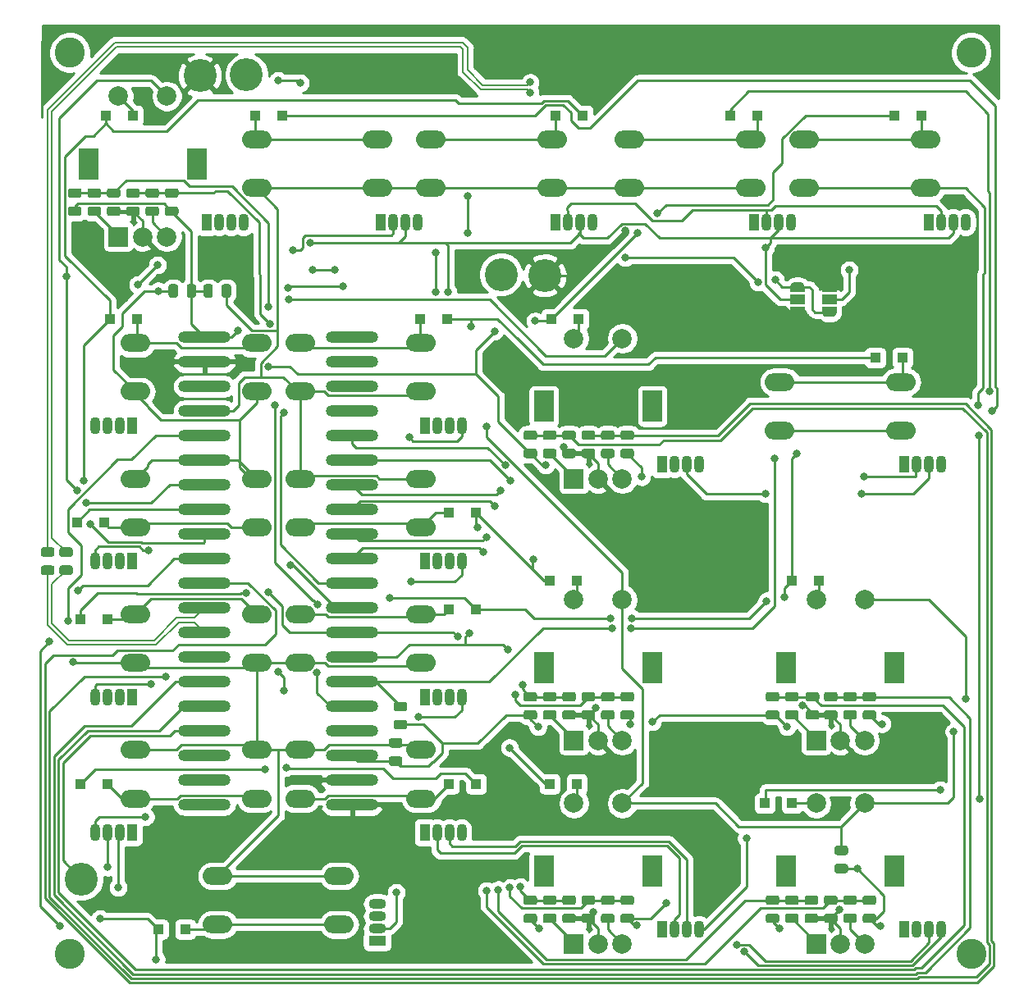
<source format=gbr>
G04 #@! TF.GenerationSoftware,KiCad,Pcbnew,(5.1.6)-1*
G04 #@! TF.CreationDate,2021-01-18T15:04:30+00:00*
G04 #@! TF.ProjectId,scope_user_interface,73636f70-655f-4757-9365-725f696e7465,rev?*
G04 #@! TF.SameCoordinates,Original*
G04 #@! TF.FileFunction,Copper,L2,Bot*
G04 #@! TF.FilePolarity,Positive*
%FSLAX46Y46*%
G04 Gerber Fmt 4.6, Leading zero omitted, Abs format (unit mm)*
G04 Created by KiCad (PCBNEW (5.1.6)-1) date 2021-01-18 15:04:30*
%MOMM*%
%LPD*%
G01*
G04 APERTURE LIST*
G04 #@! TA.AperFunction,SMDPad,CuDef*
%ADD10R,1.100000X1.100000*%
G04 #@! TD*
G04 #@! TA.AperFunction,ComponentPad*
%ADD11C,3.400000*%
G04 #@! TD*
G04 #@! TA.AperFunction,SMDPad,CuDef*
%ADD12R,1.500000X1.000000*%
G04 #@! TD*
G04 #@! TA.AperFunction,SMDPad,CuDef*
%ADD13C,0.100000*%
G04 #@! TD*
G04 #@! TA.AperFunction,SMDPad,CuDef*
%ADD14O,5.400000X1.200000*%
G04 #@! TD*
G04 #@! TA.AperFunction,ComponentPad*
%ADD15O,2.000000X1.200000*%
G04 #@! TD*
G04 #@! TA.AperFunction,ComponentPad*
%ADD16R,2.000000X2.000000*%
G04 #@! TD*
G04 #@! TA.AperFunction,ComponentPad*
%ADD17C,2.000000*%
G04 #@! TD*
G04 #@! TA.AperFunction,ComponentPad*
%ADD18R,2.000000X3.200000*%
G04 #@! TD*
G04 #@! TA.AperFunction,ComponentPad*
%ADD19O,3.048000X1.850000*%
G04 #@! TD*
G04 #@! TA.AperFunction,ComponentPad*
%ADD20O,1.070000X1.800000*%
G04 #@! TD*
G04 #@! TA.AperFunction,ComponentPad*
%ADD21R,1.070000X1.800000*%
G04 #@! TD*
G04 #@! TA.AperFunction,ComponentPad*
%ADD22O,1.800000X1.070000*%
G04 #@! TD*
G04 #@! TA.AperFunction,ComponentPad*
%ADD23R,1.800000X1.070000*%
G04 #@! TD*
G04 #@! TA.AperFunction,ViaPad*
%ADD24C,3.100000*%
G04 #@! TD*
G04 #@! TA.AperFunction,ViaPad*
%ADD25C,0.800000*%
G04 #@! TD*
G04 #@! TA.AperFunction,Conductor*
%ADD26C,0.250000*%
G04 #@! TD*
G04 #@! TA.AperFunction,Conductor*
%ADD27C,0.200000*%
G04 #@! TD*
G04 #@! TA.AperFunction,Conductor*
%ADD28C,0.254000*%
G04 #@! TD*
G04 APERTURE END LIST*
G04 #@! TA.AperFunction,SMDPad,CuDef*
G36*
G01*
X151456250Y-141487500D02*
X150543750Y-141487500D01*
G75*
G02*
X150300000Y-141243750I0J243750D01*
G01*
X150300000Y-140756250D01*
G75*
G02*
X150543750Y-140512500I243750J0D01*
G01*
X151456250Y-140512500D01*
G75*
G02*
X151700000Y-140756250I0J-243750D01*
G01*
X151700000Y-141243750D01*
G75*
G02*
X151456250Y-141487500I-243750J0D01*
G01*
G37*
G04 #@! TD.AperFunction*
G04 #@! TA.AperFunction,SMDPad,CuDef*
G36*
G01*
X151456250Y-143362500D02*
X150543750Y-143362500D01*
G75*
G02*
X150300000Y-143118750I0J243750D01*
G01*
X150300000Y-142631250D01*
G75*
G02*
X150543750Y-142387500I243750J0D01*
G01*
X151456250Y-142387500D01*
G75*
G02*
X151700000Y-142631250I0J-243750D01*
G01*
X151700000Y-143118750D01*
G75*
G02*
X151456250Y-143362500I-243750J0D01*
G01*
G37*
G04 #@! TD.AperFunction*
G04 #@! TA.AperFunction,SMDPad,CuDef*
G36*
G01*
X161456250Y-141487500D02*
X160543750Y-141487500D01*
G75*
G02*
X160300000Y-141243750I0J243750D01*
G01*
X160300000Y-140756250D01*
G75*
G02*
X160543750Y-140512500I243750J0D01*
G01*
X161456250Y-140512500D01*
G75*
G02*
X161700000Y-140756250I0J-243750D01*
G01*
X161700000Y-141243750D01*
G75*
G02*
X161456250Y-141487500I-243750J0D01*
G01*
G37*
G04 #@! TD.AperFunction*
G04 #@! TA.AperFunction,SMDPad,CuDef*
G36*
G01*
X161456250Y-143362500D02*
X160543750Y-143362500D01*
G75*
G02*
X160300000Y-143118750I0J243750D01*
G01*
X160300000Y-142631250D01*
G75*
G02*
X160543750Y-142387500I243750J0D01*
G01*
X161456250Y-142387500D01*
G75*
G02*
X161700000Y-142631250I0J-243750D01*
G01*
X161700000Y-143118750D01*
G75*
G02*
X161456250Y-143362500I-243750J0D01*
G01*
G37*
G04 #@! TD.AperFunction*
D10*
X155800000Y-108000000D03*
X153000000Y-108000000D03*
X178000000Y-131000000D03*
X175200000Y-131000000D03*
G04 #@! TA.AperFunction,SMDPad,CuDef*
G36*
G01*
X153456250Y-120487500D02*
X152543750Y-120487500D01*
G75*
G02*
X152300000Y-120243750I0J243750D01*
G01*
X152300000Y-119756250D01*
G75*
G02*
X152543750Y-119512500I243750J0D01*
G01*
X153456250Y-119512500D01*
G75*
G02*
X153700000Y-119756250I0J-243750D01*
G01*
X153700000Y-120243750D01*
G75*
G02*
X153456250Y-120487500I-243750J0D01*
G01*
G37*
G04 #@! TD.AperFunction*
G04 #@! TA.AperFunction,SMDPad,CuDef*
G36*
G01*
X153456250Y-122362500D02*
X152543750Y-122362500D01*
G75*
G02*
X152300000Y-122118750I0J243750D01*
G01*
X152300000Y-121631250D01*
G75*
G02*
X152543750Y-121387500I243750J0D01*
G01*
X153456250Y-121387500D01*
G75*
G02*
X153700000Y-121631250I0J-243750D01*
G01*
X153700000Y-122118750D01*
G75*
G02*
X153456250Y-122362500I-243750J0D01*
G01*
G37*
G04 #@! TD.AperFunction*
G04 #@! TA.AperFunction,SMDPad,CuDef*
G36*
G01*
X151456250Y-120487500D02*
X150543750Y-120487500D01*
G75*
G02*
X150300000Y-120243750I0J243750D01*
G01*
X150300000Y-119756250D01*
G75*
G02*
X150543750Y-119512500I243750J0D01*
G01*
X151456250Y-119512500D01*
G75*
G02*
X151700000Y-119756250I0J-243750D01*
G01*
X151700000Y-120243750D01*
G75*
G02*
X151456250Y-120487500I-243750J0D01*
G01*
G37*
G04 #@! TD.AperFunction*
G04 #@! TA.AperFunction,SMDPad,CuDef*
G36*
G01*
X151456250Y-122362500D02*
X150543750Y-122362500D01*
G75*
G02*
X150300000Y-122118750I0J243750D01*
G01*
X150300000Y-121631250D01*
G75*
G02*
X150543750Y-121387500I243750J0D01*
G01*
X151456250Y-121387500D01*
G75*
G02*
X151700000Y-121631250I0J-243750D01*
G01*
X151700000Y-122118750D01*
G75*
G02*
X151456250Y-122362500I-243750J0D01*
G01*
G37*
G04 #@! TD.AperFunction*
G04 #@! TA.AperFunction,SMDPad,CuDef*
G36*
G01*
X186456250Y-141487500D02*
X185543750Y-141487500D01*
G75*
G02*
X185300000Y-141243750I0J243750D01*
G01*
X185300000Y-140756250D01*
G75*
G02*
X185543750Y-140512500I243750J0D01*
G01*
X186456250Y-140512500D01*
G75*
G02*
X186700000Y-140756250I0J-243750D01*
G01*
X186700000Y-141243750D01*
G75*
G02*
X186456250Y-141487500I-243750J0D01*
G01*
G37*
G04 #@! TD.AperFunction*
G04 #@! TA.AperFunction,SMDPad,CuDef*
G36*
G01*
X186456250Y-143362500D02*
X185543750Y-143362500D01*
G75*
G02*
X185300000Y-143118750I0J243750D01*
G01*
X185300000Y-142631250D01*
G75*
G02*
X185543750Y-142387500I243750J0D01*
G01*
X186456250Y-142387500D01*
G75*
G02*
X186700000Y-142631250I0J-243750D01*
G01*
X186700000Y-143118750D01*
G75*
G02*
X186456250Y-143362500I-243750J0D01*
G01*
G37*
G04 #@! TD.AperFunction*
G04 #@! TA.AperFunction,SMDPad,CuDef*
G36*
G01*
X161456250Y-120487500D02*
X160543750Y-120487500D01*
G75*
G02*
X160300000Y-120243750I0J243750D01*
G01*
X160300000Y-119756250D01*
G75*
G02*
X160543750Y-119512500I243750J0D01*
G01*
X161456250Y-119512500D01*
G75*
G02*
X161700000Y-119756250I0J-243750D01*
G01*
X161700000Y-120243750D01*
G75*
G02*
X161456250Y-120487500I-243750J0D01*
G01*
G37*
G04 #@! TD.AperFunction*
G04 #@! TA.AperFunction,SMDPad,CuDef*
G36*
G01*
X161456250Y-122362500D02*
X160543750Y-122362500D01*
G75*
G02*
X160300000Y-122118750I0J243750D01*
G01*
X160300000Y-121631250D01*
G75*
G02*
X160543750Y-121387500I243750J0D01*
G01*
X161456250Y-121387500D01*
G75*
G02*
X161700000Y-121631250I0J-243750D01*
G01*
X161700000Y-122118750D01*
G75*
G02*
X161456250Y-122362500I-243750J0D01*
G01*
G37*
G04 #@! TD.AperFunction*
G04 #@! TA.AperFunction,SMDPad,CuDef*
G36*
G01*
X138056250Y-121487500D02*
X137143750Y-121487500D01*
G75*
G02*
X136900000Y-121243750I0J243750D01*
G01*
X136900000Y-120756250D01*
G75*
G02*
X137143750Y-120512500I243750J0D01*
G01*
X138056250Y-120512500D01*
G75*
G02*
X138300000Y-120756250I0J-243750D01*
G01*
X138300000Y-121243750D01*
G75*
G02*
X138056250Y-121487500I-243750J0D01*
G01*
G37*
G04 #@! TD.AperFunction*
G04 #@! TA.AperFunction,SMDPad,CuDef*
G36*
G01*
X138056250Y-123362500D02*
X137143750Y-123362500D01*
G75*
G02*
X136900000Y-123118750I0J243750D01*
G01*
X136900000Y-122631250D01*
G75*
G02*
X137143750Y-122387500I243750J0D01*
G01*
X138056250Y-122387500D01*
G75*
G02*
X138300000Y-122631250I0J-243750D01*
G01*
X138300000Y-123118750D01*
G75*
G02*
X138056250Y-123362500I-243750J0D01*
G01*
G37*
G04 #@! TD.AperFunction*
G04 #@! TA.AperFunction,SMDPad,CuDef*
G36*
G01*
X119150000Y-78556250D02*
X119150000Y-77643750D01*
G75*
G02*
X119393750Y-77400000I243750J0D01*
G01*
X119881250Y-77400000D01*
G75*
G02*
X120125000Y-77643750I0J-243750D01*
G01*
X120125000Y-78556250D01*
G75*
G02*
X119881250Y-78800000I-243750J0D01*
G01*
X119393750Y-78800000D01*
G75*
G02*
X119150000Y-78556250I0J243750D01*
G01*
G37*
G04 #@! TD.AperFunction*
G04 #@! TA.AperFunction,SMDPad,CuDef*
G36*
G01*
X117275000Y-78556250D02*
X117275000Y-77643750D01*
G75*
G02*
X117518750Y-77400000I243750J0D01*
G01*
X118006250Y-77400000D01*
G75*
G02*
X118250000Y-77643750I0J-243750D01*
G01*
X118250000Y-78556250D01*
G75*
G02*
X118006250Y-78800000I-243750J0D01*
G01*
X117518750Y-78800000D01*
G75*
G02*
X117275000Y-78556250I0J243750D01*
G01*
G37*
G04 #@! TD.AperFunction*
G04 #@! TA.AperFunction,SMDPad,CuDef*
G36*
G01*
X114650000Y-77643750D02*
X114650000Y-78556250D01*
G75*
G02*
X114406250Y-78800000I-243750J0D01*
G01*
X113918750Y-78800000D01*
G75*
G02*
X113675000Y-78556250I0J243750D01*
G01*
X113675000Y-77643750D01*
G75*
G02*
X113918750Y-77400000I243750J0D01*
G01*
X114406250Y-77400000D01*
G75*
G02*
X114650000Y-77643750I0J-243750D01*
G01*
G37*
G04 #@! TD.AperFunction*
G04 #@! TA.AperFunction,SMDPad,CuDef*
G36*
G01*
X116525000Y-77643750D02*
X116525000Y-78556250D01*
G75*
G02*
X116281250Y-78800000I-243750J0D01*
G01*
X115793750Y-78800000D01*
G75*
G02*
X115550000Y-78556250I0J243750D01*
G01*
X115550000Y-77643750D01*
G75*
G02*
X115793750Y-77400000I243750J0D01*
G01*
X116281250Y-77400000D01*
G75*
G02*
X116525000Y-77643750I0J-243750D01*
G01*
G37*
G04 #@! TD.AperFunction*
G04 #@! TA.AperFunction,SMDPad,CuDef*
G36*
G01*
X183556250Y-136350000D02*
X182643750Y-136350000D01*
G75*
G02*
X182400000Y-136106250I0J243750D01*
G01*
X182400000Y-135618750D01*
G75*
G02*
X182643750Y-135375000I243750J0D01*
G01*
X183556250Y-135375000D01*
G75*
G02*
X183800000Y-135618750I0J-243750D01*
G01*
X183800000Y-136106250D01*
G75*
G02*
X183556250Y-136350000I-243750J0D01*
G01*
G37*
G04 #@! TD.AperFunction*
G04 #@! TA.AperFunction,SMDPad,CuDef*
G36*
G01*
X183556250Y-138225000D02*
X182643750Y-138225000D01*
G75*
G02*
X182400000Y-137981250I0J243750D01*
G01*
X182400000Y-137493750D01*
G75*
G02*
X182643750Y-137250000I243750J0D01*
G01*
X183556250Y-137250000D01*
G75*
G02*
X183800000Y-137493750I0J-243750D01*
G01*
X183800000Y-137981250D01*
G75*
G02*
X183556250Y-138225000I-243750J0D01*
G01*
G37*
G04 #@! TD.AperFunction*
X110000000Y-60000000D03*
X107200000Y-60000000D03*
X156000000Y-81000000D03*
X153200000Y-81000000D03*
G04 #@! TA.AperFunction,SMDPad,CuDef*
G36*
G01*
X137556250Y-125250000D02*
X136643750Y-125250000D01*
G75*
G02*
X136400000Y-125006250I0J243750D01*
G01*
X136400000Y-124518750D01*
G75*
G02*
X136643750Y-124275000I243750J0D01*
G01*
X137556250Y-124275000D01*
G75*
G02*
X137800000Y-124518750I0J-243750D01*
G01*
X137800000Y-125006250D01*
G75*
G02*
X137556250Y-125250000I-243750J0D01*
G01*
G37*
G04 #@! TD.AperFunction*
G04 #@! TA.AperFunction,SMDPad,CuDef*
G36*
G01*
X137556250Y-127125000D02*
X136643750Y-127125000D01*
G75*
G02*
X136400000Y-126881250I0J243750D01*
G01*
X136400000Y-126393750D01*
G75*
G02*
X136643750Y-126150000I243750J0D01*
G01*
X137556250Y-126150000D01*
G75*
G02*
X137800000Y-126393750I0J-243750D01*
G01*
X137800000Y-126881250D01*
G75*
G02*
X137556250Y-127125000I-243750J0D01*
G01*
G37*
G04 #@! TD.AperFunction*
X180800000Y-108000000D03*
X178000000Y-108000000D03*
G04 #@! TA.AperFunction,SMDPad,CuDef*
G36*
G01*
X176456250Y-141487500D02*
X175543750Y-141487500D01*
G75*
G02*
X175300000Y-141243750I0J243750D01*
G01*
X175300000Y-140756250D01*
G75*
G02*
X175543750Y-140512500I243750J0D01*
G01*
X176456250Y-140512500D01*
G75*
G02*
X176700000Y-140756250I0J-243750D01*
G01*
X176700000Y-141243750D01*
G75*
G02*
X176456250Y-141487500I-243750J0D01*
G01*
G37*
G04 #@! TD.AperFunction*
G04 #@! TA.AperFunction,SMDPad,CuDef*
G36*
G01*
X176456250Y-143362500D02*
X175543750Y-143362500D01*
G75*
G02*
X175300000Y-143118750I0J243750D01*
G01*
X175300000Y-142631250D01*
G75*
G02*
X175543750Y-142387500I243750J0D01*
G01*
X176456250Y-142387500D01*
G75*
G02*
X176700000Y-142631250I0J-243750D01*
G01*
X176700000Y-143118750D01*
G75*
G02*
X176456250Y-143362500I-243750J0D01*
G01*
G37*
G04 #@! TD.AperFunction*
G04 #@! TA.AperFunction,SMDPad,CuDef*
G36*
G01*
X159456250Y-120487500D02*
X158543750Y-120487500D01*
G75*
G02*
X158300000Y-120243750I0J243750D01*
G01*
X158300000Y-119756250D01*
G75*
G02*
X158543750Y-119512500I243750J0D01*
G01*
X159456250Y-119512500D01*
G75*
G02*
X159700000Y-119756250I0J-243750D01*
G01*
X159700000Y-120243750D01*
G75*
G02*
X159456250Y-120487500I-243750J0D01*
G01*
G37*
G04 #@! TD.AperFunction*
G04 #@! TA.AperFunction,SMDPad,CuDef*
G36*
G01*
X159456250Y-122362500D02*
X158543750Y-122362500D01*
G75*
G02*
X158300000Y-122118750I0J243750D01*
G01*
X158300000Y-121631250D01*
G75*
G02*
X158543750Y-121387500I243750J0D01*
G01*
X159456250Y-121387500D01*
G75*
G02*
X159700000Y-121631250I0J-243750D01*
G01*
X159700000Y-122118750D01*
G75*
G02*
X159456250Y-122362500I-243750J0D01*
G01*
G37*
G04 #@! TD.AperFunction*
G04 #@! TA.AperFunction,SMDPad,CuDef*
G36*
G01*
X109543750Y-69387500D02*
X110456250Y-69387500D01*
G75*
G02*
X110700000Y-69631250I0J-243750D01*
G01*
X110700000Y-70118750D01*
G75*
G02*
X110456250Y-70362500I-243750J0D01*
G01*
X109543750Y-70362500D01*
G75*
G02*
X109300000Y-70118750I0J243750D01*
G01*
X109300000Y-69631250D01*
G75*
G02*
X109543750Y-69387500I243750J0D01*
G01*
G37*
G04 #@! TD.AperFunction*
G04 #@! TA.AperFunction,SMDPad,CuDef*
G36*
G01*
X109543750Y-67512500D02*
X110456250Y-67512500D01*
G75*
G02*
X110700000Y-67756250I0J-243750D01*
G01*
X110700000Y-68243750D01*
G75*
G02*
X110456250Y-68487500I-243750J0D01*
G01*
X109543750Y-68487500D01*
G75*
G02*
X109300000Y-68243750I0J243750D01*
G01*
X109300000Y-67756250D01*
G75*
G02*
X109543750Y-67512500I243750J0D01*
G01*
G37*
G04 #@! TD.AperFunction*
G04 #@! TA.AperFunction,SMDPad,CuDef*
G36*
G01*
X179543750Y-142387500D02*
X180456250Y-142387500D01*
G75*
G02*
X180700000Y-142631250I0J-243750D01*
G01*
X180700000Y-143118750D01*
G75*
G02*
X180456250Y-143362500I-243750J0D01*
G01*
X179543750Y-143362500D01*
G75*
G02*
X179300000Y-143118750I0J243750D01*
G01*
X179300000Y-142631250D01*
G75*
G02*
X179543750Y-142387500I243750J0D01*
G01*
G37*
G04 #@! TD.AperFunction*
G04 #@! TA.AperFunction,SMDPad,CuDef*
G36*
G01*
X179543750Y-140512500D02*
X180456250Y-140512500D01*
G75*
G02*
X180700000Y-140756250I0J-243750D01*
G01*
X180700000Y-141243750D01*
G75*
G02*
X180456250Y-141487500I-243750J0D01*
G01*
X179543750Y-141487500D01*
G75*
G02*
X179300000Y-141243750I0J243750D01*
G01*
X179300000Y-140756250D01*
G75*
G02*
X179543750Y-140512500I243750J0D01*
G01*
G37*
G04 #@! TD.AperFunction*
G04 #@! TA.AperFunction,SMDPad,CuDef*
G36*
G01*
X181543750Y-121387500D02*
X182456250Y-121387500D01*
G75*
G02*
X182700000Y-121631250I0J-243750D01*
G01*
X182700000Y-122118750D01*
G75*
G02*
X182456250Y-122362500I-243750J0D01*
G01*
X181543750Y-122362500D01*
G75*
G02*
X181300000Y-122118750I0J243750D01*
G01*
X181300000Y-121631250D01*
G75*
G02*
X181543750Y-121387500I243750J0D01*
G01*
G37*
G04 #@! TD.AperFunction*
G04 #@! TA.AperFunction,SMDPad,CuDef*
G36*
G01*
X181543750Y-119512500D02*
X182456250Y-119512500D01*
G75*
G02*
X182700000Y-119756250I0J-243750D01*
G01*
X182700000Y-120243750D01*
G75*
G02*
X182456250Y-120487500I-243750J0D01*
G01*
X181543750Y-120487500D01*
G75*
G02*
X181300000Y-120243750I0J243750D01*
G01*
X181300000Y-119756250D01*
G75*
G02*
X181543750Y-119512500I243750J0D01*
G01*
G37*
G04 #@! TD.AperFunction*
G04 #@! TA.AperFunction,SMDPad,CuDef*
G36*
G01*
X181543750Y-142387500D02*
X182456250Y-142387500D01*
G75*
G02*
X182700000Y-142631250I0J-243750D01*
G01*
X182700000Y-143118750D01*
G75*
G02*
X182456250Y-143362500I-243750J0D01*
G01*
X181543750Y-143362500D01*
G75*
G02*
X181300000Y-143118750I0J243750D01*
G01*
X181300000Y-142631250D01*
G75*
G02*
X181543750Y-142387500I243750J0D01*
G01*
G37*
G04 #@! TD.AperFunction*
G04 #@! TA.AperFunction,SMDPad,CuDef*
G36*
G01*
X181543750Y-140512500D02*
X182456250Y-140512500D01*
G75*
G02*
X182700000Y-140756250I0J-243750D01*
G01*
X182700000Y-141243750D01*
G75*
G02*
X182456250Y-141487500I-243750J0D01*
G01*
X181543750Y-141487500D01*
G75*
G02*
X181300000Y-141243750I0J243750D01*
G01*
X181300000Y-140756250D01*
G75*
G02*
X181543750Y-140512500I243750J0D01*
G01*
G37*
G04 #@! TD.AperFunction*
G04 #@! TA.AperFunction,SMDPad,CuDef*
G36*
G01*
X154543750Y-142387500D02*
X155456250Y-142387500D01*
G75*
G02*
X155700000Y-142631250I0J-243750D01*
G01*
X155700000Y-143118750D01*
G75*
G02*
X155456250Y-143362500I-243750J0D01*
G01*
X154543750Y-143362500D01*
G75*
G02*
X154300000Y-143118750I0J243750D01*
G01*
X154300000Y-142631250D01*
G75*
G02*
X154543750Y-142387500I243750J0D01*
G01*
G37*
G04 #@! TD.AperFunction*
G04 #@! TA.AperFunction,SMDPad,CuDef*
G36*
G01*
X154543750Y-140512500D02*
X155456250Y-140512500D01*
G75*
G02*
X155700000Y-140756250I0J-243750D01*
G01*
X155700000Y-141243750D01*
G75*
G02*
X155456250Y-141487500I-243750J0D01*
G01*
X154543750Y-141487500D01*
G75*
G02*
X154300000Y-141243750I0J243750D01*
G01*
X154300000Y-140756250D01*
G75*
G02*
X154543750Y-140512500I243750J0D01*
G01*
G37*
G04 #@! TD.AperFunction*
G04 #@! TA.AperFunction,SMDPad,CuDef*
G36*
G01*
X156543750Y-121387500D02*
X157456250Y-121387500D01*
G75*
G02*
X157700000Y-121631250I0J-243750D01*
G01*
X157700000Y-122118750D01*
G75*
G02*
X157456250Y-122362500I-243750J0D01*
G01*
X156543750Y-122362500D01*
G75*
G02*
X156300000Y-122118750I0J243750D01*
G01*
X156300000Y-121631250D01*
G75*
G02*
X156543750Y-121387500I243750J0D01*
G01*
G37*
G04 #@! TD.AperFunction*
G04 #@! TA.AperFunction,SMDPad,CuDef*
G36*
G01*
X156543750Y-119512500D02*
X157456250Y-119512500D01*
G75*
G02*
X157700000Y-119756250I0J-243750D01*
G01*
X157700000Y-120243750D01*
G75*
G02*
X157456250Y-120487500I-243750J0D01*
G01*
X156543750Y-120487500D01*
G75*
G02*
X156300000Y-120243750I0J243750D01*
G01*
X156300000Y-119756250D01*
G75*
G02*
X156543750Y-119512500I243750J0D01*
G01*
G37*
G04 #@! TD.AperFunction*
G04 #@! TA.AperFunction,SMDPad,CuDef*
G36*
G01*
X156543750Y-94387500D02*
X157456250Y-94387500D01*
G75*
G02*
X157700000Y-94631250I0J-243750D01*
G01*
X157700000Y-95118750D01*
G75*
G02*
X157456250Y-95362500I-243750J0D01*
G01*
X156543750Y-95362500D01*
G75*
G02*
X156300000Y-95118750I0J243750D01*
G01*
X156300000Y-94631250D01*
G75*
G02*
X156543750Y-94387500I243750J0D01*
G01*
G37*
G04 #@! TD.AperFunction*
G04 #@! TA.AperFunction,SMDPad,CuDef*
G36*
G01*
X156543750Y-92512500D02*
X157456250Y-92512500D01*
G75*
G02*
X157700000Y-92756250I0J-243750D01*
G01*
X157700000Y-93243750D01*
G75*
G02*
X157456250Y-93487500I-243750J0D01*
G01*
X156543750Y-93487500D01*
G75*
G02*
X156300000Y-93243750I0J243750D01*
G01*
X156300000Y-92756250D01*
G75*
G02*
X156543750Y-92512500I243750J0D01*
G01*
G37*
G04 #@! TD.AperFunction*
G04 #@! TA.AperFunction,SMDPad,CuDef*
G36*
G01*
X156543750Y-142387500D02*
X157456250Y-142387500D01*
G75*
G02*
X157700000Y-142631250I0J-243750D01*
G01*
X157700000Y-143118750D01*
G75*
G02*
X157456250Y-143362500I-243750J0D01*
G01*
X156543750Y-143362500D01*
G75*
G02*
X156300000Y-143118750I0J243750D01*
G01*
X156300000Y-142631250D01*
G75*
G02*
X156543750Y-142387500I243750J0D01*
G01*
G37*
G04 #@! TD.AperFunction*
G04 #@! TA.AperFunction,SMDPad,CuDef*
G36*
G01*
X156543750Y-140512500D02*
X157456250Y-140512500D01*
G75*
G02*
X157700000Y-140756250I0J-243750D01*
G01*
X157700000Y-141243750D01*
G75*
G02*
X157456250Y-141487500I-243750J0D01*
G01*
X156543750Y-141487500D01*
G75*
G02*
X156300000Y-141243750I0J243750D01*
G01*
X156300000Y-140756250D01*
G75*
G02*
X156543750Y-140512500I243750J0D01*
G01*
G37*
G04 #@! TD.AperFunction*
G04 #@! TA.AperFunction,SMDPad,CuDef*
G36*
G01*
X154543750Y-121387500D02*
X155456250Y-121387500D01*
G75*
G02*
X155700000Y-121631250I0J-243750D01*
G01*
X155700000Y-122118750D01*
G75*
G02*
X155456250Y-122362500I-243750J0D01*
G01*
X154543750Y-122362500D01*
G75*
G02*
X154300000Y-122118750I0J243750D01*
G01*
X154300000Y-121631250D01*
G75*
G02*
X154543750Y-121387500I243750J0D01*
G01*
G37*
G04 #@! TD.AperFunction*
G04 #@! TA.AperFunction,SMDPad,CuDef*
G36*
G01*
X154543750Y-119512500D02*
X155456250Y-119512500D01*
G75*
G02*
X155700000Y-119756250I0J-243750D01*
G01*
X155700000Y-120243750D01*
G75*
G02*
X155456250Y-120487500I-243750J0D01*
G01*
X154543750Y-120487500D01*
G75*
G02*
X154300000Y-120243750I0J243750D01*
G01*
X154300000Y-119756250D01*
G75*
G02*
X154543750Y-119512500I243750J0D01*
G01*
G37*
G04 #@! TD.AperFunction*
D11*
X148000000Y-76400000D03*
D12*
X181864000Y-78994000D03*
G04 #@! TA.AperFunction,SMDPad,CuDef*
D13*
G36*
X182613398Y-80294000D02*
G01*
X182613398Y-80318534D01*
X182608588Y-80367365D01*
X182599016Y-80415490D01*
X182584772Y-80462445D01*
X182565995Y-80507778D01*
X182542864Y-80551051D01*
X182515604Y-80591850D01*
X182484476Y-80629779D01*
X182449779Y-80664476D01*
X182411850Y-80695604D01*
X182371051Y-80722864D01*
X182327778Y-80745995D01*
X182282445Y-80764772D01*
X182235490Y-80779016D01*
X182187365Y-80788588D01*
X182138534Y-80793398D01*
X182114000Y-80793398D01*
X182114000Y-80794000D01*
X181614000Y-80794000D01*
X181614000Y-80793398D01*
X181589466Y-80793398D01*
X181540635Y-80788588D01*
X181492510Y-80779016D01*
X181445555Y-80764772D01*
X181400222Y-80745995D01*
X181356949Y-80722864D01*
X181316150Y-80695604D01*
X181278221Y-80664476D01*
X181243524Y-80629779D01*
X181212396Y-80591850D01*
X181185136Y-80551051D01*
X181162005Y-80507778D01*
X181143228Y-80462445D01*
X181128984Y-80415490D01*
X181119412Y-80367365D01*
X181114602Y-80318534D01*
X181114602Y-80294000D01*
X181114000Y-80294000D01*
X181114000Y-79744000D01*
X182614000Y-79744000D01*
X182614000Y-80294000D01*
X182613398Y-80294000D01*
G37*
G04 #@! TD.AperFunction*
G04 #@! TA.AperFunction,SMDPad,CuDef*
G36*
X181114000Y-78244000D02*
G01*
X181114000Y-77694000D01*
X181114602Y-77694000D01*
X181114602Y-77669466D01*
X181119412Y-77620635D01*
X181128984Y-77572510D01*
X181143228Y-77525555D01*
X181162005Y-77480222D01*
X181185136Y-77436949D01*
X181212396Y-77396150D01*
X181243524Y-77358221D01*
X181278221Y-77323524D01*
X181316150Y-77292396D01*
X181356949Y-77265136D01*
X181400222Y-77242005D01*
X181445555Y-77223228D01*
X181492510Y-77208984D01*
X181540635Y-77199412D01*
X181589466Y-77194602D01*
X181614000Y-77194602D01*
X181614000Y-77194000D01*
X182114000Y-77194000D01*
X182114000Y-77194602D01*
X182138534Y-77194602D01*
X182187365Y-77199412D01*
X182235490Y-77208984D01*
X182282445Y-77223228D01*
X182327778Y-77242005D01*
X182371051Y-77265136D01*
X182411850Y-77292396D01*
X182449779Y-77323524D01*
X182484476Y-77358221D01*
X182515604Y-77396150D01*
X182542864Y-77436949D01*
X182565995Y-77480222D01*
X182584772Y-77525555D01*
X182599016Y-77572510D01*
X182608588Y-77620635D01*
X182613398Y-77669466D01*
X182613398Y-77694000D01*
X182614000Y-77694000D01*
X182614000Y-78244000D01*
X181114000Y-78244000D01*
G37*
G04 #@! TD.AperFunction*
D11*
X116900000Y-55900000D03*
X152500000Y-76500000D03*
X121700000Y-55800000D03*
G04 #@! TA.AperFunction,SMDPad,CuDef*
G36*
G01*
X101656250Y-105550000D02*
X100743750Y-105550000D01*
G75*
G02*
X100500000Y-105306250I0J243750D01*
G01*
X100500000Y-104818750D01*
G75*
G02*
X100743750Y-104575000I243750J0D01*
G01*
X101656250Y-104575000D01*
G75*
G02*
X101900000Y-104818750I0J-243750D01*
G01*
X101900000Y-105306250D01*
G75*
G02*
X101656250Y-105550000I-243750J0D01*
G01*
G37*
G04 #@! TD.AperFunction*
G04 #@! TA.AperFunction,SMDPad,CuDef*
G36*
G01*
X101656250Y-107425000D02*
X100743750Y-107425000D01*
G75*
G02*
X100500000Y-107181250I0J243750D01*
G01*
X100500000Y-106693750D01*
G75*
G02*
X100743750Y-106450000I243750J0D01*
G01*
X101656250Y-106450000D01*
G75*
G02*
X101900000Y-106693750I0J-243750D01*
G01*
X101900000Y-107181250D01*
G75*
G02*
X101656250Y-107425000I-243750J0D01*
G01*
G37*
G04 #@! TD.AperFunction*
G04 #@! TA.AperFunction,SMDPad,CuDef*
G36*
G01*
X103556250Y-105550000D02*
X102643750Y-105550000D01*
G75*
G02*
X102400000Y-105306250I0J243750D01*
G01*
X102400000Y-104818750D01*
G75*
G02*
X102643750Y-104575000I243750J0D01*
G01*
X103556250Y-104575000D01*
G75*
G02*
X103800000Y-104818750I0J-243750D01*
G01*
X103800000Y-105306250D01*
G75*
G02*
X103556250Y-105550000I-243750J0D01*
G01*
G37*
G04 #@! TD.AperFunction*
G04 #@! TA.AperFunction,SMDPad,CuDef*
G36*
G01*
X103556250Y-107425000D02*
X102643750Y-107425000D01*
G75*
G02*
X102400000Y-107181250I0J243750D01*
G01*
X102400000Y-106693750D01*
G75*
G02*
X102643750Y-106450000I243750J0D01*
G01*
X103556250Y-106450000D01*
G75*
G02*
X103800000Y-106693750I0J-243750D01*
G01*
X103800000Y-107181250D01*
G75*
G02*
X103556250Y-107425000I-243750J0D01*
G01*
G37*
G04 #@! TD.AperFunction*
X104700000Y-138800000D03*
D14*
X132620000Y-131130000D03*
X132620000Y-128590000D03*
X132620000Y-126050000D03*
X132620000Y-123510000D03*
X132620000Y-120970000D03*
X132620000Y-118430000D03*
X132620000Y-115890000D03*
X132620000Y-113350000D03*
X132620000Y-110810000D03*
X132620000Y-108270000D03*
X132620000Y-105730000D03*
X132620000Y-103190000D03*
X132620000Y-100650000D03*
X132620000Y-98110000D03*
X132620000Y-95570000D03*
X132620000Y-93030000D03*
X132620000Y-90490000D03*
X132620000Y-87950000D03*
X132620000Y-85410000D03*
X132620000Y-82870000D03*
X117380000Y-82870000D03*
X117380000Y-85410000D03*
X117380000Y-87950000D03*
X117380000Y-90490000D03*
X117380000Y-93030000D03*
X117380000Y-95570000D03*
X117380000Y-98110000D03*
X117380000Y-100650000D03*
X117380000Y-103190000D03*
X117380000Y-105730000D03*
X117380000Y-108270000D03*
X117380000Y-110810000D03*
X117380000Y-113350000D03*
X117380000Y-115890000D03*
X117380000Y-118430000D03*
X117380000Y-120970000D03*
X117380000Y-123510000D03*
X117380000Y-126050000D03*
X117380000Y-128590000D03*
X117380000Y-131130000D03*
D15*
X117380000Y-82870000D03*
X132620000Y-82870000D03*
X117380000Y-85410000D03*
X132620000Y-85410000D03*
X117380000Y-87950000D03*
X132620000Y-87950000D03*
X117380000Y-90490000D03*
X132620000Y-90490000D03*
X117380000Y-93030000D03*
X132620000Y-93030000D03*
X117380000Y-95570000D03*
X132620000Y-95570000D03*
X117380000Y-98110000D03*
X132620000Y-98110000D03*
X117380000Y-100650000D03*
X132620000Y-100650000D03*
X117380000Y-103190000D03*
X132620000Y-103190000D03*
X117380000Y-105730000D03*
X132620000Y-105730000D03*
X117380000Y-108270000D03*
X132620000Y-108270000D03*
X117380000Y-110810000D03*
X132620000Y-110810000D03*
X117380000Y-113350000D03*
X132620000Y-113350000D03*
X117380000Y-115890000D03*
X132620000Y-115890000D03*
X117380000Y-118430000D03*
X132620000Y-118430000D03*
X117380000Y-120970000D03*
X132620000Y-120970000D03*
X117380000Y-123510000D03*
X132620000Y-123510000D03*
X117380000Y-126050000D03*
X132620000Y-126050000D03*
X117380000Y-128590000D03*
X132620000Y-128590000D03*
X117380000Y-131130000D03*
X132620000Y-131130000D03*
D16*
X108500000Y-72500000D03*
D17*
X111000000Y-72500000D03*
X113500000Y-72500000D03*
D18*
X105400000Y-65000000D03*
X116600000Y-65000000D03*
D17*
X108500000Y-58000000D03*
X113500000Y-58000000D03*
D12*
X178562000Y-78994000D03*
G04 #@! TA.AperFunction,SMDPad,CuDef*
D13*
G36*
X179311398Y-80294000D02*
G01*
X179311398Y-80318534D01*
X179306588Y-80367365D01*
X179297016Y-80415490D01*
X179282772Y-80462445D01*
X179263995Y-80507778D01*
X179240864Y-80551051D01*
X179213604Y-80591850D01*
X179182476Y-80629779D01*
X179147779Y-80664476D01*
X179109850Y-80695604D01*
X179069051Y-80722864D01*
X179025778Y-80745995D01*
X178980445Y-80764772D01*
X178933490Y-80779016D01*
X178885365Y-80788588D01*
X178836534Y-80793398D01*
X178812000Y-80793398D01*
X178812000Y-80794000D01*
X178312000Y-80794000D01*
X178312000Y-80793398D01*
X178287466Y-80793398D01*
X178238635Y-80788588D01*
X178190510Y-80779016D01*
X178143555Y-80764772D01*
X178098222Y-80745995D01*
X178054949Y-80722864D01*
X178014150Y-80695604D01*
X177976221Y-80664476D01*
X177941524Y-80629779D01*
X177910396Y-80591850D01*
X177883136Y-80551051D01*
X177860005Y-80507778D01*
X177841228Y-80462445D01*
X177826984Y-80415490D01*
X177817412Y-80367365D01*
X177812602Y-80318534D01*
X177812602Y-80294000D01*
X177812000Y-80294000D01*
X177812000Y-79744000D01*
X179312000Y-79744000D01*
X179312000Y-80294000D01*
X179311398Y-80294000D01*
G37*
G04 #@! TD.AperFunction*
G04 #@! TA.AperFunction,SMDPad,CuDef*
G36*
X177812000Y-78244000D02*
G01*
X177812000Y-77694000D01*
X177812602Y-77694000D01*
X177812602Y-77669466D01*
X177817412Y-77620635D01*
X177826984Y-77572510D01*
X177841228Y-77525555D01*
X177860005Y-77480222D01*
X177883136Y-77436949D01*
X177910396Y-77396150D01*
X177941524Y-77358221D01*
X177976221Y-77323524D01*
X178014150Y-77292396D01*
X178054949Y-77265136D01*
X178098222Y-77242005D01*
X178143555Y-77223228D01*
X178190510Y-77208984D01*
X178238635Y-77199412D01*
X178287466Y-77194602D01*
X178312000Y-77194602D01*
X178312000Y-77194000D01*
X178812000Y-77194000D01*
X178812000Y-77194602D01*
X178836534Y-77194602D01*
X178885365Y-77199412D01*
X178933490Y-77208984D01*
X178980445Y-77223228D01*
X179025778Y-77242005D01*
X179069051Y-77265136D01*
X179109850Y-77292396D01*
X179147779Y-77323524D01*
X179182476Y-77358221D01*
X179213604Y-77396150D01*
X179240864Y-77436949D01*
X179263995Y-77480222D01*
X179282772Y-77525555D01*
X179297016Y-77572510D01*
X179306588Y-77620635D01*
X179311398Y-77669466D01*
X179311398Y-77694000D01*
X179312000Y-77694000D01*
X179312000Y-78244000D01*
X177812000Y-78244000D01*
G37*
G04 #@! TD.AperFunction*
G04 #@! TA.AperFunction,SMDPad,CuDef*
G36*
G01*
X178456250Y-120487500D02*
X177543750Y-120487500D01*
G75*
G02*
X177300000Y-120243750I0J243750D01*
G01*
X177300000Y-119756250D01*
G75*
G02*
X177543750Y-119512500I243750J0D01*
G01*
X178456250Y-119512500D01*
G75*
G02*
X178700000Y-119756250I0J-243750D01*
G01*
X178700000Y-120243750D01*
G75*
G02*
X178456250Y-120487500I-243750J0D01*
G01*
G37*
G04 #@! TD.AperFunction*
G04 #@! TA.AperFunction,SMDPad,CuDef*
G36*
G01*
X178456250Y-122362500D02*
X177543750Y-122362500D01*
G75*
G02*
X177300000Y-122118750I0J243750D01*
G01*
X177300000Y-121631250D01*
G75*
G02*
X177543750Y-121387500I243750J0D01*
G01*
X178456250Y-121387500D01*
G75*
G02*
X178700000Y-121631250I0J-243750D01*
G01*
X178700000Y-122118750D01*
G75*
G02*
X178456250Y-122362500I-243750J0D01*
G01*
G37*
G04 #@! TD.AperFunction*
G04 #@! TA.AperFunction,SMDPad,CuDef*
G36*
G01*
X186456250Y-120487500D02*
X185543750Y-120487500D01*
G75*
G02*
X185300000Y-120243750I0J243750D01*
G01*
X185300000Y-119756250D01*
G75*
G02*
X185543750Y-119512500I243750J0D01*
G01*
X186456250Y-119512500D01*
G75*
G02*
X186700000Y-119756250I0J-243750D01*
G01*
X186700000Y-120243750D01*
G75*
G02*
X186456250Y-120487500I-243750J0D01*
G01*
G37*
G04 #@! TD.AperFunction*
G04 #@! TA.AperFunction,SMDPad,CuDef*
G36*
G01*
X186456250Y-122362500D02*
X185543750Y-122362500D01*
G75*
G02*
X185300000Y-122118750I0J243750D01*
G01*
X185300000Y-121631250D01*
G75*
G02*
X185543750Y-121387500I243750J0D01*
G01*
X186456250Y-121387500D01*
G75*
G02*
X186700000Y-121631250I0J-243750D01*
G01*
X186700000Y-122118750D01*
G75*
G02*
X186456250Y-122362500I-243750J0D01*
G01*
G37*
G04 #@! TD.AperFunction*
D19*
X110250000Y-88500000D03*
X110250000Y-83500000D03*
X122750000Y-88500000D03*
X122750000Y-83500000D03*
G04 #@! TA.AperFunction,SMDPad,CuDef*
G36*
G01*
X114456250Y-68487500D02*
X113543750Y-68487500D01*
G75*
G02*
X113300000Y-68243750I0J243750D01*
G01*
X113300000Y-67756250D01*
G75*
G02*
X113543750Y-67512500I243750J0D01*
G01*
X114456250Y-67512500D01*
G75*
G02*
X114700000Y-67756250I0J-243750D01*
G01*
X114700000Y-68243750D01*
G75*
G02*
X114456250Y-68487500I-243750J0D01*
G01*
G37*
G04 #@! TD.AperFunction*
G04 #@! TA.AperFunction,SMDPad,CuDef*
G36*
G01*
X114456250Y-70362500D02*
X113543750Y-70362500D01*
G75*
G02*
X113300000Y-70118750I0J243750D01*
G01*
X113300000Y-69631250D01*
G75*
G02*
X113543750Y-69387500I243750J0D01*
G01*
X114456250Y-69387500D01*
G75*
G02*
X114700000Y-69631250I0J-243750D01*
G01*
X114700000Y-70118750D01*
G75*
G02*
X114456250Y-70362500I-243750J0D01*
G01*
G37*
G04 #@! TD.AperFunction*
G04 #@! TA.AperFunction,SMDPad,CuDef*
G36*
G01*
X178456250Y-141487500D02*
X177543750Y-141487500D01*
G75*
G02*
X177300000Y-141243750I0J243750D01*
G01*
X177300000Y-140756250D01*
G75*
G02*
X177543750Y-140512500I243750J0D01*
G01*
X178456250Y-140512500D01*
G75*
G02*
X178700000Y-140756250I0J-243750D01*
G01*
X178700000Y-141243750D01*
G75*
G02*
X178456250Y-141487500I-243750J0D01*
G01*
G37*
G04 #@! TD.AperFunction*
G04 #@! TA.AperFunction,SMDPad,CuDef*
G36*
G01*
X178456250Y-143362500D02*
X177543750Y-143362500D01*
G75*
G02*
X177300000Y-143118750I0J243750D01*
G01*
X177300000Y-142631250D01*
G75*
G02*
X177543750Y-142387500I243750J0D01*
G01*
X178456250Y-142387500D01*
G75*
G02*
X178700000Y-142631250I0J-243750D01*
G01*
X178700000Y-143118750D01*
G75*
G02*
X178456250Y-143362500I-243750J0D01*
G01*
G37*
G04 #@! TD.AperFunction*
G04 #@! TA.AperFunction,SMDPad,CuDef*
G36*
G01*
X159456250Y-141487500D02*
X158543750Y-141487500D01*
G75*
G02*
X158300000Y-141243750I0J243750D01*
G01*
X158300000Y-140756250D01*
G75*
G02*
X158543750Y-140512500I243750J0D01*
G01*
X159456250Y-140512500D01*
G75*
G02*
X159700000Y-140756250I0J-243750D01*
G01*
X159700000Y-141243750D01*
G75*
G02*
X159456250Y-141487500I-243750J0D01*
G01*
G37*
G04 #@! TD.AperFunction*
G04 #@! TA.AperFunction,SMDPad,CuDef*
G36*
G01*
X159456250Y-143362500D02*
X158543750Y-143362500D01*
G75*
G02*
X158300000Y-143118750I0J243750D01*
G01*
X158300000Y-142631250D01*
G75*
G02*
X158543750Y-142387500I243750J0D01*
G01*
X159456250Y-142387500D01*
G75*
G02*
X159700000Y-142631250I0J-243750D01*
G01*
X159700000Y-143118750D01*
G75*
G02*
X159456250Y-143362500I-243750J0D01*
G01*
G37*
G04 #@! TD.AperFunction*
G04 #@! TA.AperFunction,SMDPad,CuDef*
G36*
G01*
X159456250Y-93487500D02*
X158543750Y-93487500D01*
G75*
G02*
X158300000Y-93243750I0J243750D01*
G01*
X158300000Y-92756250D01*
G75*
G02*
X158543750Y-92512500I243750J0D01*
G01*
X159456250Y-92512500D01*
G75*
G02*
X159700000Y-92756250I0J-243750D01*
G01*
X159700000Y-93243750D01*
G75*
G02*
X159456250Y-93487500I-243750J0D01*
G01*
G37*
G04 #@! TD.AperFunction*
G04 #@! TA.AperFunction,SMDPad,CuDef*
G36*
G01*
X159456250Y-95362500D02*
X158543750Y-95362500D01*
G75*
G02*
X158300000Y-95118750I0J243750D01*
G01*
X158300000Y-94631250D01*
G75*
G02*
X158543750Y-94387500I243750J0D01*
G01*
X159456250Y-94387500D01*
G75*
G02*
X159700000Y-94631250I0J-243750D01*
G01*
X159700000Y-95118750D01*
G75*
G02*
X159456250Y-95362500I-243750J0D01*
G01*
G37*
G04 #@! TD.AperFunction*
G04 #@! TA.AperFunction,SMDPad,CuDef*
G36*
G01*
X184456250Y-120487500D02*
X183543750Y-120487500D01*
G75*
G02*
X183300000Y-120243750I0J243750D01*
G01*
X183300000Y-119756250D01*
G75*
G02*
X183543750Y-119512500I243750J0D01*
G01*
X184456250Y-119512500D01*
G75*
G02*
X184700000Y-119756250I0J-243750D01*
G01*
X184700000Y-120243750D01*
G75*
G02*
X184456250Y-120487500I-243750J0D01*
G01*
G37*
G04 #@! TD.AperFunction*
G04 #@! TA.AperFunction,SMDPad,CuDef*
G36*
G01*
X184456250Y-122362500D02*
X183543750Y-122362500D01*
G75*
G02*
X183300000Y-122118750I0J243750D01*
G01*
X183300000Y-121631250D01*
G75*
G02*
X183543750Y-121387500I243750J0D01*
G01*
X184456250Y-121387500D01*
G75*
G02*
X184700000Y-121631250I0J-243750D01*
G01*
X184700000Y-122118750D01*
G75*
G02*
X184456250Y-122362500I-243750J0D01*
G01*
G37*
G04 #@! TD.AperFunction*
G04 #@! TA.AperFunction,SMDPad,CuDef*
G36*
G01*
X112456250Y-68487500D02*
X111543750Y-68487500D01*
G75*
G02*
X111300000Y-68243750I0J243750D01*
G01*
X111300000Y-67756250D01*
G75*
G02*
X111543750Y-67512500I243750J0D01*
G01*
X112456250Y-67512500D01*
G75*
G02*
X112700000Y-67756250I0J-243750D01*
G01*
X112700000Y-68243750D01*
G75*
G02*
X112456250Y-68487500I-243750J0D01*
G01*
G37*
G04 #@! TD.AperFunction*
G04 #@! TA.AperFunction,SMDPad,CuDef*
G36*
G01*
X112456250Y-70362500D02*
X111543750Y-70362500D01*
G75*
G02*
X111300000Y-70118750I0J243750D01*
G01*
X111300000Y-69631250D01*
G75*
G02*
X111543750Y-69387500I243750J0D01*
G01*
X112456250Y-69387500D01*
G75*
G02*
X112700000Y-69631250I0J-243750D01*
G01*
X112700000Y-70118750D01*
G75*
G02*
X112456250Y-70362500I-243750J0D01*
G01*
G37*
G04 #@! TD.AperFunction*
G04 #@! TA.AperFunction,SMDPad,CuDef*
G36*
G01*
X161456250Y-93487500D02*
X160543750Y-93487500D01*
G75*
G02*
X160300000Y-93243750I0J243750D01*
G01*
X160300000Y-92756250D01*
G75*
G02*
X160543750Y-92512500I243750J0D01*
G01*
X161456250Y-92512500D01*
G75*
G02*
X161700000Y-92756250I0J-243750D01*
G01*
X161700000Y-93243750D01*
G75*
G02*
X161456250Y-93487500I-243750J0D01*
G01*
G37*
G04 #@! TD.AperFunction*
G04 #@! TA.AperFunction,SMDPad,CuDef*
G36*
G01*
X161456250Y-95362500D02*
X160543750Y-95362500D01*
G75*
G02*
X160300000Y-95118750I0J243750D01*
G01*
X160300000Y-94631250D01*
G75*
G02*
X160543750Y-94387500I243750J0D01*
G01*
X161456250Y-94387500D01*
G75*
G02*
X161700000Y-94631250I0J-243750D01*
G01*
X161700000Y-95118750D01*
G75*
G02*
X161456250Y-95362500I-243750J0D01*
G01*
G37*
G04 #@! TD.AperFunction*
G04 #@! TA.AperFunction,SMDPad,CuDef*
G36*
G01*
X184456250Y-141487500D02*
X183543750Y-141487500D01*
G75*
G02*
X183300000Y-141243750I0J243750D01*
G01*
X183300000Y-140756250D01*
G75*
G02*
X183543750Y-140512500I243750J0D01*
G01*
X184456250Y-140512500D01*
G75*
G02*
X184700000Y-140756250I0J-243750D01*
G01*
X184700000Y-141243750D01*
G75*
G02*
X184456250Y-141487500I-243750J0D01*
G01*
G37*
G04 #@! TD.AperFunction*
G04 #@! TA.AperFunction,SMDPad,CuDef*
G36*
G01*
X184456250Y-143362500D02*
X183543750Y-143362500D01*
G75*
G02*
X183300000Y-143118750I0J243750D01*
G01*
X183300000Y-142631250D01*
G75*
G02*
X183543750Y-142387500I243750J0D01*
G01*
X184456250Y-142387500D01*
G75*
G02*
X184700000Y-142631250I0J-243750D01*
G01*
X184700000Y-143118750D01*
G75*
G02*
X184456250Y-143362500I-243750J0D01*
G01*
G37*
G04 #@! TD.AperFunction*
G04 #@! TA.AperFunction,SMDPad,CuDef*
G36*
G01*
X106456250Y-68487500D02*
X105543750Y-68487500D01*
G75*
G02*
X105300000Y-68243750I0J243750D01*
G01*
X105300000Y-67756250D01*
G75*
G02*
X105543750Y-67512500I243750J0D01*
G01*
X106456250Y-67512500D01*
G75*
G02*
X106700000Y-67756250I0J-243750D01*
G01*
X106700000Y-68243750D01*
G75*
G02*
X106456250Y-68487500I-243750J0D01*
G01*
G37*
G04 #@! TD.AperFunction*
G04 #@! TA.AperFunction,SMDPad,CuDef*
G36*
G01*
X106456250Y-70362500D02*
X105543750Y-70362500D01*
G75*
G02*
X105300000Y-70118750I0J243750D01*
G01*
X105300000Y-69631250D01*
G75*
G02*
X105543750Y-69387500I243750J0D01*
G01*
X106456250Y-69387500D01*
G75*
G02*
X106700000Y-69631250I0J-243750D01*
G01*
X106700000Y-70118750D01*
G75*
G02*
X106456250Y-70362500I-243750J0D01*
G01*
G37*
G04 #@! TD.AperFunction*
G04 #@! TA.AperFunction,SMDPad,CuDef*
G36*
G01*
X151456250Y-93487500D02*
X150543750Y-93487500D01*
G75*
G02*
X150300000Y-93243750I0J243750D01*
G01*
X150300000Y-92756250D01*
G75*
G02*
X150543750Y-92512500I243750J0D01*
G01*
X151456250Y-92512500D01*
G75*
G02*
X151700000Y-92756250I0J-243750D01*
G01*
X151700000Y-93243750D01*
G75*
G02*
X151456250Y-93487500I-243750J0D01*
G01*
G37*
G04 #@! TD.AperFunction*
G04 #@! TA.AperFunction,SMDPad,CuDef*
G36*
G01*
X151456250Y-95362500D02*
X150543750Y-95362500D01*
G75*
G02*
X150300000Y-95118750I0J243750D01*
G01*
X150300000Y-94631250D01*
G75*
G02*
X150543750Y-94387500I243750J0D01*
G01*
X151456250Y-94387500D01*
G75*
G02*
X151700000Y-94631250I0J-243750D01*
G01*
X151700000Y-95118750D01*
G75*
G02*
X151456250Y-95362500I-243750J0D01*
G01*
G37*
G04 #@! TD.AperFunction*
G04 #@! TA.AperFunction,SMDPad,CuDef*
G36*
G01*
X104456250Y-68487500D02*
X103543750Y-68487500D01*
G75*
G02*
X103300000Y-68243750I0J243750D01*
G01*
X103300000Y-67756250D01*
G75*
G02*
X103543750Y-67512500I243750J0D01*
G01*
X104456250Y-67512500D01*
G75*
G02*
X104700000Y-67756250I0J-243750D01*
G01*
X104700000Y-68243750D01*
G75*
G02*
X104456250Y-68487500I-243750J0D01*
G01*
G37*
G04 #@! TD.AperFunction*
G04 #@! TA.AperFunction,SMDPad,CuDef*
G36*
G01*
X104456250Y-70362500D02*
X103543750Y-70362500D01*
G75*
G02*
X103300000Y-70118750I0J243750D01*
G01*
X103300000Y-69631250D01*
G75*
G02*
X103543750Y-69387500I243750J0D01*
G01*
X104456250Y-69387500D01*
G75*
G02*
X104700000Y-69631250I0J-243750D01*
G01*
X104700000Y-70118750D01*
G75*
G02*
X104456250Y-70362500I-243750J0D01*
G01*
G37*
G04 #@! TD.AperFunction*
G04 #@! TA.AperFunction,SMDPad,CuDef*
G36*
G01*
X153456250Y-141487500D02*
X152543750Y-141487500D01*
G75*
G02*
X152300000Y-141243750I0J243750D01*
G01*
X152300000Y-140756250D01*
G75*
G02*
X152543750Y-140512500I243750J0D01*
G01*
X153456250Y-140512500D01*
G75*
G02*
X153700000Y-140756250I0J-243750D01*
G01*
X153700000Y-141243750D01*
G75*
G02*
X153456250Y-141487500I-243750J0D01*
G01*
G37*
G04 #@! TD.AperFunction*
G04 #@! TA.AperFunction,SMDPad,CuDef*
G36*
G01*
X153456250Y-143362500D02*
X152543750Y-143362500D01*
G75*
G02*
X152300000Y-143118750I0J243750D01*
G01*
X152300000Y-142631250D01*
G75*
G02*
X152543750Y-142387500I243750J0D01*
G01*
X153456250Y-142387500D01*
G75*
G02*
X153700000Y-142631250I0J-243750D01*
G01*
X153700000Y-143118750D01*
G75*
G02*
X153456250Y-143362500I-243750J0D01*
G01*
G37*
G04 #@! TD.AperFunction*
X122750000Y-97500000D03*
X122750000Y-102500000D03*
X110250000Y-97500000D03*
X110250000Y-102500000D03*
G04 #@! TA.AperFunction,SMDPad,CuDef*
G36*
G01*
X153456250Y-93487500D02*
X152543750Y-93487500D01*
G75*
G02*
X152300000Y-93243750I0J243750D01*
G01*
X152300000Y-92756250D01*
G75*
G02*
X152543750Y-92512500I243750J0D01*
G01*
X153456250Y-92512500D01*
G75*
G02*
X153700000Y-92756250I0J-243750D01*
G01*
X153700000Y-93243750D01*
G75*
G02*
X153456250Y-93487500I-243750J0D01*
G01*
G37*
G04 #@! TD.AperFunction*
G04 #@! TA.AperFunction,SMDPad,CuDef*
G36*
G01*
X153456250Y-95362500D02*
X152543750Y-95362500D01*
G75*
G02*
X152300000Y-95118750I0J243750D01*
G01*
X152300000Y-94631250D01*
G75*
G02*
X152543750Y-94387500I243750J0D01*
G01*
X153456250Y-94387500D01*
G75*
G02*
X153700000Y-94631250I0J-243750D01*
G01*
X153700000Y-95118750D01*
G75*
G02*
X153456250Y-95362500I-243750J0D01*
G01*
G37*
G04 #@! TD.AperFunction*
G04 #@! TA.AperFunction,SMDPad,CuDef*
G36*
G01*
X176456250Y-120487500D02*
X175543750Y-120487500D01*
G75*
G02*
X175300000Y-120243750I0J243750D01*
G01*
X175300000Y-119756250D01*
G75*
G02*
X175543750Y-119512500I243750J0D01*
G01*
X176456250Y-119512500D01*
G75*
G02*
X176700000Y-119756250I0J-243750D01*
G01*
X176700000Y-120243750D01*
G75*
G02*
X176456250Y-120487500I-243750J0D01*
G01*
G37*
G04 #@! TD.AperFunction*
G04 #@! TA.AperFunction,SMDPad,CuDef*
G36*
G01*
X176456250Y-122362500D02*
X175543750Y-122362500D01*
G75*
G02*
X175300000Y-122118750I0J243750D01*
G01*
X175300000Y-121631250D01*
G75*
G02*
X175543750Y-121387500I243750J0D01*
G01*
X176456250Y-121387500D01*
G75*
G02*
X176700000Y-121631250I0J-243750D01*
G01*
X176700000Y-122118750D01*
G75*
G02*
X176456250Y-122362500I-243750J0D01*
G01*
G37*
G04 #@! TD.AperFunction*
D20*
X168410000Y-144000000D03*
X167140000Y-144000000D03*
X165870000Y-144000000D03*
D21*
X164600000Y-144000000D03*
D20*
X195910000Y-71000000D03*
X194640000Y-71000000D03*
X193370000Y-71000000D03*
D21*
X192100000Y-71000000D03*
D20*
X168410000Y-96000000D03*
X167140000Y-96000000D03*
X165870000Y-96000000D03*
D21*
X164600000Y-96000000D03*
D20*
X193410000Y-144000000D03*
X192140000Y-144000000D03*
X190870000Y-144000000D03*
D21*
X189600000Y-144000000D03*
D20*
X177910000Y-71000000D03*
X176640000Y-71000000D03*
X175370000Y-71000000D03*
D21*
X174100000Y-71000000D03*
D20*
X121410000Y-71000000D03*
X120140000Y-71000000D03*
X118870000Y-71000000D03*
D21*
X117600000Y-71000000D03*
D20*
X139410000Y-71000000D03*
X138140000Y-71000000D03*
X136870000Y-71000000D03*
D21*
X135600000Y-71000000D03*
D20*
X143910000Y-92000000D03*
X142640000Y-92000000D03*
X141370000Y-92000000D03*
D21*
X140100000Y-92000000D03*
D20*
X143910000Y-106000000D03*
X142640000Y-106000000D03*
X141370000Y-106000000D03*
D21*
X140100000Y-106000000D03*
D20*
X157410000Y-71000000D03*
X156140000Y-71000000D03*
X154870000Y-71000000D03*
D21*
X153600000Y-71000000D03*
D20*
X193410000Y-96000000D03*
X192140000Y-96000000D03*
X190870000Y-96000000D03*
D21*
X189600000Y-96000000D03*
D20*
X143910000Y-120000000D03*
X142640000Y-120000000D03*
X141370000Y-120000000D03*
D21*
X140100000Y-120000000D03*
D20*
X143910000Y-134000000D03*
X142640000Y-134000000D03*
X141370000Y-134000000D03*
D21*
X140100000Y-134000000D03*
D22*
X135200000Y-141390000D03*
X135200000Y-142660000D03*
X135200000Y-143930000D03*
D23*
X135200000Y-145200000D03*
D20*
X106090000Y-134000000D03*
X107360000Y-134000000D03*
X108630000Y-134000000D03*
D21*
X109900000Y-134000000D03*
D20*
X106090000Y-120000000D03*
X107360000Y-120000000D03*
X108630000Y-120000000D03*
D21*
X109900000Y-120000000D03*
D20*
X106090000Y-106000000D03*
X107360000Y-106000000D03*
X108630000Y-106000000D03*
D21*
X109900000Y-106000000D03*
D20*
X106090000Y-92000000D03*
X107360000Y-92000000D03*
X108630000Y-92000000D03*
D21*
X109900000Y-92000000D03*
D19*
X127250000Y-88500000D03*
X127250000Y-83500000D03*
X139750000Y-88500000D03*
X139750000Y-83500000D03*
D16*
X155500000Y-97500000D03*
D17*
X158000000Y-97500000D03*
X160500000Y-97500000D03*
D18*
X152400000Y-90000000D03*
X163600000Y-90000000D03*
D17*
X155500000Y-83000000D03*
X160500000Y-83000000D03*
D16*
X180500000Y-145500000D03*
D17*
X183000000Y-145500000D03*
X185500000Y-145500000D03*
D18*
X177400000Y-138000000D03*
X188600000Y-138000000D03*
D17*
X180500000Y-131000000D03*
X185500000Y-131000000D03*
D19*
X179250000Y-67500000D03*
X179250000Y-62500000D03*
X191750000Y-67500000D03*
X191750000Y-62500000D03*
X139750000Y-125500000D03*
X139750000Y-130500000D03*
X127250000Y-125500000D03*
X127250000Y-130500000D03*
X122750000Y-125500000D03*
X122750000Y-130500000D03*
X110250000Y-125500000D03*
X110250000Y-130500000D03*
X131250000Y-138500000D03*
X131250000Y-143500000D03*
X118750000Y-138500000D03*
X118750000Y-143500000D03*
X110250000Y-116500000D03*
X110250000Y-111500000D03*
X122750000Y-116500000D03*
X122750000Y-111500000D03*
X161250000Y-67500000D03*
X161250000Y-62500000D03*
X173750000Y-67500000D03*
X173750000Y-62500000D03*
X140750000Y-67500000D03*
X140750000Y-62500000D03*
X153250000Y-67500000D03*
X153250000Y-62500000D03*
D16*
X155500000Y-124500000D03*
D17*
X158000000Y-124500000D03*
X160500000Y-124500000D03*
D18*
X152400000Y-117000000D03*
X163600000Y-117000000D03*
D17*
X155500000Y-110000000D03*
X160500000Y-110000000D03*
D19*
X122750000Y-67500000D03*
X122750000Y-62500000D03*
X135250000Y-67500000D03*
X135250000Y-62500000D03*
D16*
X180500000Y-124500000D03*
D17*
X183000000Y-124500000D03*
X185500000Y-124500000D03*
D18*
X177400000Y-117000000D03*
X188600000Y-117000000D03*
D17*
X180500000Y-110000000D03*
X185500000Y-110000000D03*
D19*
X139750000Y-97500000D03*
X139750000Y-102500000D03*
X127250000Y-97500000D03*
X127250000Y-102500000D03*
D16*
X155500000Y-145500000D03*
D17*
X158000000Y-145500000D03*
X160500000Y-145500000D03*
D18*
X152400000Y-138000000D03*
X163600000Y-138000000D03*
D17*
X155500000Y-131000000D03*
X160500000Y-131000000D03*
D19*
X176750000Y-92500000D03*
X176750000Y-87500000D03*
X189250000Y-92500000D03*
X189250000Y-87500000D03*
X127250000Y-116500000D03*
X127250000Y-111500000D03*
X139750000Y-116500000D03*
X139750000Y-111500000D03*
D10*
X142600000Y-101000000D03*
X145400000Y-101000000D03*
X142600000Y-129000000D03*
X145400000Y-129000000D03*
X139600000Y-81000000D03*
X142400000Y-81000000D03*
G04 #@! TA.AperFunction,SMDPad,CuDef*
G36*
G01*
X107543750Y-69387500D02*
X108456250Y-69387500D01*
G75*
G02*
X108700000Y-69631250I0J-243750D01*
G01*
X108700000Y-70118750D01*
G75*
G02*
X108456250Y-70362500I-243750J0D01*
G01*
X107543750Y-70362500D01*
G75*
G02*
X107300000Y-70118750I0J243750D01*
G01*
X107300000Y-69631250D01*
G75*
G02*
X107543750Y-69387500I243750J0D01*
G01*
G37*
G04 #@! TD.AperFunction*
G04 #@! TA.AperFunction,SMDPad,CuDef*
G36*
G01*
X107543750Y-67512500D02*
X108456250Y-67512500D01*
G75*
G02*
X108700000Y-67756250I0J-243750D01*
G01*
X108700000Y-68243750D01*
G75*
G02*
X108456250Y-68487500I-243750J0D01*
G01*
X107543750Y-68487500D01*
G75*
G02*
X107300000Y-68243750I0J243750D01*
G01*
X107300000Y-67756250D01*
G75*
G02*
X107543750Y-67512500I243750J0D01*
G01*
G37*
G04 #@! TD.AperFunction*
X174400000Y-60000000D03*
X171600000Y-60000000D03*
X107400000Y-112000000D03*
X104600000Y-112000000D03*
X155800000Y-129000000D03*
X153000000Y-129000000D03*
X110400000Y-81000000D03*
X107600000Y-81000000D03*
G04 #@! TA.AperFunction,SMDPad,CuDef*
G36*
G01*
X154543750Y-94387500D02*
X155456250Y-94387500D01*
G75*
G02*
X155700000Y-94631250I0J-243750D01*
G01*
X155700000Y-95118750D01*
G75*
G02*
X155456250Y-95362500I-243750J0D01*
G01*
X154543750Y-95362500D01*
G75*
G02*
X154300000Y-95118750I0J243750D01*
G01*
X154300000Y-94631250D01*
G75*
G02*
X154543750Y-94387500I243750J0D01*
G01*
G37*
G04 #@! TD.AperFunction*
G04 #@! TA.AperFunction,SMDPad,CuDef*
G36*
G01*
X154543750Y-92512500D02*
X155456250Y-92512500D01*
G75*
G02*
X155700000Y-92756250I0J-243750D01*
G01*
X155700000Y-93243750D01*
G75*
G02*
X155456250Y-93487500I-243750J0D01*
G01*
X154543750Y-93487500D01*
G75*
G02*
X154300000Y-93243750I0J243750D01*
G01*
X154300000Y-92756250D01*
G75*
G02*
X154543750Y-92512500I243750J0D01*
G01*
G37*
G04 #@! TD.AperFunction*
X107400000Y-129000000D03*
X104600000Y-129000000D03*
X189400000Y-85000000D03*
X186600000Y-85000000D03*
X142600000Y-111000000D03*
X145400000Y-111000000D03*
X115400000Y-144000000D03*
X112600000Y-144000000D03*
X107000000Y-102000000D03*
X104200000Y-102000000D03*
G04 #@! TA.AperFunction,SMDPad,CuDef*
G36*
G01*
X179668750Y-121387500D02*
X180581250Y-121387500D01*
G75*
G02*
X180825000Y-121631250I0J-243750D01*
G01*
X180825000Y-122118750D01*
G75*
G02*
X180581250Y-122362500I-243750J0D01*
G01*
X179668750Y-122362500D01*
G75*
G02*
X179425000Y-122118750I0J243750D01*
G01*
X179425000Y-121631250D01*
G75*
G02*
X179668750Y-121387500I243750J0D01*
G01*
G37*
G04 #@! TD.AperFunction*
G04 #@! TA.AperFunction,SMDPad,CuDef*
G36*
G01*
X179668750Y-119512500D02*
X180581250Y-119512500D01*
G75*
G02*
X180825000Y-119756250I0J-243750D01*
G01*
X180825000Y-120243750D01*
G75*
G02*
X180581250Y-120487500I-243750J0D01*
G01*
X179668750Y-120487500D01*
G75*
G02*
X179425000Y-120243750I0J243750D01*
G01*
X179425000Y-119756250D01*
G75*
G02*
X179668750Y-119512500I243750J0D01*
G01*
G37*
G04 #@! TD.AperFunction*
X153600000Y-60000000D03*
X156400000Y-60000000D03*
X191400000Y-60000000D03*
X188600000Y-60000000D03*
X122600000Y-60000000D03*
X125400000Y-60000000D03*
D24*
X103500000Y-53500000D03*
X196500000Y-146500000D03*
X103500000Y-146500000D03*
X196500000Y-53500000D03*
D25*
X157480000Y-142240000D03*
X154432000Y-94234000D03*
X117094000Y-74676000D03*
X158496000Y-81026000D03*
X157226000Y-133096000D03*
X144780000Y-51308000D03*
X157734000Y-121158000D03*
X121100000Y-78800000D03*
X179070000Y-120904000D03*
X160782000Y-71882000D03*
X139954000Y-54102000D03*
X182880000Y-141986000D03*
X148924680Y-97675320D03*
X149425010Y-119800000D03*
X147300000Y-100300000D03*
X148900000Y-139700000D03*
X146125010Y-105043401D03*
X146500000Y-140000000D03*
X150200000Y-118800000D03*
X148395198Y-96120518D03*
X147900000Y-98700000D03*
X150000000Y-139600000D03*
X146500000Y-103500000D03*
X147700000Y-139900000D03*
X129032000Y-110490000D03*
X124100623Y-81474990D03*
X128975322Y-117528118D03*
X124675980Y-89900000D03*
X125600000Y-90700000D03*
X124000000Y-79725010D03*
X113400000Y-117900000D03*
X125600000Y-119400000D03*
X104900000Y-97700000D03*
X105600000Y-102200000D03*
X125800000Y-127300000D03*
X125000000Y-117400000D03*
X161500000Y-111900000D03*
X178500000Y-94900000D03*
X177200000Y-109700000D03*
X136500000Y-109800000D03*
X159300000Y-111900000D03*
X198400000Y-88500000D03*
X175400000Y-110100000D03*
X121700000Y-109300000D03*
X145600000Y-102500000D03*
X124000000Y-109200000D03*
X164084000Y-70104000D03*
X151500000Y-81200000D03*
X162052000Y-72136000D03*
X151300000Y-105800000D03*
X143500000Y-113800000D03*
X148850000Y-125250000D03*
X148700000Y-115100000D03*
X144900002Y-81800002D03*
X123600000Y-127500000D03*
X144674990Y-113410133D03*
X193300000Y-129600000D03*
X106600000Y-142900000D03*
X102500000Y-143700000D03*
X101400000Y-114300000D03*
X104300000Y-109000000D03*
X112400000Y-147100000D03*
X197374990Y-130500000D03*
X198612660Y-90512660D03*
X197300000Y-93000000D03*
X110490000Y-77470000D03*
X130810000Y-75946000D03*
X112522000Y-75438000D03*
X160782000Y-74676000D03*
X144526000Y-72136000D03*
X128524000Y-75946000D03*
X144526000Y-68326000D03*
X127254000Y-56642000D03*
X176276000Y-76962000D03*
X124968000Y-56388000D03*
X174498000Y-77216000D03*
X126000000Y-77800000D03*
X104200000Y-98700000D03*
X146500000Y-92100000D03*
X195900000Y-120200000D03*
X194700000Y-123600000D03*
X105200000Y-100000000D03*
X103100000Y-76600000D03*
X131700000Y-77600000D03*
X177500000Y-123100000D03*
X161300000Y-122800000D03*
X165013674Y-141260990D03*
X147300000Y-82300000D03*
X162000000Y-143600000D03*
X162500000Y-97300000D03*
X187300000Y-122800000D03*
X163600000Y-122600000D03*
X151800000Y-123100000D03*
X176700000Y-143900000D03*
X184737500Y-137737500D03*
X120800000Y-82200000D03*
X152600000Y-96100000D03*
X151900000Y-143900000D03*
X187100000Y-143700000D03*
X124000000Y-85900000D03*
X126100000Y-79000000D03*
X112600000Y-78100000D03*
X103789684Y-116425010D03*
X103300000Y-112200000D03*
X176200000Y-95400000D03*
X159410432Y-112893896D03*
X197213968Y-89860712D03*
X161389568Y-112893896D03*
X126238000Y-106426000D03*
X111600000Y-104900000D03*
X111900000Y-118700000D03*
X111300000Y-132400000D03*
X139500000Y-122100000D03*
X138700000Y-108100000D03*
X138500000Y-93200000D03*
X173300000Y-134600000D03*
X173108169Y-146325010D03*
X151000000Y-57625000D03*
X151000000Y-56575000D03*
X172300000Y-145600000D03*
X107400000Y-137600000D03*
X175260000Y-73660000D03*
X142494000Y-78232000D03*
X185166000Y-99060000D03*
X175260000Y-99060000D03*
X128270000Y-73152000D03*
X141224000Y-74168000D03*
X185420000Y-97282000D03*
X141224000Y-78232000D03*
X183896000Y-75946000D03*
X126492000Y-73914000D03*
X137160000Y-140208000D03*
X108458000Y-139700000D03*
D26*
X136398000Y-132080000D02*
X136643001Y-132325001D01*
X135448000Y-131130000D02*
X136398000Y-132080000D01*
X150613001Y-132325001D02*
X151384000Y-133096000D01*
X105156000Y-51054000D02*
X101854000Y-51054000D01*
X156164000Y-76500000D02*
X152500000Y-76500000D01*
X100584000Y-52324000D02*
X100584000Y-60198000D01*
X136643001Y-132325001D02*
X150613001Y-132325001D01*
X160782000Y-71882000D02*
X156164000Y-76500000D01*
X101854000Y-51054000D02*
X100584000Y-52324000D01*
X144780000Y-51308000D02*
X105410000Y-51308000D01*
X151384000Y-133096000D02*
X157226000Y-133096000D01*
X132620000Y-131130000D02*
X135448000Y-131130000D01*
X105410000Y-51308000D02*
X105156000Y-51054000D01*
X117170000Y-74600000D02*
X117094000Y-74676000D01*
X111000000Y-72500000D02*
X111000000Y-70875000D01*
X178562000Y-80294000D02*
X159228000Y-80294000D01*
X158000000Y-143875000D02*
X157000000Y-142875000D01*
X155000000Y-94802000D02*
X154432000Y-94234000D01*
X180125000Y-121875000D02*
X182000000Y-121875000D01*
X155000000Y-94875000D02*
X157000000Y-94875000D01*
X183000000Y-145500000D02*
X183000000Y-143875000D01*
X183000000Y-143875000D02*
X182000000Y-142875000D01*
X157000000Y-142720000D02*
X157480000Y-142240000D01*
X159228000Y-80294000D02*
X158496000Y-81026000D01*
X183000000Y-124500000D02*
X183000000Y-122875000D01*
X155000000Y-142875000D02*
X157000000Y-142875000D01*
X158000000Y-97500000D02*
X158000000Y-95875000D01*
X158000000Y-122875000D02*
X157000000Y-121875000D01*
X157000000Y-121875000D02*
X157017000Y-121875000D01*
X158000000Y-95875000D02*
X157000000Y-94875000D01*
X121500000Y-74600000D02*
X117170000Y-74600000D01*
X180125000Y-121705000D02*
X179324000Y-120904000D01*
X155000000Y-94875000D02*
X155000000Y-94802000D01*
X180125000Y-121875000D02*
X180125000Y-121705000D01*
X182000000Y-142875000D02*
X182000000Y-142866000D01*
X111000000Y-70875000D02*
X110000000Y-69875000D01*
X183000000Y-122875000D02*
X182000000Y-121875000D01*
X155000000Y-121875000D02*
X157000000Y-121875000D01*
X182000000Y-142866000D02*
X182880000Y-141986000D01*
X158000000Y-124500000D02*
X158000000Y-122875000D01*
X180000000Y-142875000D02*
X182000000Y-142875000D01*
X108000000Y-69875000D02*
X110000000Y-69875000D01*
X157017000Y-121875000D02*
X157734000Y-121158000D01*
X157000000Y-142875000D02*
X157000000Y-142720000D01*
X158000000Y-145500000D02*
X158000000Y-143875000D01*
X121100000Y-78800000D02*
X121500000Y-78400000D01*
X121500000Y-78400000D02*
X121500000Y-74600000D01*
X149425010Y-120365685D02*
X149425010Y-119800000D01*
X149959325Y-120900000D02*
X149425010Y-120365685D01*
X157000000Y-120000000D02*
X159000000Y-120000000D01*
X161000000Y-120000000D02*
X159000000Y-120000000D01*
X146819360Y-95570000D02*
X148924680Y-97675320D01*
X132620000Y-95570000D02*
X146819360Y-95570000D01*
X157000000Y-120000000D02*
X156100000Y-120900000D01*
X156100000Y-120900000D02*
X149959325Y-120900000D01*
X159000000Y-141000000D02*
X161000000Y-141000000D01*
X157000000Y-141000000D02*
X156187490Y-141812510D01*
X147300000Y-100300000D02*
X146800000Y-99800000D01*
X156187490Y-141812510D02*
X150112510Y-141812510D01*
X157000000Y-141000000D02*
X159000000Y-141000000D01*
X133470000Y-99800000D02*
X132620000Y-100650000D01*
X148900000Y-140600000D02*
X148900000Y-139700000D01*
X150112510Y-141812510D02*
X148900000Y-140600000D01*
X146800000Y-99800000D02*
X133470000Y-99800000D01*
X145725011Y-104643402D02*
X146125010Y-105043401D01*
X133706598Y-104643402D02*
X145725011Y-104643402D01*
X132620000Y-105730000D02*
X133706598Y-104643402D01*
X169050033Y-147549967D02*
X174787490Y-141812510D01*
X146500000Y-141700000D02*
X152349967Y-147549967D01*
X174787490Y-141812510D02*
X181187490Y-141812510D01*
X181187490Y-141812510D02*
X182000000Y-141000000D01*
X152349967Y-147549967D02*
X169050033Y-147549967D01*
X146500000Y-140000000D02*
X146500000Y-141700000D01*
X182000000Y-141000000D02*
X184000000Y-141000000D01*
X186000000Y-141000000D02*
X184000000Y-141000000D01*
X150200000Y-118800000D02*
X150200000Y-119200000D01*
X146574680Y-94300000D02*
X148395198Y-96120518D01*
X133040000Y-94300000D02*
X146574680Y-94300000D01*
X132620000Y-93880000D02*
X133040000Y-94300000D01*
X150200000Y-119200000D02*
X151000000Y-120000000D01*
X153000000Y-120000000D02*
X155000000Y-120000000D01*
X132620000Y-93030000D02*
X132620000Y-93880000D01*
X151000000Y-120000000D02*
X153000000Y-120000000D01*
X150000000Y-140000000D02*
X150000000Y-139600000D01*
X151000000Y-141000000D02*
X150000000Y-140000000D01*
X133609999Y-99099999D02*
X132620000Y-98110000D01*
X151000000Y-141000000D02*
X153000000Y-141000000D01*
X153000000Y-141000000D02*
X155000000Y-141000000D01*
X147900000Y-98700000D02*
X147500001Y-99099999D01*
X147500001Y-99099999D02*
X133609999Y-99099999D01*
X133329999Y-103899999D02*
X132620000Y-103190000D01*
X173127178Y-141000000D02*
X176000000Y-141000000D01*
X152699956Y-147099956D02*
X167027221Y-147099956D01*
X147700000Y-142100000D02*
X152699956Y-147099956D01*
X167027221Y-147099956D02*
X173127178Y-141000000D01*
X180000000Y-141000000D02*
X178000000Y-141000000D01*
X146500000Y-103500000D02*
X146100001Y-103899999D01*
X146100001Y-103899999D02*
X133329999Y-103899999D01*
X178000000Y-141000000D02*
X176000000Y-141000000D01*
X147700000Y-139900000D02*
X147700000Y-142100000D01*
X128975322Y-119577322D02*
X128975322Y-117528118D01*
X128632001Y-110090001D02*
X129032000Y-110490000D01*
X128574997Y-110090001D02*
X128632001Y-110090001D01*
X124675980Y-89900000D02*
X124675980Y-106190984D01*
X132620000Y-120970000D02*
X130368000Y-120970000D01*
X124675980Y-106190984D02*
X128574997Y-110090001D01*
X130368000Y-120970000D02*
X128975322Y-119577322D01*
X118326998Y-68000000D02*
X118551999Y-67774999D01*
X118551999Y-67774999D02*
X119766236Y-67774999D01*
X119766236Y-67774999D02*
X123000000Y-71008763D01*
X123000000Y-71008763D02*
X123000000Y-76326998D01*
X114000000Y-68000000D02*
X118326998Y-68000000D01*
X110000000Y-68000000D02*
X112000000Y-68000000D01*
X123125001Y-76451999D02*
X123125001Y-80499368D01*
X123000000Y-76326998D02*
X123125001Y-76451999D01*
X112000000Y-68000000D02*
X114000000Y-68000000D01*
X123125001Y-80499368D02*
X124100623Y-81474990D01*
X105000000Y-123000000D02*
X109860000Y-123000000D01*
X109997865Y-148625045D02*
X101850011Y-140477191D01*
X101850011Y-140477191D02*
X101850011Y-126149989D01*
X190784188Y-148625045D02*
X109997865Y-148625045D01*
X186000000Y-120000000D02*
X184000000Y-120000000D01*
X191775009Y-148449989D02*
X190959244Y-148449989D01*
X109860000Y-123000000D02*
X114430000Y-118430000D01*
X190959244Y-148449989D02*
X190784188Y-148625045D01*
X182000000Y-120000000D02*
X184000000Y-120000000D01*
X194200000Y-120000000D02*
X196400000Y-122200000D01*
X196400000Y-122200000D02*
X196400000Y-143824998D01*
X114430000Y-118430000D02*
X117380000Y-118430000D01*
X196400000Y-143824998D02*
X191775009Y-148449989D01*
X101850011Y-126149989D02*
X105000000Y-123000000D01*
X186000000Y-120000000D02*
X194200000Y-120000000D01*
X108400000Y-115200000D02*
X114100000Y-115200000D01*
X173700000Y-89700000D02*
X195900000Y-89700000D01*
X170400000Y-93000000D02*
X173700000Y-89700000D01*
X114100000Y-115200000D02*
X114700000Y-114600000D01*
X121886781Y-108270000D02*
X117380000Y-108270000D01*
X198825012Y-145413599D02*
X198825012Y-147774988D01*
X100900000Y-140800000D02*
X100900000Y-116600000D01*
X198825012Y-147774988D02*
X197100000Y-149500000D01*
X114700000Y-114600000D02*
X123600000Y-114600000D01*
X197100000Y-149500000D02*
X191182055Y-149500000D01*
X198600000Y-92400000D02*
X198600000Y-145188587D01*
X124700000Y-113500000D02*
X124700000Y-111083219D01*
X100900000Y-116600000D02*
X101800000Y-115700000D01*
X161000000Y-93000000D02*
X170400000Y-93000000D01*
X198600000Y-145188587D02*
X198825012Y-145413599D01*
X109625067Y-149525067D02*
X100900000Y-140800000D01*
X191182055Y-149500000D02*
X191156988Y-149525067D01*
X101800000Y-115700000D02*
X107900000Y-115700000D01*
X124700000Y-111083219D02*
X121886781Y-108270000D01*
X191156988Y-149525067D02*
X109625067Y-149525067D01*
X123600000Y-114600000D02*
X124700000Y-113500000D01*
X159000000Y-93000000D02*
X161000000Y-93000000D01*
X157000000Y-93000000D02*
X159000000Y-93000000D01*
X195900000Y-89700000D02*
X198600000Y-92400000D01*
X107900000Y-115700000D02*
X108400000Y-115200000D01*
X108000000Y-68000000D02*
X109300000Y-66700000D01*
X125200001Y-104314997D02*
X125200001Y-91099999D01*
X132620000Y-108270000D02*
X129155004Y-108270000D01*
X125200001Y-91099999D02*
X125600000Y-90700000D01*
X129155004Y-108270000D02*
X125200001Y-104314997D01*
X109300000Y-66700000D02*
X115236410Y-66700000D01*
X124000000Y-71116781D02*
X124000000Y-79725010D01*
X115861398Y-67324988D02*
X120208207Y-67324988D01*
X115236410Y-66700000D02*
X115861398Y-67324988D01*
X106000000Y-68000000D02*
X108000000Y-68000000D01*
X104000000Y-68000000D02*
X106000000Y-68000000D01*
X120208207Y-67324988D02*
X124000000Y-71116781D01*
X195800000Y-143600000D02*
X191400022Y-147999978D01*
X191400022Y-147999978D02*
X190772844Y-147999978D01*
X181025000Y-120900000D02*
X193600000Y-120900000D01*
X105300000Y-123500000D02*
X112750000Y-123500000D01*
X190597788Y-148175034D02*
X110275034Y-148175034D01*
X102300022Y-140200022D02*
X102300022Y-126499978D01*
X180125000Y-120000000D02*
X178000000Y-120000000D01*
X110275034Y-148175034D02*
X102300022Y-140200022D01*
X195800000Y-123100000D02*
X195800000Y-143600000D01*
X190772844Y-147999978D02*
X190597788Y-148175034D01*
X102300022Y-126499978D02*
X105300000Y-123500000D01*
X193600000Y-120900000D02*
X195800000Y-123100000D01*
X180125000Y-120000000D02*
X181025000Y-120900000D01*
X115280000Y-120970000D02*
X117380000Y-120970000D01*
X178000000Y-120000000D02*
X176000000Y-120000000D01*
X112750000Y-123500000D02*
X115280000Y-120970000D01*
X170600000Y-93500000D02*
X173900000Y-90200000D01*
X198375001Y-145599999D02*
X198375001Y-147524999D01*
X195600000Y-90200000D02*
X198100000Y-92700000D01*
X198100000Y-145324998D02*
X198375001Y-145599999D01*
X153000000Y-93000000D02*
X155000000Y-93000000D01*
X105000000Y-117900000D02*
X112834315Y-117900000D01*
X198100000Y-92700000D02*
X198100000Y-145324998D01*
X101400000Y-140663591D02*
X101400000Y-121500000D01*
X190970588Y-149075056D02*
X109811465Y-149075056D01*
X197000000Y-148900000D02*
X191145644Y-148900000D01*
X198375001Y-147524999D02*
X197000000Y-148900000D01*
X164300000Y-94000000D02*
X164800000Y-93500000D01*
X112834315Y-117900000D02*
X113400000Y-117900000D01*
X155000000Y-93000000D02*
X156000000Y-94000000D01*
X164800000Y-93500000D02*
X170600000Y-93500000D01*
X173900000Y-90200000D02*
X195600000Y-90200000D01*
X156000000Y-94000000D02*
X164300000Y-94000000D01*
X101400000Y-121500000D02*
X105000000Y-117900000D01*
X191145644Y-148900000D02*
X190970588Y-149075056D01*
X109811465Y-149075056D02*
X101400000Y-140663591D01*
X151000000Y-93000000D02*
X153000000Y-93000000D01*
X114957010Y-83957010D02*
X122292990Y-83957010D01*
X114500000Y-83500000D02*
X114957010Y-83957010D01*
X110400000Y-81000000D02*
X110400000Y-83350000D01*
X110400000Y-83350000D02*
X110250000Y-83500000D01*
X110250000Y-83500000D02*
X114500000Y-83500000D01*
X122292990Y-83957010D02*
X122750000Y-83500000D01*
X136800000Y-128400000D02*
X135800000Y-127400000D01*
X116700000Y-58400000D02*
X143300000Y-58400000D01*
X142900000Y-127900000D02*
X141731263Y-127900000D01*
X154849989Y-58449989D02*
X156400000Y-60000000D01*
X145400000Y-129000000D02*
X144300000Y-127900000D01*
X110920715Y-104149989D02*
X110820715Y-104049989D01*
X110820715Y-104049989D02*
X107449989Y-104049989D01*
X107449989Y-104049989D02*
X105600000Y-102200000D01*
X135800000Y-127400000D02*
X125900000Y-127400000D01*
X152413600Y-58449989D02*
X154849989Y-58449989D01*
X144300000Y-127900000D02*
X142900000Y-127900000D01*
X125600000Y-118000000D02*
X125000000Y-117400000D01*
X107200000Y-60800000D02*
X108000000Y-61600000D01*
X141731263Y-127900000D02*
X141231263Y-128400000D01*
X143600000Y-58700000D02*
X152163589Y-58700000D01*
X117380000Y-104040000D02*
X117270011Y-104149989D01*
X125900000Y-127400000D02*
X125800000Y-127300000D01*
X117270011Y-104149989D02*
X110920715Y-104149989D01*
X141231263Y-128400000D02*
X136800000Y-128400000D01*
X143300000Y-58400000D02*
X143600000Y-58700000D01*
X125600000Y-119400000D02*
X125600000Y-118000000D01*
X117380000Y-103190000D02*
X117380000Y-104040000D01*
X152163589Y-58700000D02*
X152413600Y-58449989D01*
X113500000Y-61600000D02*
X116700000Y-58400000D01*
X107200000Y-60000000D02*
X107200000Y-60800000D01*
X107600000Y-79100000D02*
X107600000Y-81000000D01*
X104900000Y-97700000D02*
X104900000Y-83700000D01*
X104900000Y-83700000D02*
X107600000Y-81000000D01*
X105114998Y-62100000D02*
X102974990Y-64240008D01*
X105900000Y-62100000D02*
X105114998Y-62100000D01*
X102974990Y-64240008D02*
X102974990Y-74474990D01*
X102974990Y-74474990D02*
X107600000Y-79100000D01*
X107200000Y-60800000D02*
X105900000Y-62100000D01*
X108000000Y-61600000D02*
X113500000Y-61600000D01*
X120165264Y-102500000D02*
X119768254Y-102102990D01*
X110250000Y-102500000D02*
X107500000Y-102500000D01*
X122750000Y-102500000D02*
X120165264Y-102500000D01*
X107500000Y-102500000D02*
X107000000Y-102000000D01*
X119768254Y-102102990D02*
X110647010Y-102102990D01*
X110647010Y-102102990D02*
X110250000Y-102500000D01*
X173500000Y-57500000D02*
X195900000Y-57500000D01*
X198400000Y-68000000D02*
X198400000Y-88500000D01*
X136500000Y-109800000D02*
X144200000Y-109800000D01*
X177200000Y-109700000D02*
X177200000Y-108800000D01*
X173600000Y-111900000D02*
X175400000Y-110100000D01*
X161500000Y-111900000D02*
X173600000Y-111900000D01*
X178000000Y-95400000D02*
X178000000Y-108000000D01*
X151400000Y-111900000D02*
X159300000Y-111900000D01*
X150500000Y-111000000D02*
X151400000Y-111900000D01*
X145400000Y-111000000D02*
X150500000Y-111000000D01*
X105550000Y-100650000D02*
X117380000Y-100650000D01*
X178500000Y-94900000D02*
X178000000Y-95400000D01*
X104200000Y-102000000D02*
X105550000Y-100650000D01*
X198200000Y-67800000D02*
X198400000Y-68000000D01*
X171600000Y-60000000D02*
X171600000Y-59400000D01*
X171600000Y-59400000D02*
X173500000Y-57500000D01*
X198200000Y-59800000D02*
X198200000Y-67800000D01*
X144200000Y-109800000D02*
X145400000Y-111000000D01*
X177200000Y-108800000D02*
X178000000Y-108000000D01*
X195900000Y-57500000D02*
X198200000Y-59800000D01*
X111865010Y-109884990D02*
X121134990Y-109884990D01*
X109750000Y-112000000D02*
X110250000Y-111500000D01*
X110250000Y-111500000D02*
X111865010Y-109884990D01*
X121134990Y-109884990D02*
X122750000Y-111500000D01*
X107400000Y-112000000D02*
X109750000Y-112000000D01*
X121134315Y-109300000D02*
X121700000Y-109300000D01*
X153000000Y-81200000D02*
X153200000Y-81000000D01*
X151200000Y-106800000D02*
X145400000Y-101000000D01*
X126150000Y-113350000D02*
X132620000Y-113350000D01*
X151200000Y-106800000D02*
X151200000Y-105900000D01*
X110413600Y-109350011D02*
X121084304Y-109350011D01*
X110363589Y-109300000D02*
X110413600Y-109350011D01*
X165000000Y-69200000D02*
X164090000Y-70110000D01*
X124000000Y-109200000D02*
X125400990Y-110600990D01*
X188600000Y-60000000D02*
X179383219Y-60000000D01*
X160020000Y-74168000D02*
X153200000Y-81000000D01*
X145400000Y-102300000D02*
X145600000Y-102500000D01*
X104600000Y-112000000D02*
X104600000Y-111100000D01*
X125400990Y-110600990D02*
X125400990Y-112600990D01*
X176050000Y-65850000D02*
X176050000Y-68650000D01*
X143500000Y-113800000D02*
X143050000Y-113350000D01*
X160022239Y-74170239D02*
X160020000Y-74168000D01*
X121084304Y-109350011D02*
X121134315Y-109300000D01*
X143050000Y-113350000D02*
X132620000Y-113350000D01*
X145400000Y-101000000D02*
X145400000Y-102300000D01*
X160020000Y-74168000D02*
X162052000Y-72136000D01*
X164090000Y-70110000D02*
X164084000Y-70104000D01*
X176991610Y-64908390D02*
X176050000Y-65850000D01*
X175500000Y-69200000D02*
X165000000Y-69200000D01*
X176991610Y-62391610D02*
X176991610Y-64908390D01*
X176050000Y-68650000D02*
X175500000Y-69200000D01*
X125400990Y-112600990D02*
X126150000Y-113350000D01*
X179383219Y-60000000D02*
X176991610Y-62391610D01*
X152400000Y-108000000D02*
X151200000Y-106800000D01*
X151500000Y-81200000D02*
X153000000Y-81200000D01*
X153000000Y-108000000D02*
X152400000Y-108000000D01*
X151200000Y-105900000D02*
X151300000Y-105800000D01*
X104600000Y-111100000D02*
X106400000Y-109300000D01*
X106400000Y-109300000D02*
X110363589Y-109300000D01*
X110250000Y-130500000D02*
X108900000Y-130500000D01*
X108900000Y-130500000D02*
X107400000Y-129000000D01*
X122454990Y-130204990D02*
X122750000Y-130500000D01*
X110250000Y-130500000D02*
X114601839Y-130500000D01*
X114601839Y-130500000D02*
X114896849Y-130204990D01*
X114896849Y-130204990D02*
X122454990Y-130204990D01*
X148200000Y-114600000D02*
X148700000Y-115100000D01*
X186600000Y-85000000D02*
X163900000Y-85000000D01*
X138500000Y-114600000D02*
X137210000Y-115890000D01*
X147600000Y-81000000D02*
X144900000Y-81000000D01*
X104600000Y-129000000D02*
X106100000Y-127500000D01*
X163900000Y-85000000D02*
X163200000Y-85700000D01*
X144300000Y-113785123D02*
X144674990Y-113410133D01*
X144300000Y-114600000D02*
X144300000Y-113785123D01*
X144300000Y-114600000D02*
X148200000Y-114600000D01*
X153000000Y-129000000D02*
X152600000Y-129000000D01*
X152300000Y-85700000D02*
X149850000Y-83250000D01*
X144900002Y-81000002D02*
X144900000Y-81000000D01*
X152600000Y-129000000D02*
X148850000Y-125250000D01*
X144300000Y-114600000D02*
X138500000Y-114600000D01*
X137210000Y-115890000D02*
X132620000Y-115890000D01*
X149850000Y-83250000D02*
X147600000Y-81000000D01*
X144900002Y-81800002D02*
X144900002Y-81000002D01*
X144900000Y-81000000D02*
X142400000Y-81000000D01*
X163200000Y-85700000D02*
X152300000Y-85700000D01*
X106100000Y-127500000D02*
X123600000Y-127500000D01*
X131250000Y-143500000D02*
X118750000Y-143500000D01*
X115400000Y-144000000D02*
X118250000Y-144000000D01*
X118250000Y-144000000D02*
X118750000Y-143500000D01*
X104800000Y-108500000D02*
X104300000Y-109000000D01*
X100400000Y-141600000D02*
X102500000Y-143700000D01*
X101400000Y-114300000D02*
X100400000Y-115300000D01*
X112400000Y-147100000D02*
X112400000Y-144200000D01*
X106600000Y-142900000D02*
X111500000Y-142900000D01*
X111500000Y-142900000D02*
X112600000Y-144000000D01*
X112400000Y-144200000D02*
X112600000Y-144000000D01*
X117380000Y-105730000D02*
X114270000Y-105730000D01*
X175300000Y-129600000D02*
X193300000Y-129600000D01*
X114270000Y-105730000D02*
X111500000Y-108500000D01*
X100400000Y-115300000D02*
X100400000Y-141600000D01*
X111500000Y-108500000D02*
X104800000Y-108500000D01*
X157200000Y-61300000D02*
X162100000Y-56400000D01*
X199000000Y-59000000D02*
X199000000Y-88026996D01*
X196400000Y-56400000D02*
X199000000Y-59000000D01*
X199125002Y-88151998D02*
X199125002Y-90000318D01*
X199000000Y-88026996D02*
X199125002Y-88151998D01*
X175300000Y-130900000D02*
X175200000Y-131000000D01*
X154400000Y-58900000D02*
X155200000Y-59700000D01*
X152600000Y-58900000D02*
X154400000Y-58900000D01*
X162100000Y-56400000D02*
X196400000Y-56400000D01*
X155200000Y-59700000D02*
X155200000Y-60485002D01*
X175300000Y-129600000D02*
X175300000Y-130900000D01*
X197300000Y-93000000D02*
X197300000Y-130425010D01*
X156014998Y-61300000D02*
X157200000Y-61300000D01*
X199125002Y-90000318D02*
X198612660Y-90512660D01*
X197300000Y-130425010D02*
X197374990Y-130500000D01*
X155200000Y-60485002D02*
X156014998Y-61300000D01*
X151500000Y-60000000D02*
X152600000Y-58900000D01*
X125400000Y-60000000D02*
X151500000Y-60000000D01*
X130136849Y-130204990D02*
X139454990Y-130204990D01*
X129841839Y-130500000D02*
X130136849Y-130204990D01*
X139454990Y-130204990D02*
X139750000Y-130500000D01*
X127250000Y-130500000D02*
X129841839Y-130500000D01*
X139750000Y-130500000D02*
X141100000Y-130500000D01*
X141100000Y-130500000D02*
X142600000Y-129000000D01*
X127250000Y-111500000D02*
X129901839Y-111500000D01*
X139750000Y-111500000D02*
X142100000Y-111500000D01*
X129901839Y-111500000D02*
X130136849Y-111735010D01*
X142100000Y-111500000D02*
X142600000Y-111000000D01*
X130136849Y-111735010D02*
X139514990Y-111735010D01*
X139514990Y-111735010D02*
X139750000Y-111500000D01*
X139352990Y-102102990D02*
X139750000Y-102500000D01*
X127647010Y-102102990D02*
X139352990Y-102102990D01*
X141250000Y-101000000D02*
X139750000Y-102500000D01*
X127250000Y-102500000D02*
X127647010Y-102102990D01*
X142600000Y-101000000D02*
X141250000Y-101000000D01*
X139600000Y-83350000D02*
X139750000Y-83500000D01*
X139292990Y-83957010D02*
X139750000Y-83500000D01*
X139600000Y-81000000D02*
X139600000Y-83350000D01*
X127707010Y-83957010D02*
X139292990Y-83957010D01*
X127250000Y-83500000D02*
X127707010Y-83957010D01*
X122750000Y-62500000D02*
X135250000Y-62500000D01*
X122600000Y-60000000D02*
X122600000Y-62350000D01*
X122600000Y-62350000D02*
X122750000Y-62500000D01*
X140750000Y-62500000D02*
X153250000Y-62500000D01*
X153600000Y-60000000D02*
X153600000Y-62150000D01*
X153600000Y-62150000D02*
X153250000Y-62500000D01*
X161250000Y-62500000D02*
X173750000Y-62500000D01*
X174400000Y-60000000D02*
X174400000Y-61850000D01*
X174400000Y-61850000D02*
X173750000Y-62500000D01*
X191400000Y-60000000D02*
X191400000Y-62150000D01*
X191400000Y-62150000D02*
X191750000Y-62500000D01*
X179250000Y-62500000D02*
X191750000Y-62500000D01*
X189250000Y-87500000D02*
X176750000Y-87500000D01*
X189400000Y-87350000D02*
X189250000Y-87500000D01*
X189400000Y-85000000D02*
X189400000Y-87350000D01*
X155800000Y-129000000D02*
X155800000Y-130700000D01*
X155800000Y-130700000D02*
X155500000Y-131000000D01*
X178000000Y-131000000D02*
X180500000Y-131000000D01*
X155800000Y-108000000D02*
X155800000Y-109700000D01*
X155800000Y-109700000D02*
X155500000Y-110000000D01*
X180800000Y-108000000D02*
X180800000Y-109700000D01*
X180800000Y-109700000D02*
X180500000Y-110000000D01*
X156000000Y-82500000D02*
X155500000Y-83000000D01*
X156000000Y-81000000D02*
X156000000Y-82500000D01*
X108500000Y-58000000D02*
X110000000Y-59500000D01*
X110000000Y-59500000D02*
X110000000Y-60000000D01*
X144526000Y-68326000D02*
X144526000Y-72136000D01*
X178562000Y-77694000D02*
X179802000Y-77694000D01*
X171958000Y-74676000D02*
X160782000Y-74676000D01*
X179802000Y-77694000D02*
X180086000Y-77978000D01*
X130810000Y-75946000D02*
X128524000Y-75946000D01*
X124968000Y-56388000D02*
X127000000Y-56388000D01*
X177008000Y-77694000D02*
X176276000Y-76962000D01*
X127000000Y-56388000D02*
X127254000Y-56642000D01*
X178562000Y-77694000D02*
X177008000Y-77694000D01*
X180086000Y-80010000D02*
X180370000Y-80294000D01*
X174498000Y-77216000D02*
X171958000Y-74676000D01*
X180370000Y-80294000D02*
X181864000Y-80294000D01*
X180086000Y-77978000D02*
X180086000Y-80010000D01*
X112522000Y-75438000D02*
X110490000Y-77470000D01*
X103100000Y-75600000D02*
X103100000Y-97600000D01*
X103100000Y-97600000D02*
X104200000Y-98700000D01*
X194100000Y-131000000D02*
X185500000Y-131000000D01*
X146500000Y-93200000D02*
X146500000Y-92100000D01*
X131700000Y-77600000D02*
X126200000Y-77600000D01*
X106300000Y-56400000D02*
X102400000Y-60300000D01*
X192100000Y-110000000D02*
X195900000Y-113800000D01*
X194700000Y-130400000D02*
X194100000Y-131000000D01*
X126200000Y-77600000D02*
X126000000Y-77800000D01*
X111900000Y-100000000D02*
X113790000Y-98110000D01*
X105200000Y-100000000D02*
X111900000Y-100000000D01*
X185500000Y-110000000D02*
X192100000Y-110000000D01*
X195900000Y-113800000D02*
X195900000Y-120200000D01*
X102400000Y-60300000D02*
X102400000Y-74900000D01*
X160500000Y-110000000D02*
X160500000Y-107200000D01*
X160500000Y-107200000D02*
X146500000Y-93200000D01*
X194700000Y-123600000D02*
X194700000Y-130400000D01*
X102400000Y-74900000D02*
X103100000Y-75600000D01*
X113790000Y-98110000D02*
X117380000Y-98110000D01*
X160500000Y-110000000D02*
X160500000Y-117085002D01*
X170100000Y-131000000D02*
X172500000Y-133400000D01*
X160500000Y-117085002D02*
X162600000Y-119185002D01*
X172500000Y-133400000D02*
X183100000Y-133400000D01*
X183100000Y-133400000D02*
X185500000Y-131000000D01*
X160500000Y-131000000D02*
X170100000Y-131000000D01*
X162600000Y-128900000D02*
X160500000Y-131000000D01*
X111900000Y-56400000D02*
X106300000Y-56400000D01*
X113500000Y-58000000D02*
X111900000Y-56400000D01*
X183100000Y-133400000D02*
X183100000Y-135862500D01*
X162600000Y-119185002D02*
X162600000Y-128900000D01*
X117762500Y-78100000D02*
X116037500Y-78100000D01*
X141900000Y-124800000D02*
X141900000Y-125801678D01*
X145400000Y-86700000D02*
X127000000Y-86700000D01*
X145600000Y-124800000D02*
X148525000Y-121875000D01*
X148525000Y-121875000D02*
X151000000Y-121875000D01*
X163399664Y-142875000D02*
X165013674Y-141260990D01*
X151000000Y-94875000D02*
X152225000Y-96100000D01*
X137585527Y-127123027D02*
X137100000Y-126637500D01*
X162500000Y-97300000D02*
X162500000Y-96375000D01*
X127000000Y-86700000D02*
X126200000Y-85900000D01*
X161300000Y-122175000D02*
X161000000Y-121875000D01*
X176275000Y-121875000D02*
X177500000Y-123100000D01*
X161300000Y-122800000D02*
X161300000Y-122175000D01*
X140864751Y-126707109D02*
X140448833Y-127123027D01*
X176000000Y-121875000D02*
X176275000Y-121875000D01*
X187300000Y-122800000D02*
X186925000Y-122800000D01*
X126200000Y-85900000D02*
X124000000Y-85900000D01*
X164325000Y-121875000D02*
X176000000Y-121875000D01*
X161000000Y-142875000D02*
X163399664Y-142875000D01*
X147700000Y-89000000D02*
X145400000Y-86700000D01*
X151000000Y-94875000D02*
X147700000Y-91575000D01*
X186925000Y-122800000D02*
X186000000Y-121875000D01*
X147700000Y-91575000D02*
X147700000Y-89000000D01*
X152225000Y-96100000D02*
X152600000Y-96100000D01*
X145400000Y-84200000D02*
X147300000Y-82300000D01*
X145400000Y-86700000D02*
X145400000Y-84200000D01*
X120800000Y-82200000D02*
X120130000Y-82870000D01*
X140994569Y-126707109D02*
X140864751Y-126707109D01*
X120130000Y-82870000D02*
X117380000Y-82870000D01*
X140448833Y-127123027D02*
X137585527Y-127123027D01*
X162500000Y-96375000D02*
X161000000Y-94875000D01*
X151000000Y-121875000D02*
X151000000Y-122300000D01*
X163600000Y-122600000D02*
X164325000Y-121875000D01*
X151000000Y-122300000D02*
X151800000Y-123100000D01*
X141900000Y-125801678D02*
X140994569Y-126707109D01*
X137600000Y-122875000D02*
X139975000Y-122875000D01*
X133207500Y-126637500D02*
X132620000Y-126050000D01*
X116037500Y-80400000D02*
X116037500Y-81527500D01*
X161725000Y-143600000D02*
X161000000Y-142875000D01*
X176000000Y-143200000D02*
X176700000Y-143900000D01*
X104337510Y-69062490D02*
X113187490Y-69062490D01*
X186725000Y-142875000D02*
X187500000Y-142100000D01*
X187500000Y-140500000D02*
X184737500Y-137737500D01*
X116037500Y-71912500D02*
X116037500Y-80400000D01*
X137100000Y-126637500D02*
X133207500Y-126637500D01*
X141900000Y-124800000D02*
X145600000Y-124800000D01*
X104000000Y-69875000D02*
X104000000Y-69400000D01*
X113187490Y-69062490D02*
X114000000Y-69875000D01*
X186000000Y-142875000D02*
X186725000Y-142875000D01*
X139975000Y-122875000D02*
X141900000Y-124800000D01*
X162000000Y-143600000D02*
X161725000Y-143600000D01*
X151000000Y-143000000D02*
X151900000Y-143900000D01*
X151000000Y-142875000D02*
X151000000Y-143000000D01*
X187100000Y-143700000D02*
X186825000Y-143700000D01*
X186825000Y-143700000D02*
X186000000Y-142875000D01*
X176000000Y-142875000D02*
X176000000Y-143200000D01*
X116037500Y-81527500D02*
X117380000Y-82870000D01*
X187500000Y-142100000D02*
X187500000Y-140500000D01*
X117725000Y-82525000D02*
X117380000Y-82870000D01*
X184737500Y-137737500D02*
X183100000Y-137737500D01*
X104000000Y-69400000D02*
X104337510Y-69062490D01*
X114000000Y-69875000D02*
X116037500Y-71912500D01*
X108000000Y-82700000D02*
X108000000Y-86250000D01*
X111500000Y-96000000D02*
X111500000Y-96250000D01*
X108900000Y-80400000D02*
X108900000Y-81800000D01*
X120820000Y-95570000D02*
X122750000Y-97500000D01*
X117380000Y-95570000D02*
X111930000Y-95570000D01*
X146800000Y-79000000D02*
X126100000Y-79000000D01*
X122750000Y-97500000D02*
X122151000Y-97500000D01*
X114162500Y-78100000D02*
X112600000Y-78100000D01*
X122750000Y-89675000D02*
X122750000Y-88500000D01*
X117380000Y-95570000D02*
X120820000Y-95570000D01*
X111200000Y-78100000D02*
X109800000Y-79500000D01*
X122151000Y-97500000D02*
X120976000Y-96325000D01*
X120976000Y-96325000D02*
X120976000Y-91449000D01*
X158700000Y-84800000D02*
X152600000Y-84800000D01*
X120976000Y-91449000D02*
X122750000Y-89675000D01*
X160500000Y-83000000D02*
X158700000Y-84800000D01*
X112849000Y-91449000D02*
X111500000Y-90100000D01*
X112600000Y-78100000D02*
X111200000Y-78100000D01*
X108900000Y-81800000D02*
X108000000Y-82700000D01*
X109800000Y-79500000D02*
X108900000Y-80400000D01*
X111930000Y-95570000D02*
X111500000Y-96000000D01*
X120976000Y-91449000D02*
X112849000Y-91449000D01*
X108000000Y-86250000D02*
X110250000Y-88500000D01*
X111500000Y-90000000D02*
X111500000Y-90100000D01*
X152600000Y-84800000D02*
X146800000Y-79000000D01*
X110250000Y-88500000D02*
X110250000Y-88750000D01*
X111500000Y-96250000D02*
X110250000Y-97500000D01*
X110250000Y-88750000D02*
X111500000Y-90000000D01*
X104700000Y-104400000D02*
X103300000Y-103000000D01*
X104700000Y-107400000D02*
X104700000Y-104400000D01*
X103300000Y-103000000D02*
X103300000Y-100626998D01*
X114991746Y-124962990D02*
X122212990Y-124962990D01*
X130231746Y-124962990D02*
X137062990Y-124962990D01*
X139212990Y-124962990D02*
X139750000Y-125500000D01*
X125000000Y-125500000D02*
X127250000Y-125500000D01*
X103300000Y-108800000D02*
X104700000Y-107400000D01*
X103300000Y-100626998D02*
X108401997Y-95525001D01*
X139434990Y-116815010D02*
X139750000Y-116500000D01*
X130136849Y-116815010D02*
X139434990Y-116815010D01*
X112343002Y-93030000D02*
X117380000Y-93030000D01*
X108401997Y-95525001D02*
X109848001Y-95525001D01*
X103864674Y-116500000D02*
X103789684Y-116425010D01*
X110250000Y-116500000D02*
X103864674Y-116500000D01*
X137062990Y-124962990D02*
X139212990Y-124962990D01*
X127250000Y-116500000D02*
X129821839Y-116500000D01*
X122750000Y-116500000D02*
X127250000Y-116500000D01*
X125000000Y-125500000D02*
X125000000Y-132250000D01*
X129694736Y-125500000D02*
X130231746Y-124962990D01*
X118750000Y-138500000D02*
X131250000Y-138500000D01*
X125000000Y-132250000D02*
X118750000Y-138500000D01*
X122750000Y-125500000D02*
X125000000Y-125500000D01*
X110250000Y-125500000D02*
X114454736Y-125500000D01*
X137100000Y-124762500D02*
X137100000Y-124925980D01*
X114454736Y-125500000D02*
X114991746Y-124962990D01*
X110250000Y-116500000D02*
X110727010Y-116977010D01*
X122272990Y-116977010D02*
X122750000Y-116500000D01*
X122750000Y-116500000D02*
X122750000Y-125500000D01*
X110727010Y-116977010D02*
X122272990Y-116977010D01*
X109848001Y-95525001D02*
X112343002Y-93030000D01*
X103300000Y-112200000D02*
X103300000Y-108800000D01*
X127250000Y-125500000D02*
X129694736Y-125500000D01*
X137100000Y-124925980D02*
X137062990Y-124962990D01*
X122212990Y-124962990D02*
X122750000Y-125500000D01*
X129821839Y-116500000D02*
X130136849Y-116815010D01*
X120311980Y-90490000D02*
X117380000Y-90490000D01*
X127250000Y-88500000D02*
X127250000Y-97500000D01*
X138976000Y-67500000D02*
X140750000Y-67500000D01*
X123200000Y-87000000D02*
X123174998Y-86974998D01*
X124900000Y-82200000D02*
X124900000Y-69650000D01*
X139750000Y-97500000D02*
X135418161Y-97500000D01*
X120900990Y-87599010D02*
X120900990Y-89900990D01*
X135250000Y-67500000D02*
X138976000Y-67500000D01*
X122300000Y-82200000D02*
X124900000Y-82200000D01*
X127565010Y-97184990D02*
X127250000Y-97500000D01*
X127250000Y-88500000D02*
X127000000Y-88500000D01*
X129761839Y-88500000D02*
X130136849Y-88875010D01*
X125500000Y-87000000D02*
X124900000Y-87000000D01*
X124900000Y-87000000D02*
X123200000Y-87000000D01*
X124900000Y-69650000D02*
X122750000Y-67500000D01*
X135103151Y-97184990D02*
X127565010Y-97184990D01*
X122750000Y-67500000D02*
X135250000Y-67500000D01*
X127250000Y-88500000D02*
X129761839Y-88500000D01*
X130136849Y-88875010D02*
X139374990Y-88875010D01*
X120500000Y-80400000D02*
X122300000Y-82200000D01*
X135418161Y-97500000D02*
X135103151Y-97184990D01*
X139374990Y-88875010D02*
X139750000Y-88500000D01*
X153250000Y-67500000D02*
X161250000Y-67500000D01*
X123174998Y-86974998D02*
X123174998Y-85551998D01*
X124900000Y-83826996D02*
X124900000Y-82200000D01*
X161250000Y-67500000D02*
X173750000Y-67500000D01*
X119637500Y-79537500D02*
X120500000Y-80400000D01*
X123200000Y-87000000D02*
X121500000Y-87000000D01*
X123174998Y-85551998D02*
X124900000Y-83826996D01*
X127000000Y-88500000D02*
X125500000Y-87000000D01*
X120900990Y-89900990D02*
X120311980Y-90490000D01*
X140750000Y-67500000D02*
X153250000Y-67500000D01*
X119637500Y-78100000D02*
X119637500Y-79537500D01*
X121500000Y-87000000D02*
X120900990Y-87599010D01*
X132620000Y-118430000D02*
X146770000Y-118430000D01*
X135030000Y-118430000D02*
X137600000Y-121000000D01*
X197700000Y-76400000D02*
X197700000Y-88126996D01*
X152306104Y-112893896D02*
X159410432Y-112893896D01*
X173906104Y-112893896D02*
X161389568Y-112893896D01*
X197700000Y-88126996D02*
X197213968Y-88613028D01*
X197900000Y-69500000D02*
X197900000Y-76200000D01*
X191750000Y-67500000D02*
X195900000Y-67500000D01*
X176200000Y-95400000D02*
X176200000Y-110600000D01*
X146770000Y-118430000D02*
X152306104Y-112893896D01*
X176750000Y-92500000D02*
X189250000Y-92500000D01*
X179250000Y-67500000D02*
X191750000Y-67500000D01*
X132620000Y-118430000D02*
X135030000Y-118430000D01*
X195900000Y-67500000D02*
X197900000Y-69500000D01*
X197900000Y-76200000D02*
X197700000Y-76400000D01*
X197213968Y-88613028D02*
X197213968Y-89860712D01*
X176200000Y-110600000D02*
X173906104Y-112893896D01*
X155500000Y-124375000D02*
X155500000Y-124500000D01*
X153000000Y-121875000D02*
X155500000Y-124375000D01*
X159000000Y-123000000D02*
X160500000Y-124500000D01*
X159000000Y-121875000D02*
X159000000Y-123000000D01*
X153000000Y-142875000D02*
X155500000Y-145375000D01*
X155500000Y-145375000D02*
X155500000Y-145500000D01*
X159000000Y-142875000D02*
X159000000Y-144000000D01*
X159000000Y-144000000D02*
X160500000Y-145500000D01*
X178000000Y-142875000D02*
X180500000Y-145375000D01*
X180500000Y-145375000D02*
X180500000Y-145500000D01*
X184000000Y-144000000D02*
X185500000Y-145500000D01*
X184000000Y-142875000D02*
X184000000Y-144000000D01*
X106000000Y-69875000D02*
X108500000Y-72375000D01*
X108500000Y-72375000D02*
X108500000Y-72500000D01*
X112000000Y-69875000D02*
X112000000Y-71000000D01*
X112000000Y-71000000D02*
X113500000Y-72500000D01*
X178000000Y-121875000D02*
X180500000Y-124375000D01*
X180500000Y-124375000D02*
X180500000Y-124500000D01*
X184000000Y-123000000D02*
X185500000Y-124500000D01*
X184000000Y-121875000D02*
X184000000Y-123000000D01*
X155500000Y-97375000D02*
X155500000Y-97500000D01*
X153000000Y-94875000D02*
X155500000Y-97375000D01*
X159000000Y-94875000D02*
X159000000Y-96000000D01*
X159000000Y-96000000D02*
X160500000Y-97500000D01*
X132620000Y-110810000D02*
X130010000Y-110810000D01*
X132620000Y-110810000D02*
X130876000Y-110810000D01*
X130876000Y-110810000D02*
X126492000Y-106426000D01*
X126492000Y-106426000D02*
X126238000Y-106426000D01*
X106090000Y-104850000D02*
X106090000Y-106000000D01*
X111034315Y-104900000D02*
X110634315Y-104500000D01*
X106440000Y-104500000D02*
X106090000Y-104850000D01*
X110634315Y-104500000D02*
X106440000Y-104500000D01*
X111600000Y-104900000D02*
X111034315Y-104900000D01*
X111900000Y-118700000D02*
X106240000Y-118700000D01*
X106090000Y-118850000D02*
X106090000Y-120000000D01*
X106240000Y-118700000D02*
X106090000Y-118850000D01*
X111300000Y-132400000D02*
X106540000Y-132400000D01*
X106090000Y-132850000D02*
X106090000Y-134000000D01*
X106540000Y-132400000D02*
X106090000Y-132850000D01*
X139500000Y-122100000D02*
X143200000Y-122100000D01*
X143200000Y-122100000D02*
X143910000Y-121390000D01*
X143910000Y-121390000D02*
X143910000Y-120000000D01*
X138700000Y-108100000D02*
X143200000Y-108100000D01*
X143200000Y-108100000D02*
X143910000Y-107390000D01*
X143910000Y-107390000D02*
X143910000Y-106000000D01*
X143910000Y-93150000D02*
X143910000Y-92000000D01*
X138900000Y-93600000D02*
X143460000Y-93600000D01*
X143460000Y-93600000D02*
X143910000Y-93150000D01*
X138500000Y-93200000D02*
X138900000Y-93600000D01*
X168410000Y-144000000D02*
X168900000Y-144000000D01*
X168900000Y-144000000D02*
X173300000Y-139600000D01*
X173300000Y-139600000D02*
X173300000Y-134600000D01*
X190411388Y-147725023D02*
X174508182Y-147725023D01*
X193410000Y-144000000D02*
X193410000Y-144726411D01*
X193410000Y-144726411D02*
X190411388Y-147725023D01*
X174508182Y-147725023D02*
X173108169Y-146325010D01*
D27*
X103393200Y-114175000D02*
X101650000Y-112431800D01*
X101650000Y-112431800D02*
X101650000Y-108387500D01*
X112206800Y-114175000D02*
X103393200Y-114175000D01*
X114526800Y-111855000D02*
X112206800Y-114175000D01*
X117380000Y-110810000D02*
X116335000Y-111855000D01*
X101650000Y-108387500D02*
X103100000Y-106937500D01*
X116335000Y-111855000D02*
X114526800Y-111855000D01*
X112393200Y-114625000D02*
X103206800Y-114625000D01*
X114713200Y-112305000D02*
X112393200Y-114625000D01*
X117380000Y-113350000D02*
X116335000Y-112305000D01*
X103206800Y-114625000D02*
X101200000Y-112618200D01*
X101200000Y-108387500D02*
X101200000Y-106937500D01*
X116335000Y-112305000D02*
X114713200Y-112305000D01*
X101200000Y-112618200D02*
X101200000Y-108387500D01*
D26*
X102800000Y-126800000D02*
X102800000Y-136900000D01*
X102800000Y-136900000D02*
X104700000Y-138800000D01*
X105600000Y-124000000D02*
X102800000Y-126800000D01*
X113800000Y-124000000D02*
X105600000Y-124000000D01*
X117380000Y-123510000D02*
X114290000Y-123510000D01*
X114290000Y-123510000D02*
X113800000Y-124000000D01*
D27*
X144075000Y-55493200D02*
X145906800Y-57325000D01*
X150700000Y-57325000D02*
X151000000Y-57625000D01*
X144075000Y-53193200D02*
X144075000Y-55493200D01*
X101650000Y-59568200D02*
X108293200Y-52925000D01*
X145906800Y-57325000D02*
X150700000Y-57325000D01*
X103100000Y-105062500D02*
X101650000Y-103612500D01*
X101650000Y-103612500D02*
X101650000Y-59568200D01*
X108293200Y-52925000D02*
X143806800Y-52925000D01*
X143806800Y-52925000D02*
X144075000Y-53193200D01*
X150700000Y-56875000D02*
X151000000Y-56575000D01*
X146093200Y-56875000D02*
X150700000Y-56875000D01*
X101200000Y-105062500D02*
X101200000Y-59381800D01*
X108106800Y-52475000D02*
X143993200Y-52475000D01*
X143993200Y-52475000D02*
X144525000Y-53006800D01*
X144525000Y-55306800D02*
X146093200Y-56875000D01*
X144525000Y-53006800D02*
X144525000Y-55306800D01*
X101200000Y-59381800D02*
X108106800Y-52475000D01*
D26*
X142494000Y-78232000D02*
X142494000Y-73406000D01*
X149927600Y-134931989D02*
X165286400Y-134931989D01*
X175260000Y-73660000D02*
X175768000Y-73152000D01*
X142929991Y-135439991D02*
X149419599Y-135439991D01*
X142640000Y-134000000D02*
X142640000Y-135150000D01*
X176784000Y-78994000D02*
X175260000Y-77470000D01*
X185166000Y-99060000D02*
X190500000Y-99060000D01*
X164338000Y-72644000D02*
X162850999Y-71156999D01*
X175260000Y-77470000D02*
X175260000Y-73660000D01*
X158946998Y-72644000D02*
X156464000Y-72644000D01*
X156464000Y-72644000D02*
X155956000Y-72136000D01*
X167140000Y-96000000D02*
X167140000Y-97036000D01*
X142240000Y-73152000D02*
X155138000Y-73152000D01*
X137414000Y-73152000D02*
X142240000Y-73152000D01*
X149419599Y-135439991D02*
X149927600Y-134931989D01*
X142640000Y-135150000D02*
X142929991Y-135439991D01*
X178562000Y-78994000D02*
X176784000Y-78994000D01*
X169164000Y-99060000D02*
X175260000Y-99060000D01*
X167140000Y-136785589D02*
X167140000Y-142850000D01*
X162850999Y-71156999D02*
X160433999Y-71156999D01*
X160433999Y-71156999D02*
X158946998Y-72644000D01*
X167140000Y-97036000D02*
X169164000Y-99060000D01*
X190500000Y-99060000D02*
X192140000Y-97420000D01*
X175768000Y-73152000D02*
X175768000Y-72644000D01*
X175768000Y-72644000D02*
X164338000Y-72644000D01*
X165286400Y-134931989D02*
X167140000Y-136785589D01*
X167140000Y-142850000D02*
X167140000Y-144000000D01*
X142494000Y-73406000D02*
X142240000Y-73152000D01*
X192140000Y-97420000D02*
X192140000Y-96000000D01*
X175768000Y-72644000D02*
X194146000Y-72644000D01*
X194146000Y-72644000D02*
X194640000Y-72150000D01*
X176640000Y-71000000D02*
X176640000Y-71772000D01*
X155138000Y-73152000D02*
X156140000Y-72150000D01*
X156140000Y-72150000D02*
X156140000Y-71000000D01*
X107400000Y-137600000D02*
X107400000Y-134040000D01*
X190224988Y-147275012D02*
X175275012Y-147275012D01*
X107400000Y-134040000D02*
X107360000Y-134000000D01*
X167140000Y-96000000D02*
X167100000Y-96000000D01*
X176640000Y-71772000D02*
X175768000Y-72644000D01*
X194640000Y-72150000D02*
X194640000Y-71000000D01*
X137414000Y-73152000D02*
X138140000Y-72426000D01*
X138140000Y-72426000D02*
X138140000Y-71000000D01*
X128270000Y-73152000D02*
X137414000Y-73152000D01*
X175275012Y-147275012D02*
X173600000Y-145600000D01*
X173600000Y-145600000D02*
X172300000Y-145600000D01*
X192140000Y-145360000D02*
X190224988Y-147275012D01*
X192140000Y-144000000D02*
X192140000Y-145360000D01*
X181864000Y-78994000D02*
X183134000Y-78994000D01*
X141224000Y-78232000D02*
X141224000Y-74168000D01*
X183134000Y-78994000D02*
X183896000Y-78232000D01*
X183896000Y-78232000D02*
X183896000Y-75946000D01*
X166370000Y-136652000D02*
X166370000Y-142494000D01*
X165100000Y-135382000D02*
X166370000Y-136652000D01*
X161798000Y-69088000D02*
X163576000Y-70866000D01*
X150114000Y-135382000D02*
X165100000Y-135382000D01*
X149352000Y-136144000D02*
X150114000Y-135382000D01*
X141732000Y-136144000D02*
X149352000Y-136144000D01*
X167715001Y-69774999D02*
X175294999Y-69774999D01*
X154870000Y-69850000D02*
X154870000Y-71000000D01*
X190754000Y-97282000D02*
X190754000Y-96116000D01*
X141370000Y-135782000D02*
X141732000Y-136144000D01*
X127508000Y-73660000D02*
X127508000Y-72644000D01*
X175843001Y-69774999D02*
X176276000Y-69342000D01*
X163576000Y-70866000D02*
X166624000Y-70866000D01*
X155194000Y-69088000D02*
X161798000Y-69088000D01*
X127254000Y-73914000D02*
X127508000Y-73660000D01*
X136870000Y-72150000D02*
X136870000Y-71000000D01*
X176276000Y-69342000D02*
X192862000Y-69342000D01*
X193370000Y-69850000D02*
X193370000Y-71000000D01*
X126492000Y-73914000D02*
X127254000Y-73914000D01*
X192862000Y-69342000D02*
X193370000Y-69850000D01*
X175294999Y-69774999D02*
X175843001Y-69774999D01*
X154794990Y-69487010D02*
X155194000Y-69088000D01*
X127508000Y-72644000D02*
X127762000Y-72390000D01*
X127762000Y-72390000D02*
X136630000Y-72390000D01*
X141370000Y-134000000D02*
X141370000Y-135782000D01*
X175370000Y-69850000D02*
X175370000Y-71000000D01*
X190754000Y-96116000D02*
X190870000Y-96000000D01*
X185420000Y-97282000D02*
X190754000Y-97282000D01*
X166624000Y-70866000D02*
X167715001Y-69774999D01*
X175294999Y-69774999D02*
X175370000Y-69850000D01*
X154794990Y-69774990D02*
X154794990Y-69487010D01*
X136630000Y-72390000D02*
X136870000Y-72150000D01*
X166370000Y-142494000D02*
X165870000Y-142994000D01*
X154794990Y-69774990D02*
X154870000Y-69850000D01*
X165870000Y-142994000D02*
X165870000Y-144000000D01*
X137160000Y-143256000D02*
X136486000Y-143930000D01*
X136486000Y-143930000D02*
X135200000Y-143930000D01*
X137160000Y-140208000D02*
X137160000Y-143256000D01*
X108458000Y-139700000D02*
X108458000Y-134172000D01*
X108458000Y-134172000D02*
X108630000Y-134000000D01*
D28*
G36*
X149920208Y-122742292D02*
G01*
X150053836Y-122851958D01*
X150206291Y-122933447D01*
X150371715Y-122983628D01*
X150543750Y-123000572D01*
X150625771Y-123000572D01*
X150765000Y-123139801D01*
X150765000Y-123201939D01*
X150804774Y-123401898D01*
X150882795Y-123590256D01*
X150996063Y-123759774D01*
X151140226Y-123903937D01*
X151309744Y-124017205D01*
X151498102Y-124095226D01*
X151698061Y-124135000D01*
X151901939Y-124135000D01*
X152101898Y-124095226D01*
X152290256Y-124017205D01*
X152459774Y-123903937D01*
X152603937Y-123759774D01*
X152717205Y-123590256D01*
X152795226Y-123401898D01*
X152835000Y-123201939D01*
X152835000Y-123000572D01*
X153050771Y-123000572D01*
X153861928Y-123811730D01*
X153861928Y-125500000D01*
X153874188Y-125624482D01*
X153910498Y-125744180D01*
X153969463Y-125854494D01*
X154048815Y-125951185D01*
X154145506Y-126030537D01*
X154255820Y-126089502D01*
X154375518Y-126125812D01*
X154500000Y-126138072D01*
X156500000Y-126138072D01*
X156624482Y-126125812D01*
X156744180Y-126089502D01*
X156854494Y-126030537D01*
X156951185Y-125951185D01*
X157030537Y-125854494D01*
X157085976Y-125750777D01*
X157139956Y-125899814D01*
X157429571Y-126040704D01*
X157741108Y-126122384D01*
X158062595Y-126141718D01*
X158381675Y-126097961D01*
X158686088Y-125992795D01*
X158860044Y-125899814D01*
X158955808Y-125635413D01*
X158000000Y-124679605D01*
X157985858Y-124693748D01*
X157806253Y-124514143D01*
X157820395Y-124500000D01*
X157806253Y-124485858D01*
X157985858Y-124306253D01*
X158000000Y-124320395D01*
X158014143Y-124306253D01*
X158193748Y-124485858D01*
X158179605Y-124500000D01*
X159135413Y-125455808D01*
X159165075Y-125445065D01*
X159230013Y-125542252D01*
X159457748Y-125769987D01*
X159725537Y-125948918D01*
X160023088Y-126072168D01*
X160338967Y-126135000D01*
X160661033Y-126135000D01*
X160976912Y-126072168D01*
X161274463Y-125948918D01*
X161542252Y-125769987D01*
X161769987Y-125542252D01*
X161840001Y-125437469D01*
X161840001Y-128585196D01*
X160991375Y-129433823D01*
X160976912Y-129427832D01*
X160661033Y-129365000D01*
X160338967Y-129365000D01*
X160023088Y-129427832D01*
X159725537Y-129551082D01*
X159457748Y-129730013D01*
X159230013Y-129957748D01*
X159051082Y-130225537D01*
X158927832Y-130523088D01*
X158865000Y-130838967D01*
X158865000Y-131161033D01*
X158927832Y-131476912D01*
X159051082Y-131774463D01*
X159230013Y-132042252D01*
X159457748Y-132269987D01*
X159725537Y-132448918D01*
X160023088Y-132572168D01*
X160338967Y-132635000D01*
X160661033Y-132635000D01*
X160976912Y-132572168D01*
X161274463Y-132448918D01*
X161542252Y-132269987D01*
X161769987Y-132042252D01*
X161948918Y-131774463D01*
X161954909Y-131760000D01*
X169785199Y-131760000D01*
X171936201Y-133911003D01*
X171959999Y-133940001D01*
X171988997Y-133963799D01*
X172075724Y-134034974D01*
X172207753Y-134105546D01*
X172351014Y-134149003D01*
X172365925Y-134150472D01*
X172304774Y-134298102D01*
X172265000Y-134498061D01*
X172265000Y-134701939D01*
X172304774Y-134901898D01*
X172382795Y-135090256D01*
X172496063Y-135259774D01*
X172540001Y-135303712D01*
X172540000Y-139285198D01*
X169120593Y-142704606D01*
X169063161Y-142657474D01*
X168859905Y-142548831D01*
X168639359Y-142481929D01*
X168410000Y-142459339D01*
X168180640Y-142481929D01*
X167960094Y-142548831D01*
X167900000Y-142580952D01*
X167900000Y-136822911D01*
X167903676Y-136785588D01*
X167900000Y-136748265D01*
X167900000Y-136748256D01*
X167889003Y-136636603D01*
X167845546Y-136493342D01*
X167774974Y-136361313D01*
X167680001Y-136245588D01*
X167651004Y-136221791D01*
X165850204Y-134420992D01*
X165826401Y-134391988D01*
X165710676Y-134297015D01*
X165578647Y-134226443D01*
X165435386Y-134182986D01*
X165323733Y-134171989D01*
X165323722Y-134171989D01*
X165286400Y-134168313D01*
X165249078Y-134171989D01*
X149964932Y-134171989D01*
X149927599Y-134168312D01*
X149890269Y-134171989D01*
X149890267Y-134171989D01*
X149778614Y-134182986D01*
X149635353Y-134226443D01*
X149503324Y-134297015D01*
X149387599Y-134391988D01*
X149363800Y-134420987D01*
X149104797Y-134679991D01*
X145037095Y-134679991D01*
X145063071Y-134594359D01*
X145080000Y-134422476D01*
X145080000Y-133577523D01*
X145063071Y-133405640D01*
X144996169Y-133185094D01*
X144887526Y-132981838D01*
X144741318Y-132803682D01*
X144563161Y-132657474D01*
X144359905Y-132548831D01*
X144139359Y-132481929D01*
X143910000Y-132459339D01*
X143680640Y-132481929D01*
X143460094Y-132548831D01*
X143275000Y-132647766D01*
X143089905Y-132548831D01*
X142869359Y-132481929D01*
X142640000Y-132459339D01*
X142410640Y-132481929D01*
X142190094Y-132548831D01*
X142005000Y-132647766D01*
X141819905Y-132548831D01*
X141599359Y-132481929D01*
X141370000Y-132459339D01*
X141140640Y-132481929D01*
X140939743Y-132542870D01*
X140879180Y-132510498D01*
X140759482Y-132474188D01*
X140635000Y-132461928D01*
X139565000Y-132461928D01*
X139440518Y-132474188D01*
X139320820Y-132510498D01*
X139210506Y-132569463D01*
X139113815Y-132648815D01*
X139034463Y-132745506D01*
X138975498Y-132855820D01*
X138939188Y-132975518D01*
X138926928Y-133100000D01*
X138926928Y-134900000D01*
X138939188Y-135024482D01*
X138975498Y-135144180D01*
X139034463Y-135254494D01*
X139113815Y-135351185D01*
X139210506Y-135430537D01*
X139320820Y-135489502D01*
X139440518Y-135525812D01*
X139565000Y-135538072D01*
X140610001Y-135538072D01*
X140610001Y-135744668D01*
X140606324Y-135782000D01*
X140610001Y-135819333D01*
X140614939Y-135869463D01*
X140620998Y-135930985D01*
X140664454Y-136074246D01*
X140735026Y-136206276D01*
X140806187Y-136292985D01*
X140830000Y-136322001D01*
X140858998Y-136345799D01*
X141168196Y-136654997D01*
X141191999Y-136684001D01*
X141307724Y-136778974D01*
X141439753Y-136849546D01*
X141583014Y-136893003D01*
X141694667Y-136904000D01*
X141694676Y-136904000D01*
X141731999Y-136907676D01*
X141769322Y-136904000D01*
X149314678Y-136904000D01*
X149352000Y-136907676D01*
X149389322Y-136904000D01*
X149389333Y-136904000D01*
X149500986Y-136893003D01*
X149644247Y-136849546D01*
X149776276Y-136778974D01*
X149892001Y-136684001D01*
X149915803Y-136654998D01*
X150428802Y-136142000D01*
X150817885Y-136142000D01*
X150810498Y-136155820D01*
X150774188Y-136275518D01*
X150761928Y-136400000D01*
X150761928Y-138898217D01*
X150659774Y-138796063D01*
X150490256Y-138682795D01*
X150301898Y-138604774D01*
X150101939Y-138565000D01*
X149898061Y-138565000D01*
X149698102Y-138604774D01*
X149509744Y-138682795D01*
X149371630Y-138775080D01*
X149201898Y-138704774D01*
X149001939Y-138665000D01*
X148798061Y-138665000D01*
X148598102Y-138704774D01*
X148409744Y-138782795D01*
X148240226Y-138896063D01*
X148164261Y-138972028D01*
X148001898Y-138904774D01*
X147801939Y-138865000D01*
X147598061Y-138865000D01*
X147398102Y-138904774D01*
X147209744Y-138982795D01*
X147040226Y-139096063D01*
X147028164Y-139108125D01*
X146990256Y-139082795D01*
X146801898Y-139004774D01*
X146601939Y-138965000D01*
X146398061Y-138965000D01*
X146198102Y-139004774D01*
X146009744Y-139082795D01*
X145840226Y-139196063D01*
X145696063Y-139340226D01*
X145582795Y-139509744D01*
X145504774Y-139698102D01*
X145465000Y-139898061D01*
X145465000Y-140101939D01*
X145504774Y-140301898D01*
X145582795Y-140490256D01*
X145696063Y-140659774D01*
X145740000Y-140703711D01*
X145740001Y-141662668D01*
X145736324Y-141700000D01*
X145750998Y-141848985D01*
X145794454Y-141992246D01*
X145865026Y-142124276D01*
X145935456Y-142210094D01*
X145960000Y-142240001D01*
X145988998Y-142263799D01*
X151140232Y-147415034D01*
X113389785Y-147415034D01*
X113395226Y-147401898D01*
X113435000Y-147201939D01*
X113435000Y-146998061D01*
X113395226Y-146798102D01*
X113317205Y-146609744D01*
X113203937Y-146440226D01*
X113160000Y-146396289D01*
X113160000Y-145187087D01*
X113274482Y-145175812D01*
X113394180Y-145139502D01*
X113504494Y-145080537D01*
X113601185Y-145001185D01*
X113680537Y-144904494D01*
X113739502Y-144794180D01*
X113775812Y-144674482D01*
X113788072Y-144550000D01*
X113788072Y-143450000D01*
X114211928Y-143450000D01*
X114211928Y-144550000D01*
X114224188Y-144674482D01*
X114260498Y-144794180D01*
X114319463Y-144904494D01*
X114398815Y-145001185D01*
X114495506Y-145080537D01*
X114605820Y-145139502D01*
X114725518Y-145175812D01*
X114850000Y-145188072D01*
X115950000Y-145188072D01*
X116074482Y-145175812D01*
X116194180Y-145139502D01*
X116304494Y-145080537D01*
X116401185Y-145001185D01*
X116480537Y-144904494D01*
X116539502Y-144794180D01*
X116549870Y-144760000D01*
X117227272Y-144760000D01*
X117280117Y-144803369D01*
X117551125Y-144948226D01*
X117845187Y-145037428D01*
X118074364Y-145060000D01*
X119425636Y-145060000D01*
X119654813Y-145037428D01*
X119948875Y-144948226D01*
X120219883Y-144803369D01*
X120457424Y-144608424D01*
X120652369Y-144370883D01*
X120711637Y-144260000D01*
X129288363Y-144260000D01*
X129347631Y-144370883D01*
X129542576Y-144608424D01*
X129780117Y-144803369D01*
X130051125Y-144948226D01*
X130345187Y-145037428D01*
X130574364Y-145060000D01*
X131925636Y-145060000D01*
X132154813Y-145037428D01*
X132448875Y-144948226D01*
X132719883Y-144803369D01*
X132957424Y-144608424D01*
X133152369Y-144370883D01*
X133297226Y-144099875D01*
X133386428Y-143805813D01*
X133416548Y-143500000D01*
X133386428Y-143194187D01*
X133297226Y-142900125D01*
X133152369Y-142629117D01*
X132957424Y-142391576D01*
X132719883Y-142196631D01*
X132448875Y-142051774D01*
X132154813Y-141962572D01*
X131925636Y-141940000D01*
X130574364Y-141940000D01*
X130345187Y-141962572D01*
X130051125Y-142051774D01*
X129780117Y-142196631D01*
X129542576Y-142391576D01*
X129347631Y-142629117D01*
X129288363Y-142740000D01*
X120711637Y-142740000D01*
X120652369Y-142629117D01*
X120457424Y-142391576D01*
X120219883Y-142196631D01*
X119948875Y-142051774D01*
X119654813Y-141962572D01*
X119425636Y-141940000D01*
X118074364Y-141940000D01*
X117845187Y-141962572D01*
X117551125Y-142051774D01*
X117280117Y-142196631D01*
X117042576Y-142391576D01*
X116847631Y-142629117D01*
X116702774Y-142900125D01*
X116613572Y-143194187D01*
X116609060Y-143240000D01*
X116549870Y-143240000D01*
X116539502Y-143205820D01*
X116480537Y-143095506D01*
X116401185Y-142998815D01*
X116304494Y-142919463D01*
X116194180Y-142860498D01*
X116074482Y-142824188D01*
X115950000Y-142811928D01*
X114850000Y-142811928D01*
X114725518Y-142824188D01*
X114605820Y-142860498D01*
X114495506Y-142919463D01*
X114398815Y-142998815D01*
X114319463Y-143095506D01*
X114260498Y-143205820D01*
X114224188Y-143325518D01*
X114211928Y-143450000D01*
X113788072Y-143450000D01*
X113775812Y-143325518D01*
X113739502Y-143205820D01*
X113680537Y-143095506D01*
X113601185Y-142998815D01*
X113504494Y-142919463D01*
X113394180Y-142860498D01*
X113274482Y-142824188D01*
X113150000Y-142811928D01*
X112486729Y-142811928D01*
X112063804Y-142389002D01*
X112040001Y-142359999D01*
X111924276Y-142265026D01*
X111792247Y-142194454D01*
X111648986Y-142150997D01*
X111537333Y-142140000D01*
X111537322Y-142140000D01*
X111500000Y-142136324D01*
X111462678Y-142140000D01*
X107303711Y-142140000D01*
X107259774Y-142096063D01*
X107090256Y-141982795D01*
X106901898Y-141904774D01*
X106701939Y-141865000D01*
X106498061Y-141865000D01*
X106298102Y-141904774D01*
X106109744Y-141982795D01*
X105940226Y-142096063D01*
X105796063Y-142240226D01*
X105682795Y-142409744D01*
X105654018Y-142479217D01*
X104564802Y-141390000D01*
X133659339Y-141390000D01*
X133681929Y-141619360D01*
X133748831Y-141839906D01*
X133847766Y-142025000D01*
X133748831Y-142210094D01*
X133681929Y-142430640D01*
X133659339Y-142660000D01*
X133681929Y-142889360D01*
X133748831Y-143109906D01*
X133847766Y-143295000D01*
X133748831Y-143480094D01*
X133681929Y-143700640D01*
X133659339Y-143930000D01*
X133681929Y-144159360D01*
X133742870Y-144360257D01*
X133710498Y-144420820D01*
X133674188Y-144540518D01*
X133661928Y-144665000D01*
X133661928Y-145735000D01*
X133674188Y-145859482D01*
X133710498Y-145979180D01*
X133769463Y-146089494D01*
X133848815Y-146186185D01*
X133945506Y-146265537D01*
X134055820Y-146324502D01*
X134175518Y-146360812D01*
X134300000Y-146373072D01*
X136100000Y-146373072D01*
X136224482Y-146360812D01*
X136344180Y-146324502D01*
X136454494Y-146265537D01*
X136551185Y-146186185D01*
X136630537Y-146089494D01*
X136689502Y-145979180D01*
X136725812Y-145859482D01*
X136738072Y-145735000D01*
X136738072Y-144665000D01*
X136736421Y-144648234D01*
X136778247Y-144635546D01*
X136910276Y-144564974D01*
X137026001Y-144470001D01*
X137049803Y-144440998D01*
X137671002Y-143819800D01*
X137700001Y-143796001D01*
X137726529Y-143763677D01*
X137794974Y-143680277D01*
X137865546Y-143548247D01*
X137880769Y-143498061D01*
X137909003Y-143404986D01*
X137920000Y-143293333D01*
X137920000Y-143293323D01*
X137923676Y-143256000D01*
X137920000Y-143218677D01*
X137920000Y-140911711D01*
X137963937Y-140867774D01*
X138077205Y-140698256D01*
X138155226Y-140509898D01*
X138195000Y-140309939D01*
X138195000Y-140106061D01*
X138155226Y-139906102D01*
X138077205Y-139717744D01*
X137963937Y-139548226D01*
X137819774Y-139404063D01*
X137650256Y-139290795D01*
X137461898Y-139212774D01*
X137261939Y-139173000D01*
X137058061Y-139173000D01*
X136858102Y-139212774D01*
X136669744Y-139290795D01*
X136500226Y-139404063D01*
X136356063Y-139548226D01*
X136242795Y-139717744D01*
X136164774Y-139906102D01*
X136125000Y-140106061D01*
X136125000Y-140309939D01*
X136136738Y-140368952D01*
X136014906Y-140303831D01*
X135794360Y-140236929D01*
X135622477Y-140220000D01*
X134777523Y-140220000D01*
X134605640Y-140236929D01*
X134385094Y-140303831D01*
X134181838Y-140412474D01*
X134003682Y-140558682D01*
X133857474Y-140736838D01*
X133748831Y-140940094D01*
X133681929Y-141160640D01*
X133659339Y-141390000D01*
X104564802Y-141390000D01*
X104270018Y-141095216D01*
X104470023Y-141135000D01*
X104929977Y-141135000D01*
X105381094Y-141045267D01*
X105806037Y-140869250D01*
X106188476Y-140613713D01*
X106513713Y-140288476D01*
X106769250Y-139906037D01*
X106945267Y-139481094D01*
X107035000Y-139029977D01*
X107035000Y-138570023D01*
X107034797Y-138569004D01*
X107098102Y-138595226D01*
X107298061Y-138635000D01*
X107501939Y-138635000D01*
X107698000Y-138596001D01*
X107698000Y-138996289D01*
X107654063Y-139040226D01*
X107540795Y-139209744D01*
X107462774Y-139398102D01*
X107423000Y-139598061D01*
X107423000Y-139801939D01*
X107462774Y-140001898D01*
X107540795Y-140190256D01*
X107654063Y-140359774D01*
X107798226Y-140503937D01*
X107967744Y-140617205D01*
X108156102Y-140695226D01*
X108356061Y-140735000D01*
X108559939Y-140735000D01*
X108759898Y-140695226D01*
X108948256Y-140617205D01*
X109117774Y-140503937D01*
X109261937Y-140359774D01*
X109375205Y-140190256D01*
X109453226Y-140001898D01*
X109493000Y-139801939D01*
X109493000Y-139598061D01*
X109453226Y-139398102D01*
X109375205Y-139209744D01*
X109261937Y-139040226D01*
X109218000Y-138996289D01*
X109218000Y-135518981D01*
X109240518Y-135525812D01*
X109365000Y-135538072D01*
X110435000Y-135538072D01*
X110559482Y-135525812D01*
X110679180Y-135489502D01*
X110789494Y-135430537D01*
X110886185Y-135351185D01*
X110965537Y-135254494D01*
X111024502Y-135144180D01*
X111060812Y-135024482D01*
X111073072Y-134900000D01*
X111073072Y-133410138D01*
X111198061Y-133435000D01*
X111401939Y-133435000D01*
X111601898Y-133395226D01*
X111790256Y-133317205D01*
X111959774Y-133203937D01*
X112103937Y-133059774D01*
X112217205Y-132890256D01*
X112295226Y-132701898D01*
X112335000Y-132501939D01*
X112335000Y-132298061D01*
X112295226Y-132098102D01*
X112217205Y-131909744D01*
X112103937Y-131740226D01*
X111964055Y-131600344D01*
X112152369Y-131370883D01*
X112211637Y-131260000D01*
X114051829Y-131260000D01*
X114062870Y-131372102D01*
X114133489Y-131604901D01*
X114248167Y-131819449D01*
X114402498Y-132007502D01*
X114590551Y-132161833D01*
X114805099Y-132276511D01*
X115037898Y-132347130D01*
X115219335Y-132365000D01*
X119540665Y-132365000D01*
X119722102Y-132347130D01*
X119954901Y-132276511D01*
X120169449Y-132161833D01*
X120357502Y-132007502D01*
X120511833Y-131819449D01*
X120626511Y-131604901D01*
X120697130Y-131372102D01*
X120720648Y-131133316D01*
X120847631Y-131370883D01*
X121042576Y-131608424D01*
X121280117Y-131803369D01*
X121551125Y-131948226D01*
X121845187Y-132037428D01*
X122074364Y-132060000D01*
X123425636Y-132060000D01*
X123654813Y-132037428D01*
X123948875Y-131948226D01*
X124219883Y-131803369D01*
X124240001Y-131786859D01*
X124240001Y-131935197D01*
X119235199Y-136940000D01*
X118074364Y-136940000D01*
X117845187Y-136962572D01*
X117551125Y-137051774D01*
X117280117Y-137196631D01*
X117042576Y-137391576D01*
X116847631Y-137629117D01*
X116702774Y-137900125D01*
X116613572Y-138194187D01*
X116583452Y-138500000D01*
X116613572Y-138805813D01*
X116702774Y-139099875D01*
X116847631Y-139370883D01*
X117042576Y-139608424D01*
X117280117Y-139803369D01*
X117551125Y-139948226D01*
X117845187Y-140037428D01*
X118074364Y-140060000D01*
X119425636Y-140060000D01*
X119654813Y-140037428D01*
X119948875Y-139948226D01*
X120219883Y-139803369D01*
X120457424Y-139608424D01*
X120652369Y-139370883D01*
X120711637Y-139260000D01*
X129288363Y-139260000D01*
X129347631Y-139370883D01*
X129542576Y-139608424D01*
X129780117Y-139803369D01*
X130051125Y-139948226D01*
X130345187Y-140037428D01*
X130574364Y-140060000D01*
X131925636Y-140060000D01*
X132154813Y-140037428D01*
X132448875Y-139948226D01*
X132719883Y-139803369D01*
X132957424Y-139608424D01*
X133152369Y-139370883D01*
X133297226Y-139099875D01*
X133386428Y-138805813D01*
X133416548Y-138500000D01*
X133386428Y-138194187D01*
X133297226Y-137900125D01*
X133152369Y-137629117D01*
X132957424Y-137391576D01*
X132719883Y-137196631D01*
X132448875Y-137051774D01*
X132154813Y-136962572D01*
X131925636Y-136940000D01*
X130574364Y-136940000D01*
X130345187Y-136962572D01*
X130051125Y-137051774D01*
X129780117Y-137196631D01*
X129542576Y-137391576D01*
X129347631Y-137629117D01*
X129288363Y-137740000D01*
X120711637Y-137740000D01*
X120667457Y-137657344D01*
X125511003Y-132813799D01*
X125540001Y-132790001D01*
X125634974Y-132674276D01*
X125705546Y-132542247D01*
X125749003Y-132398986D01*
X125760000Y-132287333D01*
X125760000Y-132287325D01*
X125763676Y-132250000D01*
X125760000Y-132212675D01*
X125760000Y-131786859D01*
X125780117Y-131803369D01*
X126051125Y-131948226D01*
X126345187Y-132037428D01*
X126574364Y-132060000D01*
X127925636Y-132060000D01*
X128154813Y-132037428D01*
X128448875Y-131948226D01*
X128719883Y-131803369D01*
X128957424Y-131608424D01*
X129152369Y-131370883D01*
X129211637Y-131260000D01*
X129449306Y-131260000D01*
X129326538Y-131447609D01*
X129330409Y-131485282D01*
X129422579Y-131710533D01*
X129556922Y-131913474D01*
X129728275Y-132086307D01*
X129930054Y-132222390D01*
X130154504Y-132316493D01*
X130393000Y-132365000D01*
X132493000Y-132365000D01*
X132493000Y-131257000D01*
X132747000Y-131257000D01*
X132747000Y-132365000D01*
X134847000Y-132365000D01*
X135085496Y-132316493D01*
X135309946Y-132222390D01*
X135511725Y-132086307D01*
X135683078Y-131913474D01*
X135817421Y-131710533D01*
X135909591Y-131485282D01*
X135913462Y-131447609D01*
X135788731Y-131257000D01*
X132747000Y-131257000D01*
X132493000Y-131257000D01*
X132473000Y-131257000D01*
X132473000Y-131003000D01*
X132493000Y-131003000D01*
X132493000Y-130983000D01*
X132747000Y-130983000D01*
X132747000Y-131003000D01*
X135788731Y-131003000D01*
X135813604Y-130964990D01*
X137661857Y-130964990D01*
X137702774Y-131099875D01*
X137847631Y-131370883D01*
X138042576Y-131608424D01*
X138280117Y-131803369D01*
X138551125Y-131948226D01*
X138845187Y-132037428D01*
X139074364Y-132060000D01*
X140425636Y-132060000D01*
X140654813Y-132037428D01*
X140948875Y-131948226D01*
X141219883Y-131803369D01*
X141457424Y-131608424D01*
X141652369Y-131370883D01*
X141797226Y-131099875D01*
X141876370Y-130838967D01*
X153865000Y-130838967D01*
X153865000Y-131161033D01*
X153927832Y-131476912D01*
X154051082Y-131774463D01*
X154230013Y-132042252D01*
X154457748Y-132269987D01*
X154725537Y-132448918D01*
X155023088Y-132572168D01*
X155338967Y-132635000D01*
X155661033Y-132635000D01*
X155976912Y-132572168D01*
X156274463Y-132448918D01*
X156542252Y-132269987D01*
X156769987Y-132042252D01*
X156948918Y-131774463D01*
X157072168Y-131476912D01*
X157135000Y-131161033D01*
X157135000Y-130838967D01*
X157072168Y-130523088D01*
X156948918Y-130225537D01*
X156799781Y-130002337D01*
X156801185Y-130001185D01*
X156880537Y-129904494D01*
X156939502Y-129794180D01*
X156975812Y-129674482D01*
X156988072Y-129550000D01*
X156988072Y-128450000D01*
X156975812Y-128325518D01*
X156939502Y-128205820D01*
X156880537Y-128095506D01*
X156801185Y-127998815D01*
X156704494Y-127919463D01*
X156594180Y-127860498D01*
X156474482Y-127824188D01*
X156350000Y-127811928D01*
X155250000Y-127811928D01*
X155125518Y-127824188D01*
X155005820Y-127860498D01*
X154895506Y-127919463D01*
X154798815Y-127998815D01*
X154719463Y-128095506D01*
X154660498Y-128205820D01*
X154624188Y-128325518D01*
X154611928Y-128450000D01*
X154611928Y-129550000D01*
X154619043Y-129622239D01*
X154457748Y-129730013D01*
X154230013Y-129957748D01*
X154051082Y-130225537D01*
X153927832Y-130523088D01*
X153865000Y-130838967D01*
X141876370Y-130838967D01*
X141886428Y-130805813D01*
X141888333Y-130786468D01*
X142486730Y-130188072D01*
X143150000Y-130188072D01*
X143274482Y-130175812D01*
X143394180Y-130139502D01*
X143504494Y-130080537D01*
X143601185Y-130001185D01*
X143680537Y-129904494D01*
X143739502Y-129794180D01*
X143775812Y-129674482D01*
X143788072Y-129550000D01*
X143788072Y-128660000D01*
X143985199Y-128660000D01*
X144211928Y-128886729D01*
X144211928Y-129550000D01*
X144224188Y-129674482D01*
X144260498Y-129794180D01*
X144319463Y-129904494D01*
X144398815Y-130001185D01*
X144495506Y-130080537D01*
X144605820Y-130139502D01*
X144725518Y-130175812D01*
X144850000Y-130188072D01*
X145950000Y-130188072D01*
X146074482Y-130175812D01*
X146194180Y-130139502D01*
X146304494Y-130080537D01*
X146401185Y-130001185D01*
X146480537Y-129904494D01*
X146539502Y-129794180D01*
X146575812Y-129674482D01*
X146588072Y-129550000D01*
X146588072Y-128450000D01*
X146575812Y-128325518D01*
X146539502Y-128205820D01*
X146480537Y-128095506D01*
X146401185Y-127998815D01*
X146304494Y-127919463D01*
X146194180Y-127860498D01*
X146074482Y-127824188D01*
X145950000Y-127811928D01*
X145286729Y-127811928D01*
X144863804Y-127389002D01*
X144840001Y-127359999D01*
X144724276Y-127265026D01*
X144592247Y-127194454D01*
X144448986Y-127150997D01*
X144337333Y-127140000D01*
X144337322Y-127140000D01*
X144300000Y-127136324D01*
X144262678Y-127140000D01*
X141768588Y-127140000D01*
X141731263Y-127136324D01*
X141693938Y-127140000D01*
X141693930Y-127140000D01*
X141630202Y-127146277D01*
X142411003Y-126365477D01*
X142440001Y-126341679D01*
X142534974Y-126225954D01*
X142605546Y-126093925D01*
X142649003Y-125950664D01*
X142660000Y-125839011D01*
X142660000Y-125839001D01*
X142663676Y-125801678D01*
X142660000Y-125764355D01*
X142660000Y-125560000D01*
X145562678Y-125560000D01*
X145600000Y-125563676D01*
X145637322Y-125560000D01*
X145637333Y-125560000D01*
X145748986Y-125549003D01*
X145892247Y-125505546D01*
X146024276Y-125434974D01*
X146140001Y-125340001D01*
X146163804Y-125310997D01*
X146326740Y-125148061D01*
X147815000Y-125148061D01*
X147815000Y-125351939D01*
X147854774Y-125551898D01*
X147932795Y-125740256D01*
X148046063Y-125909774D01*
X148190226Y-126053937D01*
X148359744Y-126167205D01*
X148548102Y-126245226D01*
X148748061Y-126285000D01*
X148810199Y-126285000D01*
X151811928Y-129286730D01*
X151811928Y-129550000D01*
X151824188Y-129674482D01*
X151860498Y-129794180D01*
X151919463Y-129904494D01*
X151998815Y-130001185D01*
X152095506Y-130080537D01*
X152205820Y-130139502D01*
X152325518Y-130175812D01*
X152450000Y-130188072D01*
X153550000Y-130188072D01*
X153674482Y-130175812D01*
X153794180Y-130139502D01*
X153904494Y-130080537D01*
X154001185Y-130001185D01*
X154080537Y-129904494D01*
X154139502Y-129794180D01*
X154175812Y-129674482D01*
X154188072Y-129550000D01*
X154188072Y-128450000D01*
X154175812Y-128325518D01*
X154139502Y-128205820D01*
X154080537Y-128095506D01*
X154001185Y-127998815D01*
X153904494Y-127919463D01*
X153794180Y-127860498D01*
X153674482Y-127824188D01*
X153550000Y-127811928D01*
X152486730Y-127811928D01*
X149885000Y-125210199D01*
X149885000Y-125148061D01*
X149845226Y-124948102D01*
X149767205Y-124759744D01*
X149653937Y-124590226D01*
X149509774Y-124446063D01*
X149340256Y-124332795D01*
X149151898Y-124254774D01*
X148951939Y-124215000D01*
X148748061Y-124215000D01*
X148548102Y-124254774D01*
X148359744Y-124332795D01*
X148190226Y-124446063D01*
X148046063Y-124590226D01*
X147932795Y-124759744D01*
X147854774Y-124948102D01*
X147815000Y-125148061D01*
X146326740Y-125148061D01*
X148839802Y-122635000D01*
X149832155Y-122635000D01*
X149920208Y-122742292D01*
G37*
X149920208Y-122742292D02*
X150053836Y-122851958D01*
X150206291Y-122933447D01*
X150371715Y-122983628D01*
X150543750Y-123000572D01*
X150625771Y-123000572D01*
X150765000Y-123139801D01*
X150765000Y-123201939D01*
X150804774Y-123401898D01*
X150882795Y-123590256D01*
X150996063Y-123759774D01*
X151140226Y-123903937D01*
X151309744Y-124017205D01*
X151498102Y-124095226D01*
X151698061Y-124135000D01*
X151901939Y-124135000D01*
X152101898Y-124095226D01*
X152290256Y-124017205D01*
X152459774Y-123903937D01*
X152603937Y-123759774D01*
X152717205Y-123590256D01*
X152795226Y-123401898D01*
X152835000Y-123201939D01*
X152835000Y-123000572D01*
X153050771Y-123000572D01*
X153861928Y-123811730D01*
X153861928Y-125500000D01*
X153874188Y-125624482D01*
X153910498Y-125744180D01*
X153969463Y-125854494D01*
X154048815Y-125951185D01*
X154145506Y-126030537D01*
X154255820Y-126089502D01*
X154375518Y-126125812D01*
X154500000Y-126138072D01*
X156500000Y-126138072D01*
X156624482Y-126125812D01*
X156744180Y-126089502D01*
X156854494Y-126030537D01*
X156951185Y-125951185D01*
X157030537Y-125854494D01*
X157085976Y-125750777D01*
X157139956Y-125899814D01*
X157429571Y-126040704D01*
X157741108Y-126122384D01*
X158062595Y-126141718D01*
X158381675Y-126097961D01*
X158686088Y-125992795D01*
X158860044Y-125899814D01*
X158955808Y-125635413D01*
X158000000Y-124679605D01*
X157985858Y-124693748D01*
X157806253Y-124514143D01*
X157820395Y-124500000D01*
X157806253Y-124485858D01*
X157985858Y-124306253D01*
X158000000Y-124320395D01*
X158014143Y-124306253D01*
X158193748Y-124485858D01*
X158179605Y-124500000D01*
X159135413Y-125455808D01*
X159165075Y-125445065D01*
X159230013Y-125542252D01*
X159457748Y-125769987D01*
X159725537Y-125948918D01*
X160023088Y-126072168D01*
X160338967Y-126135000D01*
X160661033Y-126135000D01*
X160976912Y-126072168D01*
X161274463Y-125948918D01*
X161542252Y-125769987D01*
X161769987Y-125542252D01*
X161840001Y-125437469D01*
X161840001Y-128585196D01*
X160991375Y-129433823D01*
X160976912Y-129427832D01*
X160661033Y-129365000D01*
X160338967Y-129365000D01*
X160023088Y-129427832D01*
X159725537Y-129551082D01*
X159457748Y-129730013D01*
X159230013Y-129957748D01*
X159051082Y-130225537D01*
X158927832Y-130523088D01*
X158865000Y-130838967D01*
X158865000Y-131161033D01*
X158927832Y-131476912D01*
X159051082Y-131774463D01*
X159230013Y-132042252D01*
X159457748Y-132269987D01*
X159725537Y-132448918D01*
X160023088Y-132572168D01*
X160338967Y-132635000D01*
X160661033Y-132635000D01*
X160976912Y-132572168D01*
X161274463Y-132448918D01*
X161542252Y-132269987D01*
X161769987Y-132042252D01*
X161948918Y-131774463D01*
X161954909Y-131760000D01*
X169785199Y-131760000D01*
X171936201Y-133911003D01*
X171959999Y-133940001D01*
X171988997Y-133963799D01*
X172075724Y-134034974D01*
X172207753Y-134105546D01*
X172351014Y-134149003D01*
X172365925Y-134150472D01*
X172304774Y-134298102D01*
X172265000Y-134498061D01*
X172265000Y-134701939D01*
X172304774Y-134901898D01*
X172382795Y-135090256D01*
X172496063Y-135259774D01*
X172540001Y-135303712D01*
X172540000Y-139285198D01*
X169120593Y-142704606D01*
X169063161Y-142657474D01*
X168859905Y-142548831D01*
X168639359Y-142481929D01*
X168410000Y-142459339D01*
X168180640Y-142481929D01*
X167960094Y-142548831D01*
X167900000Y-142580952D01*
X167900000Y-136822911D01*
X167903676Y-136785588D01*
X167900000Y-136748265D01*
X167900000Y-136748256D01*
X167889003Y-136636603D01*
X167845546Y-136493342D01*
X167774974Y-136361313D01*
X167680001Y-136245588D01*
X167651004Y-136221791D01*
X165850204Y-134420992D01*
X165826401Y-134391988D01*
X165710676Y-134297015D01*
X165578647Y-134226443D01*
X165435386Y-134182986D01*
X165323733Y-134171989D01*
X165323722Y-134171989D01*
X165286400Y-134168313D01*
X165249078Y-134171989D01*
X149964932Y-134171989D01*
X149927599Y-134168312D01*
X149890269Y-134171989D01*
X149890267Y-134171989D01*
X149778614Y-134182986D01*
X149635353Y-134226443D01*
X149503324Y-134297015D01*
X149387599Y-134391988D01*
X149363800Y-134420987D01*
X149104797Y-134679991D01*
X145037095Y-134679991D01*
X145063071Y-134594359D01*
X145080000Y-134422476D01*
X145080000Y-133577523D01*
X145063071Y-133405640D01*
X144996169Y-133185094D01*
X144887526Y-132981838D01*
X144741318Y-132803682D01*
X144563161Y-132657474D01*
X144359905Y-132548831D01*
X144139359Y-132481929D01*
X143910000Y-132459339D01*
X143680640Y-132481929D01*
X143460094Y-132548831D01*
X143275000Y-132647766D01*
X143089905Y-132548831D01*
X142869359Y-132481929D01*
X142640000Y-132459339D01*
X142410640Y-132481929D01*
X142190094Y-132548831D01*
X142005000Y-132647766D01*
X141819905Y-132548831D01*
X141599359Y-132481929D01*
X141370000Y-132459339D01*
X141140640Y-132481929D01*
X140939743Y-132542870D01*
X140879180Y-132510498D01*
X140759482Y-132474188D01*
X140635000Y-132461928D01*
X139565000Y-132461928D01*
X139440518Y-132474188D01*
X139320820Y-132510498D01*
X139210506Y-132569463D01*
X139113815Y-132648815D01*
X139034463Y-132745506D01*
X138975498Y-132855820D01*
X138939188Y-132975518D01*
X138926928Y-133100000D01*
X138926928Y-134900000D01*
X138939188Y-135024482D01*
X138975498Y-135144180D01*
X139034463Y-135254494D01*
X139113815Y-135351185D01*
X139210506Y-135430537D01*
X139320820Y-135489502D01*
X139440518Y-135525812D01*
X139565000Y-135538072D01*
X140610001Y-135538072D01*
X140610001Y-135744668D01*
X140606324Y-135782000D01*
X140610001Y-135819333D01*
X140614939Y-135869463D01*
X140620998Y-135930985D01*
X140664454Y-136074246D01*
X140735026Y-136206276D01*
X140806187Y-136292985D01*
X140830000Y-136322001D01*
X140858998Y-136345799D01*
X141168196Y-136654997D01*
X141191999Y-136684001D01*
X141307724Y-136778974D01*
X141439753Y-136849546D01*
X141583014Y-136893003D01*
X141694667Y-136904000D01*
X141694676Y-136904000D01*
X141731999Y-136907676D01*
X141769322Y-136904000D01*
X149314678Y-136904000D01*
X149352000Y-136907676D01*
X149389322Y-136904000D01*
X149389333Y-136904000D01*
X149500986Y-136893003D01*
X149644247Y-136849546D01*
X149776276Y-136778974D01*
X149892001Y-136684001D01*
X149915803Y-136654998D01*
X150428802Y-136142000D01*
X150817885Y-136142000D01*
X150810498Y-136155820D01*
X150774188Y-136275518D01*
X150761928Y-136400000D01*
X150761928Y-138898217D01*
X150659774Y-138796063D01*
X150490256Y-138682795D01*
X150301898Y-138604774D01*
X150101939Y-138565000D01*
X149898061Y-138565000D01*
X149698102Y-138604774D01*
X149509744Y-138682795D01*
X149371630Y-138775080D01*
X149201898Y-138704774D01*
X149001939Y-138665000D01*
X148798061Y-138665000D01*
X148598102Y-138704774D01*
X148409744Y-138782795D01*
X148240226Y-138896063D01*
X148164261Y-138972028D01*
X148001898Y-138904774D01*
X147801939Y-138865000D01*
X147598061Y-138865000D01*
X147398102Y-138904774D01*
X147209744Y-138982795D01*
X147040226Y-139096063D01*
X147028164Y-139108125D01*
X146990256Y-139082795D01*
X146801898Y-139004774D01*
X146601939Y-138965000D01*
X146398061Y-138965000D01*
X146198102Y-139004774D01*
X146009744Y-139082795D01*
X145840226Y-139196063D01*
X145696063Y-139340226D01*
X145582795Y-139509744D01*
X145504774Y-139698102D01*
X145465000Y-139898061D01*
X145465000Y-140101939D01*
X145504774Y-140301898D01*
X145582795Y-140490256D01*
X145696063Y-140659774D01*
X145740000Y-140703711D01*
X145740001Y-141662668D01*
X145736324Y-141700000D01*
X145750998Y-141848985D01*
X145794454Y-141992246D01*
X145865026Y-142124276D01*
X145935456Y-142210094D01*
X145960000Y-142240001D01*
X145988998Y-142263799D01*
X151140232Y-147415034D01*
X113389785Y-147415034D01*
X113395226Y-147401898D01*
X113435000Y-147201939D01*
X113435000Y-146998061D01*
X113395226Y-146798102D01*
X113317205Y-146609744D01*
X113203937Y-146440226D01*
X113160000Y-146396289D01*
X113160000Y-145187087D01*
X113274482Y-145175812D01*
X113394180Y-145139502D01*
X113504494Y-145080537D01*
X113601185Y-145001185D01*
X113680537Y-144904494D01*
X113739502Y-144794180D01*
X113775812Y-144674482D01*
X113788072Y-144550000D01*
X113788072Y-143450000D01*
X114211928Y-143450000D01*
X114211928Y-144550000D01*
X114224188Y-144674482D01*
X114260498Y-144794180D01*
X114319463Y-144904494D01*
X114398815Y-145001185D01*
X114495506Y-145080537D01*
X114605820Y-145139502D01*
X114725518Y-145175812D01*
X114850000Y-145188072D01*
X115950000Y-145188072D01*
X116074482Y-145175812D01*
X116194180Y-145139502D01*
X116304494Y-145080537D01*
X116401185Y-145001185D01*
X116480537Y-144904494D01*
X116539502Y-144794180D01*
X116549870Y-144760000D01*
X117227272Y-144760000D01*
X117280117Y-144803369D01*
X117551125Y-144948226D01*
X117845187Y-145037428D01*
X118074364Y-145060000D01*
X119425636Y-145060000D01*
X119654813Y-145037428D01*
X119948875Y-144948226D01*
X120219883Y-144803369D01*
X120457424Y-144608424D01*
X120652369Y-144370883D01*
X120711637Y-144260000D01*
X129288363Y-144260000D01*
X129347631Y-144370883D01*
X129542576Y-144608424D01*
X129780117Y-144803369D01*
X130051125Y-144948226D01*
X130345187Y-145037428D01*
X130574364Y-145060000D01*
X131925636Y-145060000D01*
X132154813Y-145037428D01*
X132448875Y-144948226D01*
X132719883Y-144803369D01*
X132957424Y-144608424D01*
X133152369Y-144370883D01*
X133297226Y-144099875D01*
X133386428Y-143805813D01*
X133416548Y-143500000D01*
X133386428Y-143194187D01*
X133297226Y-142900125D01*
X133152369Y-142629117D01*
X132957424Y-142391576D01*
X132719883Y-142196631D01*
X132448875Y-142051774D01*
X132154813Y-141962572D01*
X131925636Y-141940000D01*
X130574364Y-141940000D01*
X130345187Y-141962572D01*
X130051125Y-142051774D01*
X129780117Y-142196631D01*
X129542576Y-142391576D01*
X129347631Y-142629117D01*
X129288363Y-142740000D01*
X120711637Y-142740000D01*
X120652369Y-142629117D01*
X120457424Y-142391576D01*
X120219883Y-142196631D01*
X119948875Y-142051774D01*
X119654813Y-141962572D01*
X119425636Y-141940000D01*
X118074364Y-141940000D01*
X117845187Y-141962572D01*
X117551125Y-142051774D01*
X117280117Y-142196631D01*
X117042576Y-142391576D01*
X116847631Y-142629117D01*
X116702774Y-142900125D01*
X116613572Y-143194187D01*
X116609060Y-143240000D01*
X116549870Y-143240000D01*
X116539502Y-143205820D01*
X116480537Y-143095506D01*
X116401185Y-142998815D01*
X116304494Y-142919463D01*
X116194180Y-142860498D01*
X116074482Y-142824188D01*
X115950000Y-142811928D01*
X114850000Y-142811928D01*
X114725518Y-142824188D01*
X114605820Y-142860498D01*
X114495506Y-142919463D01*
X114398815Y-142998815D01*
X114319463Y-143095506D01*
X114260498Y-143205820D01*
X114224188Y-143325518D01*
X114211928Y-143450000D01*
X113788072Y-143450000D01*
X113775812Y-143325518D01*
X113739502Y-143205820D01*
X113680537Y-143095506D01*
X113601185Y-142998815D01*
X113504494Y-142919463D01*
X113394180Y-142860498D01*
X113274482Y-142824188D01*
X113150000Y-142811928D01*
X112486729Y-142811928D01*
X112063804Y-142389002D01*
X112040001Y-142359999D01*
X111924276Y-142265026D01*
X111792247Y-142194454D01*
X111648986Y-142150997D01*
X111537333Y-142140000D01*
X111537322Y-142140000D01*
X111500000Y-142136324D01*
X111462678Y-142140000D01*
X107303711Y-142140000D01*
X107259774Y-142096063D01*
X107090256Y-141982795D01*
X106901898Y-141904774D01*
X106701939Y-141865000D01*
X106498061Y-141865000D01*
X106298102Y-141904774D01*
X106109744Y-141982795D01*
X105940226Y-142096063D01*
X105796063Y-142240226D01*
X105682795Y-142409744D01*
X105654018Y-142479217D01*
X104564802Y-141390000D01*
X133659339Y-141390000D01*
X133681929Y-141619360D01*
X133748831Y-141839906D01*
X133847766Y-142025000D01*
X133748831Y-142210094D01*
X133681929Y-142430640D01*
X133659339Y-142660000D01*
X133681929Y-142889360D01*
X133748831Y-143109906D01*
X133847766Y-143295000D01*
X133748831Y-143480094D01*
X133681929Y-143700640D01*
X133659339Y-143930000D01*
X133681929Y-144159360D01*
X133742870Y-144360257D01*
X133710498Y-144420820D01*
X133674188Y-144540518D01*
X133661928Y-144665000D01*
X133661928Y-145735000D01*
X133674188Y-145859482D01*
X133710498Y-145979180D01*
X133769463Y-146089494D01*
X133848815Y-146186185D01*
X133945506Y-146265537D01*
X134055820Y-146324502D01*
X134175518Y-146360812D01*
X134300000Y-146373072D01*
X136100000Y-146373072D01*
X136224482Y-146360812D01*
X136344180Y-146324502D01*
X136454494Y-146265537D01*
X136551185Y-146186185D01*
X136630537Y-146089494D01*
X136689502Y-145979180D01*
X136725812Y-145859482D01*
X136738072Y-145735000D01*
X136738072Y-144665000D01*
X136736421Y-144648234D01*
X136778247Y-144635546D01*
X136910276Y-144564974D01*
X137026001Y-144470001D01*
X137049803Y-144440998D01*
X137671002Y-143819800D01*
X137700001Y-143796001D01*
X137726529Y-143763677D01*
X137794974Y-143680277D01*
X137865546Y-143548247D01*
X137880769Y-143498061D01*
X137909003Y-143404986D01*
X137920000Y-143293333D01*
X137920000Y-143293323D01*
X137923676Y-143256000D01*
X137920000Y-143218677D01*
X137920000Y-140911711D01*
X137963937Y-140867774D01*
X138077205Y-140698256D01*
X138155226Y-140509898D01*
X138195000Y-140309939D01*
X138195000Y-140106061D01*
X138155226Y-139906102D01*
X138077205Y-139717744D01*
X137963937Y-139548226D01*
X137819774Y-139404063D01*
X137650256Y-139290795D01*
X137461898Y-139212774D01*
X137261939Y-139173000D01*
X137058061Y-139173000D01*
X136858102Y-139212774D01*
X136669744Y-139290795D01*
X136500226Y-139404063D01*
X136356063Y-139548226D01*
X136242795Y-139717744D01*
X136164774Y-139906102D01*
X136125000Y-140106061D01*
X136125000Y-140309939D01*
X136136738Y-140368952D01*
X136014906Y-140303831D01*
X135794360Y-140236929D01*
X135622477Y-140220000D01*
X134777523Y-140220000D01*
X134605640Y-140236929D01*
X134385094Y-140303831D01*
X134181838Y-140412474D01*
X134003682Y-140558682D01*
X133857474Y-140736838D01*
X133748831Y-140940094D01*
X133681929Y-141160640D01*
X133659339Y-141390000D01*
X104564802Y-141390000D01*
X104270018Y-141095216D01*
X104470023Y-141135000D01*
X104929977Y-141135000D01*
X105381094Y-141045267D01*
X105806037Y-140869250D01*
X106188476Y-140613713D01*
X106513713Y-140288476D01*
X106769250Y-139906037D01*
X106945267Y-139481094D01*
X107035000Y-139029977D01*
X107035000Y-138570023D01*
X107034797Y-138569004D01*
X107098102Y-138595226D01*
X107298061Y-138635000D01*
X107501939Y-138635000D01*
X107698000Y-138596001D01*
X107698000Y-138996289D01*
X107654063Y-139040226D01*
X107540795Y-139209744D01*
X107462774Y-139398102D01*
X107423000Y-139598061D01*
X107423000Y-139801939D01*
X107462774Y-140001898D01*
X107540795Y-140190256D01*
X107654063Y-140359774D01*
X107798226Y-140503937D01*
X107967744Y-140617205D01*
X108156102Y-140695226D01*
X108356061Y-140735000D01*
X108559939Y-140735000D01*
X108759898Y-140695226D01*
X108948256Y-140617205D01*
X109117774Y-140503937D01*
X109261937Y-140359774D01*
X109375205Y-140190256D01*
X109453226Y-140001898D01*
X109493000Y-139801939D01*
X109493000Y-139598061D01*
X109453226Y-139398102D01*
X109375205Y-139209744D01*
X109261937Y-139040226D01*
X109218000Y-138996289D01*
X109218000Y-135518981D01*
X109240518Y-135525812D01*
X109365000Y-135538072D01*
X110435000Y-135538072D01*
X110559482Y-135525812D01*
X110679180Y-135489502D01*
X110789494Y-135430537D01*
X110886185Y-135351185D01*
X110965537Y-135254494D01*
X111024502Y-135144180D01*
X111060812Y-135024482D01*
X111073072Y-134900000D01*
X111073072Y-133410138D01*
X111198061Y-133435000D01*
X111401939Y-133435000D01*
X111601898Y-133395226D01*
X111790256Y-133317205D01*
X111959774Y-133203937D01*
X112103937Y-133059774D01*
X112217205Y-132890256D01*
X112295226Y-132701898D01*
X112335000Y-132501939D01*
X112335000Y-132298061D01*
X112295226Y-132098102D01*
X112217205Y-131909744D01*
X112103937Y-131740226D01*
X111964055Y-131600344D01*
X112152369Y-131370883D01*
X112211637Y-131260000D01*
X114051829Y-131260000D01*
X114062870Y-131372102D01*
X114133489Y-131604901D01*
X114248167Y-131819449D01*
X114402498Y-132007502D01*
X114590551Y-132161833D01*
X114805099Y-132276511D01*
X115037898Y-132347130D01*
X115219335Y-132365000D01*
X119540665Y-132365000D01*
X119722102Y-132347130D01*
X119954901Y-132276511D01*
X120169449Y-132161833D01*
X120357502Y-132007502D01*
X120511833Y-131819449D01*
X120626511Y-131604901D01*
X120697130Y-131372102D01*
X120720648Y-131133316D01*
X120847631Y-131370883D01*
X121042576Y-131608424D01*
X121280117Y-131803369D01*
X121551125Y-131948226D01*
X121845187Y-132037428D01*
X122074364Y-132060000D01*
X123425636Y-132060000D01*
X123654813Y-132037428D01*
X123948875Y-131948226D01*
X124219883Y-131803369D01*
X124240001Y-131786859D01*
X124240001Y-131935197D01*
X119235199Y-136940000D01*
X118074364Y-136940000D01*
X117845187Y-136962572D01*
X117551125Y-137051774D01*
X117280117Y-137196631D01*
X117042576Y-137391576D01*
X116847631Y-137629117D01*
X116702774Y-137900125D01*
X116613572Y-138194187D01*
X116583452Y-138500000D01*
X116613572Y-138805813D01*
X116702774Y-139099875D01*
X116847631Y-139370883D01*
X117042576Y-139608424D01*
X117280117Y-139803369D01*
X117551125Y-139948226D01*
X117845187Y-140037428D01*
X118074364Y-140060000D01*
X119425636Y-140060000D01*
X119654813Y-140037428D01*
X119948875Y-139948226D01*
X120219883Y-139803369D01*
X120457424Y-139608424D01*
X120652369Y-139370883D01*
X120711637Y-139260000D01*
X129288363Y-139260000D01*
X129347631Y-139370883D01*
X129542576Y-139608424D01*
X129780117Y-139803369D01*
X130051125Y-139948226D01*
X130345187Y-140037428D01*
X130574364Y-140060000D01*
X131925636Y-140060000D01*
X132154813Y-140037428D01*
X132448875Y-139948226D01*
X132719883Y-139803369D01*
X132957424Y-139608424D01*
X133152369Y-139370883D01*
X133297226Y-139099875D01*
X133386428Y-138805813D01*
X133416548Y-138500000D01*
X133386428Y-138194187D01*
X133297226Y-137900125D01*
X133152369Y-137629117D01*
X132957424Y-137391576D01*
X132719883Y-137196631D01*
X132448875Y-137051774D01*
X132154813Y-136962572D01*
X131925636Y-136940000D01*
X130574364Y-136940000D01*
X130345187Y-136962572D01*
X130051125Y-137051774D01*
X129780117Y-137196631D01*
X129542576Y-137391576D01*
X129347631Y-137629117D01*
X129288363Y-137740000D01*
X120711637Y-137740000D01*
X120667457Y-137657344D01*
X125511003Y-132813799D01*
X125540001Y-132790001D01*
X125634974Y-132674276D01*
X125705546Y-132542247D01*
X125749003Y-132398986D01*
X125760000Y-132287333D01*
X125760000Y-132287325D01*
X125763676Y-132250000D01*
X125760000Y-132212675D01*
X125760000Y-131786859D01*
X125780117Y-131803369D01*
X126051125Y-131948226D01*
X126345187Y-132037428D01*
X126574364Y-132060000D01*
X127925636Y-132060000D01*
X128154813Y-132037428D01*
X128448875Y-131948226D01*
X128719883Y-131803369D01*
X128957424Y-131608424D01*
X129152369Y-131370883D01*
X129211637Y-131260000D01*
X129449306Y-131260000D01*
X129326538Y-131447609D01*
X129330409Y-131485282D01*
X129422579Y-131710533D01*
X129556922Y-131913474D01*
X129728275Y-132086307D01*
X129930054Y-132222390D01*
X130154504Y-132316493D01*
X130393000Y-132365000D01*
X132493000Y-132365000D01*
X132493000Y-131257000D01*
X132747000Y-131257000D01*
X132747000Y-132365000D01*
X134847000Y-132365000D01*
X135085496Y-132316493D01*
X135309946Y-132222390D01*
X135511725Y-132086307D01*
X135683078Y-131913474D01*
X135817421Y-131710533D01*
X135909591Y-131485282D01*
X135913462Y-131447609D01*
X135788731Y-131257000D01*
X132747000Y-131257000D01*
X132493000Y-131257000D01*
X132473000Y-131257000D01*
X132473000Y-131003000D01*
X132493000Y-131003000D01*
X132493000Y-130983000D01*
X132747000Y-130983000D01*
X132747000Y-131003000D01*
X135788731Y-131003000D01*
X135813604Y-130964990D01*
X137661857Y-130964990D01*
X137702774Y-131099875D01*
X137847631Y-131370883D01*
X138042576Y-131608424D01*
X138280117Y-131803369D01*
X138551125Y-131948226D01*
X138845187Y-132037428D01*
X139074364Y-132060000D01*
X140425636Y-132060000D01*
X140654813Y-132037428D01*
X140948875Y-131948226D01*
X141219883Y-131803369D01*
X141457424Y-131608424D01*
X141652369Y-131370883D01*
X141797226Y-131099875D01*
X141876370Y-130838967D01*
X153865000Y-130838967D01*
X153865000Y-131161033D01*
X153927832Y-131476912D01*
X154051082Y-131774463D01*
X154230013Y-132042252D01*
X154457748Y-132269987D01*
X154725537Y-132448918D01*
X155023088Y-132572168D01*
X155338967Y-132635000D01*
X155661033Y-132635000D01*
X155976912Y-132572168D01*
X156274463Y-132448918D01*
X156542252Y-132269987D01*
X156769987Y-132042252D01*
X156948918Y-131774463D01*
X157072168Y-131476912D01*
X157135000Y-131161033D01*
X157135000Y-130838967D01*
X157072168Y-130523088D01*
X156948918Y-130225537D01*
X156799781Y-130002337D01*
X156801185Y-130001185D01*
X156880537Y-129904494D01*
X156939502Y-129794180D01*
X156975812Y-129674482D01*
X156988072Y-129550000D01*
X156988072Y-128450000D01*
X156975812Y-128325518D01*
X156939502Y-128205820D01*
X156880537Y-128095506D01*
X156801185Y-127998815D01*
X156704494Y-127919463D01*
X156594180Y-127860498D01*
X156474482Y-127824188D01*
X156350000Y-127811928D01*
X155250000Y-127811928D01*
X155125518Y-127824188D01*
X155005820Y-127860498D01*
X154895506Y-127919463D01*
X154798815Y-127998815D01*
X154719463Y-128095506D01*
X154660498Y-128205820D01*
X154624188Y-128325518D01*
X154611928Y-128450000D01*
X154611928Y-129550000D01*
X154619043Y-129622239D01*
X154457748Y-129730013D01*
X154230013Y-129957748D01*
X154051082Y-130225537D01*
X153927832Y-130523088D01*
X153865000Y-130838967D01*
X141876370Y-130838967D01*
X141886428Y-130805813D01*
X141888333Y-130786468D01*
X142486730Y-130188072D01*
X143150000Y-130188072D01*
X143274482Y-130175812D01*
X143394180Y-130139502D01*
X143504494Y-130080537D01*
X143601185Y-130001185D01*
X143680537Y-129904494D01*
X143739502Y-129794180D01*
X143775812Y-129674482D01*
X143788072Y-129550000D01*
X143788072Y-128660000D01*
X143985199Y-128660000D01*
X144211928Y-128886729D01*
X144211928Y-129550000D01*
X144224188Y-129674482D01*
X144260498Y-129794180D01*
X144319463Y-129904494D01*
X144398815Y-130001185D01*
X144495506Y-130080537D01*
X144605820Y-130139502D01*
X144725518Y-130175812D01*
X144850000Y-130188072D01*
X145950000Y-130188072D01*
X146074482Y-130175812D01*
X146194180Y-130139502D01*
X146304494Y-130080537D01*
X146401185Y-130001185D01*
X146480537Y-129904494D01*
X146539502Y-129794180D01*
X146575812Y-129674482D01*
X146588072Y-129550000D01*
X146588072Y-128450000D01*
X146575812Y-128325518D01*
X146539502Y-128205820D01*
X146480537Y-128095506D01*
X146401185Y-127998815D01*
X146304494Y-127919463D01*
X146194180Y-127860498D01*
X146074482Y-127824188D01*
X145950000Y-127811928D01*
X145286729Y-127811928D01*
X144863804Y-127389002D01*
X144840001Y-127359999D01*
X144724276Y-127265026D01*
X144592247Y-127194454D01*
X144448986Y-127150997D01*
X144337333Y-127140000D01*
X144337322Y-127140000D01*
X144300000Y-127136324D01*
X144262678Y-127140000D01*
X141768588Y-127140000D01*
X141731263Y-127136324D01*
X141693938Y-127140000D01*
X141693930Y-127140000D01*
X141630202Y-127146277D01*
X142411003Y-126365477D01*
X142440001Y-126341679D01*
X142534974Y-126225954D01*
X142605546Y-126093925D01*
X142649003Y-125950664D01*
X142660000Y-125839011D01*
X142660000Y-125839001D01*
X142663676Y-125801678D01*
X142660000Y-125764355D01*
X142660000Y-125560000D01*
X145562678Y-125560000D01*
X145600000Y-125563676D01*
X145637322Y-125560000D01*
X145637333Y-125560000D01*
X145748986Y-125549003D01*
X145892247Y-125505546D01*
X146024276Y-125434974D01*
X146140001Y-125340001D01*
X146163804Y-125310997D01*
X146326740Y-125148061D01*
X147815000Y-125148061D01*
X147815000Y-125351939D01*
X147854774Y-125551898D01*
X147932795Y-125740256D01*
X148046063Y-125909774D01*
X148190226Y-126053937D01*
X148359744Y-126167205D01*
X148548102Y-126245226D01*
X148748061Y-126285000D01*
X148810199Y-126285000D01*
X151811928Y-129286730D01*
X151811928Y-129550000D01*
X151824188Y-129674482D01*
X151860498Y-129794180D01*
X151919463Y-129904494D01*
X151998815Y-130001185D01*
X152095506Y-130080537D01*
X152205820Y-130139502D01*
X152325518Y-130175812D01*
X152450000Y-130188072D01*
X153550000Y-130188072D01*
X153674482Y-130175812D01*
X153794180Y-130139502D01*
X153904494Y-130080537D01*
X154001185Y-130001185D01*
X154080537Y-129904494D01*
X154139502Y-129794180D01*
X154175812Y-129674482D01*
X154188072Y-129550000D01*
X154188072Y-128450000D01*
X154175812Y-128325518D01*
X154139502Y-128205820D01*
X154080537Y-128095506D01*
X154001185Y-127998815D01*
X153904494Y-127919463D01*
X153794180Y-127860498D01*
X153674482Y-127824188D01*
X153550000Y-127811928D01*
X152486730Y-127811928D01*
X149885000Y-125210199D01*
X149885000Y-125148061D01*
X149845226Y-124948102D01*
X149767205Y-124759744D01*
X149653937Y-124590226D01*
X149509774Y-124446063D01*
X149340256Y-124332795D01*
X149151898Y-124254774D01*
X148951939Y-124215000D01*
X148748061Y-124215000D01*
X148548102Y-124254774D01*
X148359744Y-124332795D01*
X148190226Y-124446063D01*
X148046063Y-124590226D01*
X147932795Y-124759744D01*
X147854774Y-124948102D01*
X147815000Y-125148061D01*
X146326740Y-125148061D01*
X148839802Y-122635000D01*
X149832155Y-122635000D01*
X149920208Y-122742292D01*
G36*
X183193748Y-145485858D02*
G01*
X183179605Y-145500000D01*
X183193748Y-145514143D01*
X183014143Y-145693748D01*
X183000000Y-145679605D01*
X182985858Y-145693748D01*
X182806253Y-145514143D01*
X182820395Y-145500000D01*
X182806253Y-145485858D01*
X182985858Y-145306253D01*
X183000000Y-145320395D01*
X183014143Y-145306253D01*
X183193748Y-145485858D01*
G37*
X183193748Y-145485858D02*
X183179605Y-145500000D01*
X183193748Y-145514143D01*
X183014143Y-145693748D01*
X183000000Y-145679605D01*
X182985858Y-145693748D01*
X182806253Y-145514143D01*
X182820395Y-145500000D01*
X182806253Y-145485858D01*
X182985858Y-145306253D01*
X183000000Y-145320395D01*
X183014143Y-145306253D01*
X183193748Y-145485858D01*
G36*
X158193748Y-145485858D02*
G01*
X158179605Y-145500000D01*
X158193748Y-145514143D01*
X158014143Y-145693748D01*
X158000000Y-145679605D01*
X157985858Y-145693748D01*
X157806253Y-145514143D01*
X157820395Y-145500000D01*
X157806253Y-145485858D01*
X157985858Y-145306253D01*
X158000000Y-145320395D01*
X158014143Y-145306253D01*
X158193748Y-145485858D01*
G37*
X158193748Y-145485858D02*
X158179605Y-145500000D01*
X158193748Y-145514143D01*
X158014143Y-145693748D01*
X158000000Y-145679605D01*
X157985858Y-145693748D01*
X157806253Y-145514143D01*
X157820395Y-145500000D01*
X157806253Y-145485858D01*
X157985858Y-145306253D01*
X158000000Y-145320395D01*
X158014143Y-145306253D01*
X158193748Y-145485858D01*
G36*
X155127000Y-142748000D02*
G01*
X156873000Y-142748000D01*
X156873000Y-142728000D01*
X157127000Y-142728000D01*
X157127000Y-142748000D01*
X157147000Y-142748000D01*
X157147000Y-143002000D01*
X157127000Y-143002000D01*
X157127000Y-143838750D01*
X157285750Y-143997500D01*
X157340822Y-143997908D01*
X157313912Y-144007205D01*
X157139956Y-144100186D01*
X157085976Y-144249223D01*
X157030537Y-144145506D01*
X156951185Y-144048815D01*
X156854494Y-143969463D01*
X156781372Y-143930378D01*
X156873000Y-143838750D01*
X156873000Y-143002000D01*
X155127000Y-143002000D01*
X155127000Y-143022000D01*
X154873000Y-143022000D01*
X154873000Y-143002000D01*
X154853000Y-143002000D01*
X154853000Y-142748000D01*
X154873000Y-142748000D01*
X154873000Y-142728000D01*
X155127000Y-142728000D01*
X155127000Y-142748000D01*
G37*
X155127000Y-142748000D02*
X156873000Y-142748000D01*
X156873000Y-142728000D01*
X157127000Y-142728000D01*
X157127000Y-142748000D01*
X157147000Y-142748000D01*
X157147000Y-143002000D01*
X157127000Y-143002000D01*
X157127000Y-143838750D01*
X157285750Y-143997500D01*
X157340822Y-143997908D01*
X157313912Y-144007205D01*
X157139956Y-144100186D01*
X157085976Y-144249223D01*
X157030537Y-144145506D01*
X156951185Y-144048815D01*
X156854494Y-143969463D01*
X156781372Y-143930378D01*
X156873000Y-143838750D01*
X156873000Y-143002000D01*
X155127000Y-143002000D01*
X155127000Y-143022000D01*
X154873000Y-143022000D01*
X154873000Y-143002000D01*
X154853000Y-143002000D01*
X154853000Y-142748000D01*
X154873000Y-142748000D01*
X154873000Y-142728000D01*
X155127000Y-142728000D01*
X155127000Y-142748000D01*
G36*
X180127000Y-142748000D02*
G01*
X181873000Y-142748000D01*
X181873000Y-142728000D01*
X182127000Y-142728000D01*
X182127000Y-142748000D01*
X182147000Y-142748000D01*
X182147000Y-143002000D01*
X182127000Y-143002000D01*
X182127000Y-143838750D01*
X182285750Y-143997500D01*
X182340822Y-143997908D01*
X182313912Y-144007205D01*
X182139956Y-144100186D01*
X182085976Y-144249223D01*
X182030537Y-144145506D01*
X181951185Y-144048815D01*
X181854494Y-143969463D01*
X181781372Y-143930378D01*
X181873000Y-143838750D01*
X181873000Y-143002000D01*
X180127000Y-143002000D01*
X180127000Y-143022000D01*
X179873000Y-143022000D01*
X179873000Y-143002000D01*
X179853000Y-143002000D01*
X179853000Y-142748000D01*
X179873000Y-142748000D01*
X179873000Y-142728000D01*
X180127000Y-142728000D01*
X180127000Y-142748000D01*
G37*
X180127000Y-142748000D02*
X181873000Y-142748000D01*
X181873000Y-142728000D01*
X182127000Y-142728000D01*
X182127000Y-142748000D01*
X182147000Y-142748000D01*
X182147000Y-143002000D01*
X182127000Y-143002000D01*
X182127000Y-143838750D01*
X182285750Y-143997500D01*
X182340822Y-143997908D01*
X182313912Y-144007205D01*
X182139956Y-144100186D01*
X182085976Y-144249223D01*
X182030537Y-144145506D01*
X181951185Y-144048815D01*
X181854494Y-143969463D01*
X181781372Y-143930378D01*
X181873000Y-143838750D01*
X181873000Y-143002000D01*
X180127000Y-143002000D01*
X180127000Y-143022000D01*
X179873000Y-143022000D01*
X179873000Y-143002000D01*
X179853000Y-143002000D01*
X179853000Y-142748000D01*
X179873000Y-142748000D01*
X179873000Y-142728000D01*
X180127000Y-142728000D01*
X180127000Y-142748000D01*
G36*
X194279217Y-122654018D02*
G01*
X194209744Y-122682795D01*
X194040226Y-122796063D01*
X193896063Y-122940226D01*
X193782795Y-123109744D01*
X193704774Y-123298102D01*
X193665000Y-123498061D01*
X193665000Y-123701939D01*
X193704774Y-123901898D01*
X193782795Y-124090256D01*
X193896063Y-124259774D01*
X193940000Y-124303711D01*
X193940001Y-128782851D01*
X193790256Y-128682795D01*
X193601898Y-128604774D01*
X193401939Y-128565000D01*
X193198061Y-128565000D01*
X192998102Y-128604774D01*
X192809744Y-128682795D01*
X192640226Y-128796063D01*
X192596289Y-128840000D01*
X175337333Y-128840000D01*
X175300000Y-128836323D01*
X175262667Y-128840000D01*
X175151014Y-128850997D01*
X175007753Y-128894454D01*
X174875724Y-128965026D01*
X174759999Y-129059999D01*
X174665026Y-129175724D01*
X174594454Y-129307753D01*
X174550997Y-129451014D01*
X174536323Y-129600000D01*
X174540000Y-129637333D01*
X174540000Y-129822762D01*
X174525518Y-129824188D01*
X174405820Y-129860498D01*
X174295506Y-129919463D01*
X174198815Y-129998815D01*
X174119463Y-130095506D01*
X174060498Y-130205820D01*
X174024188Y-130325518D01*
X174011928Y-130450000D01*
X174011928Y-131550000D01*
X174024188Y-131674482D01*
X174060498Y-131794180D01*
X174119463Y-131904494D01*
X174198815Y-132001185D01*
X174295506Y-132080537D01*
X174405820Y-132139502D01*
X174525518Y-132175812D01*
X174650000Y-132188072D01*
X175750000Y-132188072D01*
X175874482Y-132175812D01*
X175994180Y-132139502D01*
X176104494Y-132080537D01*
X176201185Y-132001185D01*
X176280537Y-131904494D01*
X176339502Y-131794180D01*
X176375812Y-131674482D01*
X176388072Y-131550000D01*
X176388072Y-130450000D01*
X176379208Y-130360000D01*
X176820792Y-130360000D01*
X176811928Y-130450000D01*
X176811928Y-131550000D01*
X176824188Y-131674482D01*
X176860498Y-131794180D01*
X176919463Y-131904494D01*
X176998815Y-132001185D01*
X177095506Y-132080537D01*
X177205820Y-132139502D01*
X177325518Y-132175812D01*
X177450000Y-132188072D01*
X178550000Y-132188072D01*
X178674482Y-132175812D01*
X178794180Y-132139502D01*
X178904494Y-132080537D01*
X179001185Y-132001185D01*
X179080537Y-131904494D01*
X179106060Y-131856744D01*
X179230013Y-132042252D01*
X179457748Y-132269987D01*
X179725537Y-132448918D01*
X180023088Y-132572168D01*
X180338967Y-132635000D01*
X180661033Y-132635000D01*
X180976912Y-132572168D01*
X181274463Y-132448918D01*
X181542252Y-132269987D01*
X181769987Y-132042252D01*
X181948918Y-131774463D01*
X182072168Y-131476912D01*
X182135000Y-131161033D01*
X182135000Y-130838967D01*
X182072168Y-130523088D01*
X182004615Y-130360000D01*
X183995385Y-130360000D01*
X183927832Y-130523088D01*
X183865000Y-130838967D01*
X183865000Y-131161033D01*
X183927832Y-131476912D01*
X183933823Y-131491375D01*
X182785199Y-132640000D01*
X172814802Y-132640000D01*
X170663804Y-130489003D01*
X170640001Y-130459999D01*
X170524276Y-130365026D01*
X170392247Y-130294454D01*
X170248986Y-130250997D01*
X170137333Y-130240000D01*
X170137322Y-130240000D01*
X170100000Y-130236324D01*
X170062678Y-130240000D01*
X162334802Y-130240000D01*
X163111008Y-129463795D01*
X163140001Y-129440001D01*
X163163795Y-129411008D01*
X163163799Y-129411004D01*
X163234973Y-129324277D01*
X163243805Y-129307754D01*
X163305546Y-129192247D01*
X163349003Y-129048986D01*
X163360000Y-128937333D01*
X163360000Y-128937324D01*
X163363676Y-128900001D01*
X163360000Y-128862678D01*
X163360000Y-123607538D01*
X163498061Y-123635000D01*
X163701939Y-123635000D01*
X163901898Y-123595226D01*
X164090256Y-123517205D01*
X164259774Y-123403937D01*
X164403937Y-123259774D01*
X164517205Y-123090256D01*
X164595226Y-122901898D01*
X164635000Y-122701939D01*
X164635000Y-122639802D01*
X164639802Y-122635000D01*
X174832155Y-122635000D01*
X174920208Y-122742292D01*
X175053836Y-122851958D01*
X175206291Y-122933447D01*
X175371715Y-122983628D01*
X175543750Y-123000572D01*
X176325771Y-123000572D01*
X176465000Y-123139802D01*
X176465000Y-123201939D01*
X176504774Y-123401898D01*
X176582795Y-123590256D01*
X176696063Y-123759774D01*
X176840226Y-123903937D01*
X177009744Y-124017205D01*
X177198102Y-124095226D01*
X177398061Y-124135000D01*
X177601939Y-124135000D01*
X177801898Y-124095226D01*
X177990256Y-124017205D01*
X178159774Y-123903937D01*
X178303937Y-123759774D01*
X178417205Y-123590256D01*
X178482594Y-123432395D01*
X178861928Y-123811730D01*
X178861928Y-125500000D01*
X178874188Y-125624482D01*
X178910498Y-125744180D01*
X178969463Y-125854494D01*
X179048815Y-125951185D01*
X179145506Y-126030537D01*
X179255820Y-126089502D01*
X179375518Y-126125812D01*
X179500000Y-126138072D01*
X181500000Y-126138072D01*
X181624482Y-126125812D01*
X181744180Y-126089502D01*
X181854494Y-126030537D01*
X181951185Y-125951185D01*
X182030537Y-125854494D01*
X182085976Y-125750777D01*
X182139956Y-125899814D01*
X182429571Y-126040704D01*
X182741108Y-126122384D01*
X183062595Y-126141718D01*
X183381675Y-126097961D01*
X183686088Y-125992795D01*
X183860044Y-125899814D01*
X183955808Y-125635413D01*
X183000000Y-124679605D01*
X182985858Y-124693748D01*
X182806253Y-124514143D01*
X182820395Y-124500000D01*
X182806253Y-124485858D01*
X182985858Y-124306253D01*
X183000000Y-124320395D01*
X183014143Y-124306253D01*
X183193748Y-124485858D01*
X183179605Y-124500000D01*
X184135413Y-125455808D01*
X184165075Y-125445065D01*
X184230013Y-125542252D01*
X184457748Y-125769987D01*
X184725537Y-125948918D01*
X185023088Y-126072168D01*
X185338967Y-126135000D01*
X185661033Y-126135000D01*
X185976912Y-126072168D01*
X186274463Y-125948918D01*
X186542252Y-125769987D01*
X186769987Y-125542252D01*
X186948918Y-125274463D01*
X187072168Y-124976912D01*
X187135000Y-124661033D01*
X187135000Y-124338967D01*
X187072168Y-124023088D01*
X186973576Y-123785067D01*
X186998102Y-123795226D01*
X187198061Y-123835000D01*
X187401939Y-123835000D01*
X187601898Y-123795226D01*
X187790256Y-123717205D01*
X187959774Y-123603937D01*
X188103937Y-123459774D01*
X188217205Y-123290256D01*
X188295226Y-123101898D01*
X188335000Y-122901939D01*
X188335000Y-122698061D01*
X188295226Y-122498102D01*
X188217205Y-122309744D01*
X188103937Y-122140226D01*
X187959774Y-121996063D01*
X187790256Y-121882795D01*
X187601898Y-121804774D01*
X187401939Y-121765000D01*
X187338072Y-121765000D01*
X187338072Y-121660000D01*
X193285199Y-121660000D01*
X194279217Y-122654018D01*
G37*
X194279217Y-122654018D02*
X194209744Y-122682795D01*
X194040226Y-122796063D01*
X193896063Y-122940226D01*
X193782795Y-123109744D01*
X193704774Y-123298102D01*
X193665000Y-123498061D01*
X193665000Y-123701939D01*
X193704774Y-123901898D01*
X193782795Y-124090256D01*
X193896063Y-124259774D01*
X193940000Y-124303711D01*
X193940001Y-128782851D01*
X193790256Y-128682795D01*
X193601898Y-128604774D01*
X193401939Y-128565000D01*
X193198061Y-128565000D01*
X192998102Y-128604774D01*
X192809744Y-128682795D01*
X192640226Y-128796063D01*
X192596289Y-128840000D01*
X175337333Y-128840000D01*
X175300000Y-128836323D01*
X175262667Y-128840000D01*
X175151014Y-128850997D01*
X175007753Y-128894454D01*
X174875724Y-128965026D01*
X174759999Y-129059999D01*
X174665026Y-129175724D01*
X174594454Y-129307753D01*
X174550997Y-129451014D01*
X174536323Y-129600000D01*
X174540000Y-129637333D01*
X174540000Y-129822762D01*
X174525518Y-129824188D01*
X174405820Y-129860498D01*
X174295506Y-129919463D01*
X174198815Y-129998815D01*
X174119463Y-130095506D01*
X174060498Y-130205820D01*
X174024188Y-130325518D01*
X174011928Y-130450000D01*
X174011928Y-131550000D01*
X174024188Y-131674482D01*
X174060498Y-131794180D01*
X174119463Y-131904494D01*
X174198815Y-132001185D01*
X174295506Y-132080537D01*
X174405820Y-132139502D01*
X174525518Y-132175812D01*
X174650000Y-132188072D01*
X175750000Y-132188072D01*
X175874482Y-132175812D01*
X175994180Y-132139502D01*
X176104494Y-132080537D01*
X176201185Y-132001185D01*
X176280537Y-131904494D01*
X176339502Y-131794180D01*
X176375812Y-131674482D01*
X176388072Y-131550000D01*
X176388072Y-130450000D01*
X176379208Y-130360000D01*
X176820792Y-130360000D01*
X176811928Y-130450000D01*
X176811928Y-131550000D01*
X176824188Y-131674482D01*
X176860498Y-131794180D01*
X176919463Y-131904494D01*
X176998815Y-132001185D01*
X177095506Y-132080537D01*
X177205820Y-132139502D01*
X177325518Y-132175812D01*
X177450000Y-132188072D01*
X178550000Y-132188072D01*
X178674482Y-132175812D01*
X178794180Y-132139502D01*
X178904494Y-132080537D01*
X179001185Y-132001185D01*
X179080537Y-131904494D01*
X179106060Y-131856744D01*
X179230013Y-132042252D01*
X179457748Y-132269987D01*
X179725537Y-132448918D01*
X180023088Y-132572168D01*
X180338967Y-132635000D01*
X180661033Y-132635000D01*
X180976912Y-132572168D01*
X181274463Y-132448918D01*
X181542252Y-132269987D01*
X181769987Y-132042252D01*
X181948918Y-131774463D01*
X182072168Y-131476912D01*
X182135000Y-131161033D01*
X182135000Y-130838967D01*
X182072168Y-130523088D01*
X182004615Y-130360000D01*
X183995385Y-130360000D01*
X183927832Y-130523088D01*
X183865000Y-130838967D01*
X183865000Y-131161033D01*
X183927832Y-131476912D01*
X183933823Y-131491375D01*
X182785199Y-132640000D01*
X172814802Y-132640000D01*
X170663804Y-130489003D01*
X170640001Y-130459999D01*
X170524276Y-130365026D01*
X170392247Y-130294454D01*
X170248986Y-130250997D01*
X170137333Y-130240000D01*
X170137322Y-130240000D01*
X170100000Y-130236324D01*
X170062678Y-130240000D01*
X162334802Y-130240000D01*
X163111008Y-129463795D01*
X163140001Y-129440001D01*
X163163795Y-129411008D01*
X163163799Y-129411004D01*
X163234973Y-129324277D01*
X163243805Y-129307754D01*
X163305546Y-129192247D01*
X163349003Y-129048986D01*
X163360000Y-128937333D01*
X163360000Y-128937324D01*
X163363676Y-128900001D01*
X163360000Y-128862678D01*
X163360000Y-123607538D01*
X163498061Y-123635000D01*
X163701939Y-123635000D01*
X163901898Y-123595226D01*
X164090256Y-123517205D01*
X164259774Y-123403937D01*
X164403937Y-123259774D01*
X164517205Y-123090256D01*
X164595226Y-122901898D01*
X164635000Y-122701939D01*
X164635000Y-122639802D01*
X164639802Y-122635000D01*
X174832155Y-122635000D01*
X174920208Y-122742292D01*
X175053836Y-122851958D01*
X175206291Y-122933447D01*
X175371715Y-122983628D01*
X175543750Y-123000572D01*
X176325771Y-123000572D01*
X176465000Y-123139802D01*
X176465000Y-123201939D01*
X176504774Y-123401898D01*
X176582795Y-123590256D01*
X176696063Y-123759774D01*
X176840226Y-123903937D01*
X177009744Y-124017205D01*
X177198102Y-124095226D01*
X177398061Y-124135000D01*
X177601939Y-124135000D01*
X177801898Y-124095226D01*
X177990256Y-124017205D01*
X178159774Y-123903937D01*
X178303937Y-123759774D01*
X178417205Y-123590256D01*
X178482594Y-123432395D01*
X178861928Y-123811730D01*
X178861928Y-125500000D01*
X178874188Y-125624482D01*
X178910498Y-125744180D01*
X178969463Y-125854494D01*
X179048815Y-125951185D01*
X179145506Y-126030537D01*
X179255820Y-126089502D01*
X179375518Y-126125812D01*
X179500000Y-126138072D01*
X181500000Y-126138072D01*
X181624482Y-126125812D01*
X181744180Y-126089502D01*
X181854494Y-126030537D01*
X181951185Y-125951185D01*
X182030537Y-125854494D01*
X182085976Y-125750777D01*
X182139956Y-125899814D01*
X182429571Y-126040704D01*
X182741108Y-126122384D01*
X183062595Y-126141718D01*
X183381675Y-126097961D01*
X183686088Y-125992795D01*
X183860044Y-125899814D01*
X183955808Y-125635413D01*
X183000000Y-124679605D01*
X182985858Y-124693748D01*
X182806253Y-124514143D01*
X182820395Y-124500000D01*
X182806253Y-124485858D01*
X182985858Y-124306253D01*
X183000000Y-124320395D01*
X183014143Y-124306253D01*
X183193748Y-124485858D01*
X183179605Y-124500000D01*
X184135413Y-125455808D01*
X184165075Y-125445065D01*
X184230013Y-125542252D01*
X184457748Y-125769987D01*
X184725537Y-125948918D01*
X185023088Y-126072168D01*
X185338967Y-126135000D01*
X185661033Y-126135000D01*
X185976912Y-126072168D01*
X186274463Y-125948918D01*
X186542252Y-125769987D01*
X186769987Y-125542252D01*
X186948918Y-125274463D01*
X187072168Y-124976912D01*
X187135000Y-124661033D01*
X187135000Y-124338967D01*
X187072168Y-124023088D01*
X186973576Y-123785067D01*
X186998102Y-123795226D01*
X187198061Y-123835000D01*
X187401939Y-123835000D01*
X187601898Y-123795226D01*
X187790256Y-123717205D01*
X187959774Y-123603937D01*
X188103937Y-123459774D01*
X188217205Y-123290256D01*
X188295226Y-123101898D01*
X188335000Y-122901939D01*
X188335000Y-122698061D01*
X188295226Y-122498102D01*
X188217205Y-122309744D01*
X188103937Y-122140226D01*
X187959774Y-121996063D01*
X187790256Y-121882795D01*
X187601898Y-121804774D01*
X187401939Y-121765000D01*
X187338072Y-121765000D01*
X187338072Y-121660000D01*
X193285199Y-121660000D01*
X194279217Y-122654018D01*
G36*
X129330409Y-128234718D02*
G01*
X129326538Y-128272391D01*
X129451269Y-128463000D01*
X132493000Y-128463000D01*
X132493000Y-128443000D01*
X132747000Y-128443000D01*
X132747000Y-128463000D01*
X132767000Y-128463000D01*
X132767000Y-128717000D01*
X132747000Y-128717000D01*
X132747000Y-128737000D01*
X132493000Y-128737000D01*
X132493000Y-128717000D01*
X129451269Y-128717000D01*
X129326538Y-128907609D01*
X129330409Y-128945282D01*
X129422579Y-129170533D01*
X129556922Y-129373474D01*
X129728275Y-129546307D01*
X129740944Y-129554851D01*
X129712573Y-129570016D01*
X129596848Y-129664989D01*
X129573045Y-129693993D01*
X129527038Y-129740000D01*
X129211637Y-129740000D01*
X129152369Y-129629117D01*
X128957424Y-129391576D01*
X128719883Y-129196631D01*
X128448875Y-129051774D01*
X128154813Y-128962572D01*
X127925636Y-128940000D01*
X126574364Y-128940000D01*
X126345187Y-128962572D01*
X126051125Y-129051774D01*
X125780117Y-129196631D01*
X125760000Y-129213141D01*
X125760000Y-128335000D01*
X125901939Y-128335000D01*
X126101898Y-128295226D01*
X126290256Y-128217205D01*
X126375870Y-128160000D01*
X129360983Y-128160000D01*
X129330409Y-128234718D01*
G37*
X129330409Y-128234718D02*
X129326538Y-128272391D01*
X129451269Y-128463000D01*
X132493000Y-128463000D01*
X132493000Y-128443000D01*
X132747000Y-128443000D01*
X132747000Y-128463000D01*
X132767000Y-128463000D01*
X132767000Y-128717000D01*
X132747000Y-128717000D01*
X132747000Y-128737000D01*
X132493000Y-128737000D01*
X132493000Y-128717000D01*
X129451269Y-128717000D01*
X129326538Y-128907609D01*
X129330409Y-128945282D01*
X129422579Y-129170533D01*
X129556922Y-129373474D01*
X129728275Y-129546307D01*
X129740944Y-129554851D01*
X129712573Y-129570016D01*
X129596848Y-129664989D01*
X129573045Y-129693993D01*
X129527038Y-129740000D01*
X129211637Y-129740000D01*
X129152369Y-129629117D01*
X128957424Y-129391576D01*
X128719883Y-129196631D01*
X128448875Y-129051774D01*
X128154813Y-128962572D01*
X127925636Y-128940000D01*
X126574364Y-128940000D01*
X126345187Y-128962572D01*
X126051125Y-129051774D01*
X125780117Y-129196631D01*
X125760000Y-129213141D01*
X125760000Y-128335000D01*
X125901939Y-128335000D01*
X126101898Y-128295226D01*
X126290256Y-128217205D01*
X126375870Y-128160000D01*
X129360983Y-128160000D01*
X129330409Y-128234718D01*
G36*
X180252000Y-121748000D02*
G01*
X181873000Y-121748000D01*
X181873000Y-121728000D01*
X182127000Y-121728000D01*
X182127000Y-121748000D01*
X182147000Y-121748000D01*
X182147000Y-122002000D01*
X182127000Y-122002000D01*
X182127000Y-122838750D01*
X182285750Y-122997500D01*
X182340822Y-122997908D01*
X182313912Y-123007205D01*
X182139956Y-123100186D01*
X182085976Y-123249223D01*
X182030537Y-123145506D01*
X181951185Y-123048815D01*
X181854494Y-122969463D01*
X181781372Y-122930378D01*
X181873000Y-122838750D01*
X181873000Y-122002000D01*
X180252000Y-122002000D01*
X180252000Y-122022000D01*
X179998000Y-122022000D01*
X179998000Y-122002000D01*
X179978000Y-122002000D01*
X179978000Y-121748000D01*
X179998000Y-121748000D01*
X179998000Y-121728000D01*
X180252000Y-121728000D01*
X180252000Y-121748000D01*
G37*
X180252000Y-121748000D02*
X181873000Y-121748000D01*
X181873000Y-121728000D01*
X182127000Y-121728000D01*
X182127000Y-121748000D01*
X182147000Y-121748000D01*
X182147000Y-122002000D01*
X182127000Y-122002000D01*
X182127000Y-122838750D01*
X182285750Y-122997500D01*
X182340822Y-122997908D01*
X182313912Y-123007205D01*
X182139956Y-123100186D01*
X182085976Y-123249223D01*
X182030537Y-123145506D01*
X181951185Y-123048815D01*
X181854494Y-122969463D01*
X181781372Y-122930378D01*
X181873000Y-122838750D01*
X181873000Y-122002000D01*
X180252000Y-122002000D01*
X180252000Y-122022000D01*
X179998000Y-122022000D01*
X179998000Y-122002000D01*
X179978000Y-122002000D01*
X179978000Y-121748000D01*
X179998000Y-121748000D01*
X179998000Y-121728000D01*
X180252000Y-121728000D01*
X180252000Y-121748000D01*
G36*
X155127000Y-121748000D02*
G01*
X156873000Y-121748000D01*
X156873000Y-121728000D01*
X157127000Y-121728000D01*
X157127000Y-121748000D01*
X157147000Y-121748000D01*
X157147000Y-122002000D01*
X157127000Y-122002000D01*
X157127000Y-122838750D01*
X157285750Y-122997500D01*
X157340822Y-122997908D01*
X157313912Y-123007205D01*
X157139956Y-123100186D01*
X157085976Y-123249223D01*
X157030537Y-123145506D01*
X156951185Y-123048815D01*
X156854494Y-122969463D01*
X156781372Y-122930378D01*
X156873000Y-122838750D01*
X156873000Y-122002000D01*
X155127000Y-122002000D01*
X155127000Y-122022000D01*
X154873000Y-122022000D01*
X154873000Y-122002000D01*
X154853000Y-122002000D01*
X154853000Y-121748000D01*
X154873000Y-121748000D01*
X154873000Y-121728000D01*
X155127000Y-121728000D01*
X155127000Y-121748000D01*
G37*
X155127000Y-121748000D02*
X156873000Y-121748000D01*
X156873000Y-121728000D01*
X157127000Y-121728000D01*
X157127000Y-121748000D01*
X157147000Y-121748000D01*
X157147000Y-122002000D01*
X157127000Y-122002000D01*
X157127000Y-122838750D01*
X157285750Y-122997500D01*
X157340822Y-122997908D01*
X157313912Y-123007205D01*
X157139956Y-123100186D01*
X157085976Y-123249223D01*
X157030537Y-123145506D01*
X156951185Y-123048815D01*
X156854494Y-122969463D01*
X156781372Y-122930378D01*
X156873000Y-122838750D01*
X156873000Y-122002000D01*
X155127000Y-122002000D01*
X155127000Y-122022000D01*
X154873000Y-122022000D01*
X154873000Y-122002000D01*
X154853000Y-122002000D01*
X154853000Y-121748000D01*
X154873000Y-121748000D01*
X154873000Y-121728000D01*
X155127000Y-121728000D01*
X155127000Y-121748000D01*
G36*
X150371715Y-95983628D02*
G01*
X150543750Y-96000572D01*
X151050771Y-96000572D01*
X151661201Y-96611003D01*
X151684999Y-96640001D01*
X151738998Y-96684317D01*
X151753714Y-96696394D01*
X151796063Y-96759774D01*
X151940226Y-96903937D01*
X152109744Y-97017205D01*
X152298102Y-97095226D01*
X152498061Y-97135000D01*
X152701939Y-97135000D01*
X152901898Y-97095226D01*
X153090256Y-97017205D01*
X153259774Y-96903937D01*
X153403937Y-96759774D01*
X153517205Y-96590256D01*
X153553304Y-96503106D01*
X153861928Y-96811730D01*
X153861928Y-98500000D01*
X153874188Y-98624482D01*
X153910498Y-98744180D01*
X153969463Y-98854494D01*
X154048815Y-98951185D01*
X154145506Y-99030537D01*
X154255820Y-99089502D01*
X154375518Y-99125812D01*
X154500000Y-99138072D01*
X156500000Y-99138072D01*
X156624482Y-99125812D01*
X156744180Y-99089502D01*
X156854494Y-99030537D01*
X156951185Y-98951185D01*
X157030537Y-98854494D01*
X157085976Y-98750777D01*
X157139956Y-98899814D01*
X157429571Y-99040704D01*
X157741108Y-99122384D01*
X158062595Y-99141718D01*
X158381675Y-99097961D01*
X158686088Y-98992795D01*
X158860044Y-98899814D01*
X158955808Y-98635413D01*
X158000000Y-97679605D01*
X157985858Y-97693748D01*
X157806253Y-97514143D01*
X157820395Y-97500000D01*
X157806253Y-97485858D01*
X157985858Y-97306253D01*
X158000000Y-97320395D01*
X158014143Y-97306253D01*
X158193748Y-97485858D01*
X158179605Y-97500000D01*
X159135413Y-98455808D01*
X159165075Y-98445065D01*
X159230013Y-98542252D01*
X159457748Y-98769987D01*
X159725537Y-98948918D01*
X160023088Y-99072168D01*
X160338967Y-99135000D01*
X160661033Y-99135000D01*
X160976912Y-99072168D01*
X161274463Y-98948918D01*
X161542252Y-98769987D01*
X161769987Y-98542252D01*
X161948918Y-98274463D01*
X161980679Y-98197785D01*
X162009744Y-98217205D01*
X162198102Y-98295226D01*
X162398061Y-98335000D01*
X162601939Y-98335000D01*
X162801898Y-98295226D01*
X162990256Y-98217205D01*
X163159774Y-98103937D01*
X163303937Y-97959774D01*
X163417205Y-97790256D01*
X163495226Y-97601898D01*
X163535000Y-97401939D01*
X163535000Y-97255148D01*
X163613815Y-97351185D01*
X163710506Y-97430537D01*
X163820820Y-97489502D01*
X163940518Y-97525812D01*
X164065000Y-97538072D01*
X165135000Y-97538072D01*
X165259482Y-97525812D01*
X165379180Y-97489502D01*
X165439744Y-97457129D01*
X165640641Y-97518071D01*
X165870000Y-97540661D01*
X166099360Y-97518071D01*
X166319906Y-97451169D01*
X166460103Y-97376232D01*
X166505026Y-97460276D01*
X166568265Y-97537332D01*
X166600000Y-97576001D01*
X166628998Y-97599799D01*
X168600201Y-99571003D01*
X168623999Y-99600001D01*
X168739724Y-99694974D01*
X168871753Y-99765546D01*
X169015014Y-99809003D01*
X169126667Y-99820000D01*
X169126676Y-99820000D01*
X169163999Y-99823676D01*
X169201322Y-99820000D01*
X174556289Y-99820000D01*
X174600226Y-99863937D01*
X174769744Y-99977205D01*
X174958102Y-100055226D01*
X175158061Y-100095000D01*
X175361939Y-100095000D01*
X175440000Y-100079473D01*
X175440001Y-109065000D01*
X175298061Y-109065000D01*
X175098102Y-109104774D01*
X174909744Y-109182795D01*
X174740226Y-109296063D01*
X174596063Y-109440226D01*
X174482795Y-109609744D01*
X174404774Y-109798102D01*
X174365000Y-109998061D01*
X174365000Y-110060198D01*
X173285199Y-111140000D01*
X162203711Y-111140000D01*
X162159774Y-111096063D01*
X161990256Y-110982795D01*
X161848852Y-110924223D01*
X161948918Y-110774463D01*
X162072168Y-110476912D01*
X162135000Y-110161033D01*
X162135000Y-109838967D01*
X162072168Y-109523088D01*
X161948918Y-109225537D01*
X161769987Y-108957748D01*
X161542252Y-108730013D01*
X161274463Y-108551082D01*
X161260000Y-108545091D01*
X161260000Y-107237323D01*
X161263676Y-107200000D01*
X161260000Y-107162677D01*
X161260000Y-107162667D01*
X161249003Y-107051014D01*
X161205546Y-106907753D01*
X161134974Y-106775724D01*
X161040001Y-106659999D01*
X161011003Y-106636201D01*
X150352644Y-95977843D01*
X150371715Y-95983628D01*
G37*
X150371715Y-95983628D02*
X150543750Y-96000572D01*
X151050771Y-96000572D01*
X151661201Y-96611003D01*
X151684999Y-96640001D01*
X151738998Y-96684317D01*
X151753714Y-96696394D01*
X151796063Y-96759774D01*
X151940226Y-96903937D01*
X152109744Y-97017205D01*
X152298102Y-97095226D01*
X152498061Y-97135000D01*
X152701939Y-97135000D01*
X152901898Y-97095226D01*
X153090256Y-97017205D01*
X153259774Y-96903937D01*
X153403937Y-96759774D01*
X153517205Y-96590256D01*
X153553304Y-96503106D01*
X153861928Y-96811730D01*
X153861928Y-98500000D01*
X153874188Y-98624482D01*
X153910498Y-98744180D01*
X153969463Y-98854494D01*
X154048815Y-98951185D01*
X154145506Y-99030537D01*
X154255820Y-99089502D01*
X154375518Y-99125812D01*
X154500000Y-99138072D01*
X156500000Y-99138072D01*
X156624482Y-99125812D01*
X156744180Y-99089502D01*
X156854494Y-99030537D01*
X156951185Y-98951185D01*
X157030537Y-98854494D01*
X157085976Y-98750777D01*
X157139956Y-98899814D01*
X157429571Y-99040704D01*
X157741108Y-99122384D01*
X158062595Y-99141718D01*
X158381675Y-99097961D01*
X158686088Y-98992795D01*
X158860044Y-98899814D01*
X158955808Y-98635413D01*
X158000000Y-97679605D01*
X157985858Y-97693748D01*
X157806253Y-97514143D01*
X157820395Y-97500000D01*
X157806253Y-97485858D01*
X157985858Y-97306253D01*
X158000000Y-97320395D01*
X158014143Y-97306253D01*
X158193748Y-97485858D01*
X158179605Y-97500000D01*
X159135413Y-98455808D01*
X159165075Y-98445065D01*
X159230013Y-98542252D01*
X159457748Y-98769987D01*
X159725537Y-98948918D01*
X160023088Y-99072168D01*
X160338967Y-99135000D01*
X160661033Y-99135000D01*
X160976912Y-99072168D01*
X161274463Y-98948918D01*
X161542252Y-98769987D01*
X161769987Y-98542252D01*
X161948918Y-98274463D01*
X161980679Y-98197785D01*
X162009744Y-98217205D01*
X162198102Y-98295226D01*
X162398061Y-98335000D01*
X162601939Y-98335000D01*
X162801898Y-98295226D01*
X162990256Y-98217205D01*
X163159774Y-98103937D01*
X163303937Y-97959774D01*
X163417205Y-97790256D01*
X163495226Y-97601898D01*
X163535000Y-97401939D01*
X163535000Y-97255148D01*
X163613815Y-97351185D01*
X163710506Y-97430537D01*
X163820820Y-97489502D01*
X163940518Y-97525812D01*
X164065000Y-97538072D01*
X165135000Y-97538072D01*
X165259482Y-97525812D01*
X165379180Y-97489502D01*
X165439744Y-97457129D01*
X165640641Y-97518071D01*
X165870000Y-97540661D01*
X166099360Y-97518071D01*
X166319906Y-97451169D01*
X166460103Y-97376232D01*
X166505026Y-97460276D01*
X166568265Y-97537332D01*
X166600000Y-97576001D01*
X166628998Y-97599799D01*
X168600201Y-99571003D01*
X168623999Y-99600001D01*
X168739724Y-99694974D01*
X168871753Y-99765546D01*
X169015014Y-99809003D01*
X169126667Y-99820000D01*
X169126676Y-99820000D01*
X169163999Y-99823676D01*
X169201322Y-99820000D01*
X174556289Y-99820000D01*
X174600226Y-99863937D01*
X174769744Y-99977205D01*
X174958102Y-100055226D01*
X175158061Y-100095000D01*
X175361939Y-100095000D01*
X175440000Y-100079473D01*
X175440001Y-109065000D01*
X175298061Y-109065000D01*
X175098102Y-109104774D01*
X174909744Y-109182795D01*
X174740226Y-109296063D01*
X174596063Y-109440226D01*
X174482795Y-109609744D01*
X174404774Y-109798102D01*
X174365000Y-109998061D01*
X174365000Y-110060198D01*
X173285199Y-111140000D01*
X162203711Y-111140000D01*
X162159774Y-111096063D01*
X161990256Y-110982795D01*
X161848852Y-110924223D01*
X161948918Y-110774463D01*
X162072168Y-110476912D01*
X162135000Y-110161033D01*
X162135000Y-109838967D01*
X162072168Y-109523088D01*
X161948918Y-109225537D01*
X161769987Y-108957748D01*
X161542252Y-108730013D01*
X161274463Y-108551082D01*
X161260000Y-108545091D01*
X161260000Y-107237323D01*
X161263676Y-107200000D01*
X161260000Y-107162677D01*
X161260000Y-107162667D01*
X161249003Y-107051014D01*
X161205546Y-106907753D01*
X161134974Y-106775724D01*
X161040001Y-106659999D01*
X161011003Y-106636201D01*
X150352644Y-95977843D01*
X150371715Y-95983628D01*
G36*
X155127000Y-94748000D02*
G01*
X155847707Y-94748000D01*
X155851014Y-94749003D01*
X156000000Y-94763677D01*
X156037333Y-94760000D01*
X157147000Y-94760000D01*
X157147000Y-95002000D01*
X157127000Y-95002000D01*
X157127000Y-95838750D01*
X157285750Y-95997500D01*
X157340822Y-95997908D01*
X157313912Y-96007205D01*
X157139956Y-96100186D01*
X157085976Y-96249223D01*
X157030537Y-96145506D01*
X156951185Y-96048815D01*
X156854494Y-95969463D01*
X156781372Y-95930378D01*
X156873000Y-95838750D01*
X156873000Y-95002000D01*
X155127000Y-95002000D01*
X155127000Y-95022000D01*
X154873000Y-95022000D01*
X154873000Y-95002000D01*
X154853000Y-95002000D01*
X154853000Y-94748000D01*
X154873000Y-94748000D01*
X154873000Y-94728000D01*
X155127000Y-94728000D01*
X155127000Y-94748000D01*
G37*
X155127000Y-94748000D02*
X155847707Y-94748000D01*
X155851014Y-94749003D01*
X156000000Y-94763677D01*
X156037333Y-94760000D01*
X157147000Y-94760000D01*
X157147000Y-95002000D01*
X157127000Y-95002000D01*
X157127000Y-95838750D01*
X157285750Y-95997500D01*
X157340822Y-95997908D01*
X157313912Y-96007205D01*
X157139956Y-96100186D01*
X157085976Y-96249223D01*
X157030537Y-96145506D01*
X156951185Y-96048815D01*
X156854494Y-95969463D01*
X156781372Y-95930378D01*
X156873000Y-95838750D01*
X156873000Y-95002000D01*
X155127000Y-95002000D01*
X155127000Y-95022000D01*
X154873000Y-95022000D01*
X154873000Y-95002000D01*
X154853000Y-95002000D01*
X154853000Y-94748000D01*
X154873000Y-94748000D01*
X154873000Y-94728000D01*
X155127000Y-94728000D01*
X155127000Y-94748000D01*
G36*
X197140000Y-69814802D02*
G01*
X197140001Y-75884367D01*
X197120808Y-75907754D01*
X197065026Y-75975724D01*
X197011127Y-76076562D01*
X196994454Y-76107754D01*
X196950997Y-76251015D01*
X196940000Y-76362668D01*
X196940000Y-76362678D01*
X196936324Y-76400000D01*
X196940000Y-76437322D01*
X196940001Y-87812194D01*
X196702971Y-88049224D01*
X196673967Y-88073027D01*
X196623129Y-88134974D01*
X196578994Y-88188752D01*
X196546789Y-88249003D01*
X196508422Y-88320782D01*
X196464965Y-88464043D01*
X196453968Y-88575696D01*
X196453968Y-88575706D01*
X196450292Y-88613028D01*
X196453968Y-88650351D01*
X196453968Y-89157001D01*
X196444945Y-89166024D01*
X196440001Y-89159999D01*
X196324276Y-89065026D01*
X196192247Y-88994454D01*
X196048986Y-88950997D01*
X195937333Y-88940000D01*
X195937322Y-88940000D01*
X195900000Y-88936324D01*
X195862678Y-88940000D01*
X190464265Y-88940000D01*
X190719883Y-88803369D01*
X190957424Y-88608424D01*
X191152369Y-88370883D01*
X191297226Y-88099875D01*
X191386428Y-87805813D01*
X191416548Y-87500000D01*
X191386428Y-87194187D01*
X191297226Y-86900125D01*
X191152369Y-86629117D01*
X190957424Y-86391576D01*
X190719883Y-86196631D01*
X190448875Y-86051774D01*
X190369048Y-86027559D01*
X190401185Y-86001185D01*
X190480537Y-85904494D01*
X190539502Y-85794180D01*
X190575812Y-85674482D01*
X190588072Y-85550000D01*
X190588072Y-84450000D01*
X190575812Y-84325518D01*
X190539502Y-84205820D01*
X190480537Y-84095506D01*
X190401185Y-83998815D01*
X190304494Y-83919463D01*
X190194180Y-83860498D01*
X190074482Y-83824188D01*
X189950000Y-83811928D01*
X188850000Y-83811928D01*
X188725518Y-83824188D01*
X188605820Y-83860498D01*
X188495506Y-83919463D01*
X188398815Y-83998815D01*
X188319463Y-84095506D01*
X188260498Y-84205820D01*
X188224188Y-84325518D01*
X188211928Y-84450000D01*
X188211928Y-85550000D01*
X188224188Y-85674482D01*
X188260498Y-85794180D01*
X188319463Y-85904494D01*
X188365486Y-85960573D01*
X188345187Y-85962572D01*
X188051125Y-86051774D01*
X187780117Y-86196631D01*
X187542576Y-86391576D01*
X187347631Y-86629117D01*
X187288363Y-86740000D01*
X178711637Y-86740000D01*
X178652369Y-86629117D01*
X178457424Y-86391576D01*
X178219883Y-86196631D01*
X177948875Y-86051774D01*
X177654813Y-85962572D01*
X177425636Y-85940000D01*
X176074364Y-85940000D01*
X175845187Y-85962572D01*
X175551125Y-86051774D01*
X175280117Y-86196631D01*
X175042576Y-86391576D01*
X174847631Y-86629117D01*
X174702774Y-86900125D01*
X174613572Y-87194187D01*
X174583452Y-87500000D01*
X174613572Y-87805813D01*
X174702774Y-88099875D01*
X174847631Y-88370883D01*
X175042576Y-88608424D01*
X175280117Y-88803369D01*
X175535735Y-88940000D01*
X173737325Y-88940000D01*
X173700000Y-88936324D01*
X173662675Y-88940000D01*
X173662667Y-88940000D01*
X173551014Y-88950997D01*
X173407753Y-88994454D01*
X173275724Y-89065026D01*
X173159999Y-89159999D01*
X173136201Y-89188997D01*
X170085199Y-92240000D01*
X162167845Y-92240000D01*
X162079792Y-92132708D01*
X161946164Y-92023042D01*
X161793709Y-91941553D01*
X161628285Y-91891372D01*
X161456250Y-91874428D01*
X160543750Y-91874428D01*
X160371715Y-91891372D01*
X160206291Y-91941553D01*
X160053836Y-92023042D01*
X160000000Y-92067224D01*
X159946164Y-92023042D01*
X159793709Y-91941553D01*
X159628285Y-91891372D01*
X159456250Y-91874428D01*
X158543750Y-91874428D01*
X158371715Y-91891372D01*
X158206291Y-91941553D01*
X158053836Y-92023042D01*
X158000000Y-92067224D01*
X157946164Y-92023042D01*
X157793709Y-91941553D01*
X157628285Y-91891372D01*
X157456250Y-91874428D01*
X156543750Y-91874428D01*
X156371715Y-91891372D01*
X156206291Y-91941553D01*
X156053836Y-92023042D01*
X156000000Y-92067224D01*
X155946164Y-92023042D01*
X155793709Y-91941553D01*
X155628285Y-91891372D01*
X155456250Y-91874428D01*
X154543750Y-91874428D01*
X154371715Y-91891372D01*
X154206291Y-91941553D01*
X154053836Y-92023042D01*
X154000000Y-92067224D01*
X153946164Y-92023042D01*
X153896199Y-91996335D01*
X153930537Y-91954494D01*
X153989502Y-91844180D01*
X154025812Y-91724482D01*
X154038072Y-91600000D01*
X154038072Y-88400000D01*
X161961928Y-88400000D01*
X161961928Y-91600000D01*
X161974188Y-91724482D01*
X162010498Y-91844180D01*
X162069463Y-91954494D01*
X162148815Y-92051185D01*
X162245506Y-92130537D01*
X162355820Y-92189502D01*
X162475518Y-92225812D01*
X162600000Y-92238072D01*
X164600000Y-92238072D01*
X164724482Y-92225812D01*
X164844180Y-92189502D01*
X164954494Y-92130537D01*
X165051185Y-92051185D01*
X165130537Y-91954494D01*
X165189502Y-91844180D01*
X165225812Y-91724482D01*
X165238072Y-91600000D01*
X165238072Y-88400000D01*
X165225812Y-88275518D01*
X165189502Y-88155820D01*
X165130537Y-88045506D01*
X165051185Y-87948815D01*
X164954494Y-87869463D01*
X164844180Y-87810498D01*
X164724482Y-87774188D01*
X164600000Y-87761928D01*
X162600000Y-87761928D01*
X162475518Y-87774188D01*
X162355820Y-87810498D01*
X162245506Y-87869463D01*
X162148815Y-87948815D01*
X162069463Y-88045506D01*
X162010498Y-88155820D01*
X161974188Y-88275518D01*
X161961928Y-88400000D01*
X154038072Y-88400000D01*
X154025812Y-88275518D01*
X153989502Y-88155820D01*
X153930537Y-88045506D01*
X153851185Y-87948815D01*
X153754494Y-87869463D01*
X153644180Y-87810498D01*
X153524482Y-87774188D01*
X153400000Y-87761928D01*
X151400000Y-87761928D01*
X151275518Y-87774188D01*
X151155820Y-87810498D01*
X151045506Y-87869463D01*
X150948815Y-87948815D01*
X150869463Y-88045506D01*
X150810498Y-88155820D01*
X150774188Y-88275518D01*
X150761928Y-88400000D01*
X150761928Y-91600000D01*
X150774188Y-91724482D01*
X150810498Y-91844180D01*
X150826666Y-91874428D01*
X150543750Y-91874428D01*
X150371715Y-91891372D01*
X150206291Y-91941553D01*
X150053836Y-92023042D01*
X149920208Y-92132708D01*
X149810542Y-92266336D01*
X149729053Y-92418791D01*
X149703344Y-92503542D01*
X148460000Y-91260199D01*
X148460000Y-89037322D01*
X148463676Y-88999999D01*
X148460000Y-88962676D01*
X148460000Y-88962667D01*
X148449003Y-88851014D01*
X148405546Y-88707753D01*
X148334974Y-88575724D01*
X148240001Y-88459999D01*
X148211003Y-88436201D01*
X146160000Y-86385199D01*
X146160000Y-84514801D01*
X147339802Y-83335000D01*
X147401939Y-83335000D01*
X147601898Y-83295226D01*
X147790256Y-83217205D01*
X147959774Y-83103937D01*
X148103937Y-82959774D01*
X148217205Y-82790256D01*
X148245982Y-82720783D01*
X149338997Y-83813799D01*
X149339002Y-83813803D01*
X151736201Y-86211003D01*
X151759999Y-86240001D01*
X151875724Y-86334974D01*
X152007753Y-86405546D01*
X152151014Y-86449003D01*
X152262667Y-86460000D01*
X152262676Y-86460000D01*
X152299999Y-86463676D01*
X152337322Y-86460000D01*
X163162678Y-86460000D01*
X163200000Y-86463676D01*
X163237322Y-86460000D01*
X163237333Y-86460000D01*
X163348986Y-86449003D01*
X163492247Y-86405546D01*
X163624276Y-86334974D01*
X163740001Y-86240001D01*
X163763803Y-86210998D01*
X164214802Y-85760000D01*
X185450130Y-85760000D01*
X185460498Y-85794180D01*
X185519463Y-85904494D01*
X185598815Y-86001185D01*
X185695506Y-86080537D01*
X185805820Y-86139502D01*
X185925518Y-86175812D01*
X186050000Y-86188072D01*
X187150000Y-86188072D01*
X187274482Y-86175812D01*
X187394180Y-86139502D01*
X187504494Y-86080537D01*
X187601185Y-86001185D01*
X187680537Y-85904494D01*
X187739502Y-85794180D01*
X187775812Y-85674482D01*
X187788072Y-85550000D01*
X187788072Y-84450000D01*
X187775812Y-84325518D01*
X187739502Y-84205820D01*
X187680537Y-84095506D01*
X187601185Y-83998815D01*
X187504494Y-83919463D01*
X187394180Y-83860498D01*
X187274482Y-83824188D01*
X187150000Y-83811928D01*
X186050000Y-83811928D01*
X185925518Y-83824188D01*
X185805820Y-83860498D01*
X185695506Y-83919463D01*
X185598815Y-83998815D01*
X185519463Y-84095506D01*
X185460498Y-84205820D01*
X185450130Y-84240000D01*
X163937322Y-84240000D01*
X163899999Y-84236324D01*
X163862676Y-84240000D01*
X163862667Y-84240000D01*
X163751014Y-84250997D01*
X163607753Y-84294454D01*
X163475724Y-84365026D01*
X163468587Y-84370883D01*
X163388996Y-84436201D01*
X163388992Y-84436205D01*
X163359999Y-84459999D01*
X163336205Y-84488992D01*
X162885198Y-84940000D01*
X159634801Y-84940000D01*
X160008625Y-84566177D01*
X160023088Y-84572168D01*
X160338967Y-84635000D01*
X160661033Y-84635000D01*
X160976912Y-84572168D01*
X161274463Y-84448918D01*
X161542252Y-84269987D01*
X161769987Y-84042252D01*
X161948918Y-83774463D01*
X162072168Y-83476912D01*
X162135000Y-83161033D01*
X162135000Y-82838967D01*
X162072168Y-82523088D01*
X161948918Y-82225537D01*
X161769987Y-81957748D01*
X161542252Y-81730013D01*
X161274463Y-81551082D01*
X160976912Y-81427832D01*
X160661033Y-81365000D01*
X160338967Y-81365000D01*
X160023088Y-81427832D01*
X159725537Y-81551082D01*
X159457748Y-81730013D01*
X159230013Y-81957748D01*
X159051082Y-82225537D01*
X158927832Y-82523088D01*
X158865000Y-82838967D01*
X158865000Y-83161033D01*
X158927832Y-83476912D01*
X158933823Y-83491375D01*
X158385199Y-84040000D01*
X156771492Y-84040000D01*
X156948918Y-83774463D01*
X157072168Y-83476912D01*
X157135000Y-83161033D01*
X157135000Y-82838967D01*
X157072168Y-82523088D01*
X156948918Y-82225537D01*
X156865838Y-82101199D01*
X156904494Y-82080537D01*
X157001185Y-82001185D01*
X157080537Y-81904494D01*
X157139502Y-81794180D01*
X157175812Y-81674482D01*
X157188072Y-81550000D01*
X157188072Y-80450000D01*
X157175812Y-80325518D01*
X157139502Y-80205820D01*
X157080537Y-80095506D01*
X157001185Y-79998815D01*
X156904494Y-79919463D01*
X156794180Y-79860498D01*
X156674482Y-79824188D01*
X156550000Y-79811928D01*
X155459844Y-79811928D01*
X159958044Y-75305813D01*
X159978063Y-75335774D01*
X160122226Y-75479937D01*
X160291744Y-75593205D01*
X160480102Y-75671226D01*
X160680061Y-75711000D01*
X160883939Y-75711000D01*
X161083898Y-75671226D01*
X161272256Y-75593205D01*
X161441774Y-75479937D01*
X161485711Y-75436000D01*
X171643199Y-75436000D01*
X173463000Y-77255803D01*
X173463000Y-77317939D01*
X173502774Y-77517898D01*
X173580795Y-77706256D01*
X173694063Y-77875774D01*
X173838226Y-78019937D01*
X174007744Y-78133205D01*
X174196102Y-78211226D01*
X174396061Y-78251000D01*
X174599939Y-78251000D01*
X174799898Y-78211226D01*
X174889366Y-78174167D01*
X176220205Y-79505008D01*
X176243999Y-79534001D01*
X176272992Y-79557795D01*
X176272996Y-79557799D01*
X176310350Y-79588454D01*
X176359724Y-79628974D01*
X176491753Y-79699546D01*
X176635014Y-79743003D01*
X176746667Y-79754000D01*
X176746676Y-79754000D01*
X176783999Y-79757676D01*
X176821322Y-79754000D01*
X177230954Y-79754000D01*
X177281463Y-79848494D01*
X177360815Y-79945185D01*
X177457506Y-80024537D01*
X177567820Y-80083502D01*
X177687518Y-80119812D01*
X177812000Y-80132072D01*
X179312000Y-80132072D01*
X179334132Y-80129892D01*
X179336998Y-80158986D01*
X179350180Y-80202442D01*
X179380454Y-80302246D01*
X179451026Y-80434276D01*
X179522201Y-80521002D01*
X179546000Y-80550001D01*
X179574998Y-80573799D01*
X179806196Y-80804997D01*
X179829999Y-80834001D01*
X179945724Y-80928974D01*
X180077753Y-80999546D01*
X180221014Y-81043003D01*
X180332667Y-81054000D01*
X180332675Y-81054000D01*
X180370000Y-81057676D01*
X180407325Y-81054000D01*
X180769431Y-81054000D01*
X180776310Y-81062382D01*
X180845618Y-81131690D01*
X180942309Y-81211042D01*
X181023808Y-81265498D01*
X181134125Y-81324464D01*
X181224681Y-81361973D01*
X181344377Y-81398282D01*
X181440510Y-81417404D01*
X181564991Y-81429664D01*
X181589550Y-81429664D01*
X181614000Y-81432072D01*
X182114000Y-81432072D01*
X182138450Y-81429664D01*
X182163009Y-81429664D01*
X182287490Y-81417404D01*
X182383623Y-81398282D01*
X182503319Y-81361973D01*
X182593875Y-81324464D01*
X182704192Y-81265498D01*
X182785691Y-81211042D01*
X182882382Y-81131690D01*
X182951690Y-81062382D01*
X183031042Y-80965691D01*
X183085498Y-80884192D01*
X183144464Y-80773875D01*
X183181973Y-80683319D01*
X183218282Y-80563623D01*
X183237404Y-80467490D01*
X183249664Y-80343009D01*
X183249664Y-80318450D01*
X183252072Y-80294000D01*
X183252072Y-79746048D01*
X183282986Y-79743003D01*
X183426247Y-79699546D01*
X183558276Y-79628974D01*
X183674001Y-79534001D01*
X183697803Y-79504998D01*
X184407004Y-78795798D01*
X184436001Y-78772001D01*
X184530974Y-78656276D01*
X184601546Y-78524247D01*
X184645003Y-78380986D01*
X184656000Y-78269333D01*
X184656000Y-78269325D01*
X184659676Y-78232000D01*
X184656000Y-78194675D01*
X184656000Y-76649711D01*
X184699937Y-76605774D01*
X184813205Y-76436256D01*
X184891226Y-76247898D01*
X184931000Y-76047939D01*
X184931000Y-75844061D01*
X184891226Y-75644102D01*
X184813205Y-75455744D01*
X184699937Y-75286226D01*
X184555774Y-75142063D01*
X184386256Y-75028795D01*
X184197898Y-74950774D01*
X183997939Y-74911000D01*
X183794061Y-74911000D01*
X183594102Y-74950774D01*
X183405744Y-75028795D01*
X183236226Y-75142063D01*
X183092063Y-75286226D01*
X182978795Y-75455744D01*
X182900774Y-75644102D01*
X182861000Y-75844061D01*
X182861000Y-76047939D01*
X182900774Y-76247898D01*
X182978795Y-76436256D01*
X183092063Y-76605774D01*
X183136001Y-76649712D01*
X183136000Y-77917198D01*
X183035085Y-78018113D01*
X182968494Y-77963463D01*
X182858180Y-77904498D01*
X182738482Y-77868188D01*
X182614000Y-77855928D01*
X181114000Y-77855928D01*
X180989518Y-77868188D01*
X180869820Y-77904498D01*
X180843807Y-77918402D01*
X180835003Y-77829014D01*
X180791546Y-77685753D01*
X180720974Y-77553724D01*
X180626001Y-77437999D01*
X180596998Y-77414197D01*
X180365804Y-77183003D01*
X180342001Y-77153999D01*
X180226276Y-77059026D01*
X180094247Y-76988454D01*
X179950986Y-76944997D01*
X179839333Y-76934000D01*
X179839322Y-76934000D01*
X179802000Y-76930324D01*
X179764678Y-76934000D01*
X179656569Y-76934000D01*
X179649690Y-76925618D01*
X179580382Y-76856310D01*
X179483691Y-76776958D01*
X179402192Y-76722502D01*
X179291875Y-76663536D01*
X179201319Y-76626027D01*
X179081623Y-76589718D01*
X178985490Y-76570596D01*
X178861009Y-76558336D01*
X178836450Y-76558336D01*
X178812000Y-76555928D01*
X178312000Y-76555928D01*
X178287550Y-76558336D01*
X178262991Y-76558336D01*
X178138510Y-76570596D01*
X178042377Y-76589718D01*
X177922681Y-76626027D01*
X177832125Y-76663536D01*
X177721808Y-76722502D01*
X177640309Y-76776958D01*
X177543618Y-76856310D01*
X177474310Y-76925618D01*
X177467431Y-76934000D01*
X177322802Y-76934000D01*
X177311000Y-76922198D01*
X177311000Y-76860061D01*
X177271226Y-76660102D01*
X177193205Y-76471744D01*
X177079937Y-76302226D01*
X176935774Y-76158063D01*
X176766256Y-76044795D01*
X176577898Y-75966774D01*
X176377939Y-75927000D01*
X176174061Y-75927000D01*
X176020000Y-75957644D01*
X176020000Y-74363711D01*
X176063937Y-74319774D01*
X176177205Y-74150256D01*
X176255226Y-73961898D01*
X176295000Y-73761939D01*
X176295000Y-73702671D01*
X176308001Y-73692001D01*
X176402974Y-73576276D01*
X176473546Y-73444247D01*
X176485755Y-73404000D01*
X194108678Y-73404000D01*
X194146000Y-73407676D01*
X194183322Y-73404000D01*
X194183333Y-73404000D01*
X194294986Y-73393003D01*
X194438247Y-73349546D01*
X194570276Y-73278974D01*
X194686001Y-73184001D01*
X194709803Y-73154998D01*
X195151003Y-72713798D01*
X195180001Y-72690001D01*
X195274974Y-72574276D01*
X195345546Y-72442247D01*
X195359199Y-72397239D01*
X195460095Y-72451169D01*
X195680641Y-72518071D01*
X195910000Y-72540661D01*
X196139360Y-72518071D01*
X196359906Y-72451169D01*
X196563162Y-72342526D01*
X196741318Y-72196318D01*
X196887526Y-72018162D01*
X196996169Y-71814906D01*
X197063071Y-71594359D01*
X197080000Y-71422476D01*
X197080000Y-70577523D01*
X197063071Y-70405640D01*
X196996169Y-70185094D01*
X196887526Y-69981838D01*
X196741318Y-69803682D01*
X196563161Y-69657474D01*
X196359905Y-69548831D01*
X196139359Y-69481929D01*
X195910000Y-69459339D01*
X195680640Y-69481929D01*
X195460094Y-69548831D01*
X195275000Y-69647766D01*
X195089905Y-69548831D01*
X194869359Y-69481929D01*
X194640000Y-69459339D01*
X194410640Y-69481929D01*
X194190094Y-69548831D01*
X194089199Y-69602761D01*
X194075546Y-69557753D01*
X194004974Y-69425724D01*
X193910001Y-69309999D01*
X193881003Y-69286202D01*
X193425803Y-68831002D01*
X193402001Y-68801999D01*
X193311777Y-68727954D01*
X193457424Y-68608424D01*
X193652369Y-68370883D01*
X193711637Y-68260000D01*
X195585199Y-68260000D01*
X197140000Y-69814802D01*
G37*
X197140000Y-69814802D02*
X197140001Y-75884367D01*
X197120808Y-75907754D01*
X197065026Y-75975724D01*
X197011127Y-76076562D01*
X196994454Y-76107754D01*
X196950997Y-76251015D01*
X196940000Y-76362668D01*
X196940000Y-76362678D01*
X196936324Y-76400000D01*
X196940000Y-76437322D01*
X196940001Y-87812194D01*
X196702971Y-88049224D01*
X196673967Y-88073027D01*
X196623129Y-88134974D01*
X196578994Y-88188752D01*
X196546789Y-88249003D01*
X196508422Y-88320782D01*
X196464965Y-88464043D01*
X196453968Y-88575696D01*
X196453968Y-88575706D01*
X196450292Y-88613028D01*
X196453968Y-88650351D01*
X196453968Y-89157001D01*
X196444945Y-89166024D01*
X196440001Y-89159999D01*
X196324276Y-89065026D01*
X196192247Y-88994454D01*
X196048986Y-88950997D01*
X195937333Y-88940000D01*
X195937322Y-88940000D01*
X195900000Y-88936324D01*
X195862678Y-88940000D01*
X190464265Y-88940000D01*
X190719883Y-88803369D01*
X190957424Y-88608424D01*
X191152369Y-88370883D01*
X191297226Y-88099875D01*
X191386428Y-87805813D01*
X191416548Y-87500000D01*
X191386428Y-87194187D01*
X
... [61067 chars truncated]
</source>
